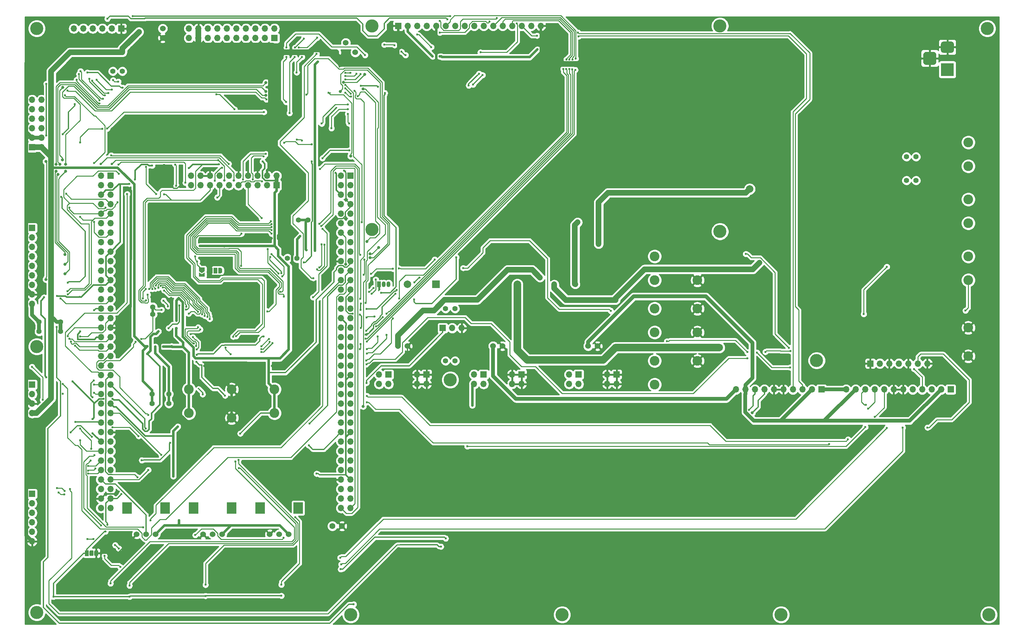
<source format=gbr>
G04 #@! TF.GenerationSoftware,KiCad,Pcbnew,(5.1.2)-1*
G04 #@! TF.CreationDate,2019-06-24T23:23:42+09:00*
G04 #@! TF.ProjectId,STM32F4____,53544d33-3246-4341-9c1c-f4dc2e6b6963,rev?*
G04 #@! TF.SameCoordinates,PXa57dbf49PYb7601c90*
G04 #@! TF.FileFunction,Copper,L2,Bot*
G04 #@! TF.FilePolarity,Positive*
%FSLAX46Y46*%
G04 Gerber Fmt 4.6, Leading zero omitted, Abs format (unit mm)*
G04 Created by KiCad (PCBNEW (5.1.2)-1) date 2019-06-24 23:23:42*
%MOMM*%
%LPD*%
G04 APERTURE LIST*
G04 #@! TA.AperFunction,ComponentPad*
%ADD10O,1.700000X1.700000*%
G04 #@! TD*
G04 #@! TA.AperFunction,ComponentPad*
%ADD11R,1.700000X1.700000*%
G04 #@! TD*
G04 #@! TA.AperFunction,ComponentPad*
%ADD12C,3.500000*%
G04 #@! TD*
G04 #@! TA.AperFunction,ComponentPad*
%ADD13R,2.000000X2.000000*%
G04 #@! TD*
G04 #@! TA.AperFunction,ComponentPad*
%ADD14C,2.000000*%
G04 #@! TD*
G04 #@! TA.AperFunction,ComponentPad*
%ADD15C,1.524000*%
G04 #@! TD*
G04 #@! TA.AperFunction,ComponentPad*
%ADD16R,3.500000X3.500000*%
G04 #@! TD*
G04 #@! TA.AperFunction,Conductor*
%ADD17C,0.100000*%
G04 #@! TD*
G04 #@! TA.AperFunction,ComponentPad*
%ADD18C,3.000000*%
G04 #@! TD*
G04 #@! TA.AperFunction,SMDPad,CuDef*
%ADD19C,0.300000*%
G04 #@! TD*
G04 #@! TA.AperFunction,SMDPad,CuDef*
%ADD20R,1.000000X1.500000*%
G04 #@! TD*
G04 #@! TA.AperFunction,SMDPad,CuDef*
%ADD21C,0.500000*%
G04 #@! TD*
G04 #@! TA.AperFunction,ComponentPad*
%ADD22O,1.050000X1.500000*%
G04 #@! TD*
G04 #@! TA.AperFunction,ComponentPad*
%ADD23R,1.050000X1.500000*%
G04 #@! TD*
G04 #@! TA.AperFunction,ComponentPad*
%ADD24C,1.600000*%
G04 #@! TD*
G04 #@! TA.AperFunction,ComponentPad*
%ADD25C,2.500000*%
G04 #@! TD*
G04 #@! TA.AperFunction,ComponentPad*
%ADD26C,2.600000*%
G04 #@! TD*
G04 #@! TA.AperFunction,ComponentPad*
%ADD27C,1.400000*%
G04 #@! TD*
G04 #@! TA.AperFunction,ComponentPad*
%ADD28C,1.050000*%
G04 #@! TD*
G04 #@! TA.AperFunction,ViaPad*
%ADD29C,0.640000*%
G04 #@! TD*
G04 #@! TA.AperFunction,ViaPad*
%ADD30C,1.500000*%
G04 #@! TD*
G04 #@! TA.AperFunction,ViaPad*
%ADD31C,1.000000*%
G04 #@! TD*
G04 #@! TA.AperFunction,ViaPad*
%ADD32C,0.600000*%
G04 #@! TD*
G04 #@! TA.AperFunction,ViaPad*
%ADD33C,2.000000*%
G04 #@! TD*
G04 #@! TA.AperFunction,ViaPad*
%ADD34C,0.800000*%
G04 #@! TD*
G04 #@! TA.AperFunction,Conductor*
%ADD35C,1.500000*%
G04 #@! TD*
G04 #@! TA.AperFunction,Conductor*
%ADD36C,0.640000*%
G04 #@! TD*
G04 #@! TA.AperFunction,Conductor*
%ADD37C,1.000000*%
G04 #@! TD*
G04 #@! TA.AperFunction,Conductor*
%ADD38C,0.300000*%
G04 #@! TD*
G04 #@! TA.AperFunction,Conductor*
%ADD39C,0.400000*%
G04 #@! TD*
G04 #@! TA.AperFunction,Conductor*
%ADD40C,0.250000*%
G04 #@! TD*
G04 #@! TA.AperFunction,Conductor*
%ADD41C,2.000000*%
G04 #@! TD*
G04 #@! TA.AperFunction,Conductor*
%ADD42C,0.254000*%
G04 #@! TD*
G04 APERTURE END LIST*
D10*
G04 #@! TO.P,J21,6*
G04 #@! TO.N,DTR*
X1551233907Y-1247648000D03*
G04 #@! TO.P,J21,5*
G04 #@! TO.N,UART_RX*
X1553773907Y-1247648000D03*
G04 #@! TO.P,J21,4*
G04 #@! TO.N,UART_TX*
X1556313907Y-1247648000D03*
G04 #@! TO.P,J21,3*
G04 #@! TO.N,VCC*
X1558853907Y-1247648000D03*
G04 #@! TO.P,J21,2*
G04 #@! TO.N,CTS*
X1561393907Y-1247648000D03*
D11*
G04 #@! TO.P,J21,1*
G04 #@! TO.N,GND*
X1563933907Y-1247648000D03*
G04 #@! TD*
D12*
G04 #@! TO.P, ,1*
G04 #@! TO.N,N/C*
X1541345687Y-1332738000D03*
G04 #@! TD*
G04 #@! TO.P, ,1*
G04 #@! TO.N,N/C*
X1651835687Y-1341628000D03*
G04 #@! TD*
G04 #@! TO.P, ,1*
G04 #@! TO.N,N/C*
X1681735687Y-1404438000D03*
G04 #@! TD*
G04 #@! TO.P, ,1*
G04 #@! TO.N,N/C*
X1630905687Y-1301438000D03*
G04 #@! TD*
G04 #@! TO.P, ,1*
G04 #@! TO.N,N/C*
X1723905687Y-1301938000D03*
G04 #@! TD*
G04 #@! TO.P, ,1*
G04 #@! TO.N,N/C*
X1723905687Y-1246938000D03*
G04 #@! TD*
G04 #@! TO.P, ,1*
G04 #@! TO.N,N/C*
X1630905687Y-1246938000D03*
G04 #@! TD*
G04 #@! TO.P, ,1*
G04 #@! TO.N,N/C*
X1625235687Y-1404438000D03*
G04 #@! TD*
G04 #@! TO.P, ,1*
G04 #@! TO.N,N/C*
X1749735687Y-1336438000D03*
G04 #@! TD*
G04 #@! TO.P, ,1*
G04 #@! TO.N,N/C*
X1795345687Y-1247648000D03*
G04 #@! TD*
G04 #@! TO.P, ,1*
G04 #@! TO.N,N/C*
X1740235687Y-1404438000D03*
G04 #@! TD*
G04 #@! TO.P, ,1*
G04 #@! TO.N,N/C*
X1541345687Y-1403858000D03*
G04 #@! TD*
G04 #@! TO.P, ,1*
G04 #@! TO.N,N/C*
X1795735687Y-1404438000D03*
G04 #@! TD*
G04 #@! TO.P, ,1*
G04 #@! TO.N,N/C*
X1541345687Y-1247648000D03*
G04 #@! TD*
D13*
G04 #@! TO.P,BZ1,1*
G04 #@! TO.N,Net-(BZ1-Pad1)*
X1648025687Y-1316058000D03*
D14*
G04 #@! TO.P,BZ1,2*
G04 #@! TO.N,Net-(BZ1-Pad2)*
X1640425687Y-1316058000D03*
G04 #@! TD*
D15*
G04 #@! TO.P,C31,1*
G04 #@! TO.N,GND*
X1691205687Y-1332568000D03*
G04 #@! TO.P,C31,2*
G04 #@! TO.N,3.3VOUT*
X1688665687Y-1332568000D03*
G04 #@! TD*
G04 #@! TO.P,C32,1*
G04 #@! TO.N,5VOUT*
X1663265687Y-1332568000D03*
G04 #@! TO.P,C32,2*
G04 #@! TO.N,GND*
X1665805687Y-1332568000D03*
G04 #@! TD*
G04 #@! TO.P,C33,2*
G04 #@! TO.N,GND*
X1640405687Y-1332568000D03*
G04 #@! TO.P,C33,1*
G04 #@! TO.N,12VOUT*
X1637865687Y-1332568000D03*
G04 #@! TD*
G04 #@! TO.P,C44,2*
G04 #@! TO.N,3.3VOUT*
X1575000687Y-1247648000D03*
G04 #@! TO.P,C44,1*
G04 #@! TO.N,GND*
X1575000687Y-1250188000D03*
G04 #@! TD*
D11*
G04 #@! TO.P,J3,1*
G04 #@! TO.N,5VOUT*
X1751025687Y-1344188000D03*
D10*
G04 #@! TO.P,J3,2*
G04 #@! TO.N,3.3VOUT*
X1748485687Y-1344188000D03*
G04 #@! TO.P,J3,3*
G04 #@! TO.N,PB7*
X1745945687Y-1344188000D03*
G04 #@! TO.P,J3,4*
G04 #@! TO.N,PB6*
X1743405687Y-1344188000D03*
G04 #@! TO.P,J3,5*
G04 #@! TO.N,GND*
X1740865687Y-1344188000D03*
G04 #@! TO.P,J3,6*
X1738325687Y-1344188000D03*
G04 #@! TO.P,J3,7*
G04 #@! TO.N,PF0*
X1735785687Y-1344188000D03*
G04 #@! TO.P,J3,8*
G04 #@! TO.N,PF1*
X1733245687Y-1344188000D03*
G04 #@! TO.P,J3,9*
G04 #@! TO.N,3.3VOUT*
X1730705687Y-1344188000D03*
G04 #@! TO.P,J3,10*
G04 #@! TO.N,5VOUT*
X1728165687Y-1344188000D03*
G04 #@! TD*
D11*
G04 #@! TO.P,J4,1*
G04 #@! TO.N,CTX*
X1540075687Y-1342898000D03*
D10*
G04 #@! TO.P,J4,2*
G04 #@! TO.N,CRX*
X1540075687Y-1345438000D03*
G04 #@! TO.P,J4,3*
G04 #@! TO.N,GND*
X1540075687Y-1347978000D03*
G04 #@! TO.P,J4,4*
G04 #@! TO.N,3.3VOUT*
X1540075687Y-1350518000D03*
G04 #@! TD*
D11*
G04 #@! TO.P,J5,1*
G04 #@! TO.N,5VOUT*
X1785555687Y-1344188000D03*
D10*
G04 #@! TO.P,J5,2*
G04 #@! TO.N,3.3VOUT*
X1783015687Y-1344188000D03*
G04 #@! TO.P,J5,3*
G04 #@! TO.N,MOSI_1*
X1780475687Y-1344188000D03*
G04 #@! TO.P,J5,4*
G04 #@! TO.N,MISO_1*
X1777935687Y-1344188000D03*
G04 #@! TO.P,J5,5*
G04 #@! TO.N,PA5*
X1775395687Y-1344188000D03*
G04 #@! TO.P,J5,6*
G04 #@! TO.N,GND*
X1772855687Y-1344188000D03*
G04 #@! TO.P,J5,7*
X1770315687Y-1344188000D03*
G04 #@! TO.P,J5,8*
G04 #@! TO.N,PB10*
X1767775687Y-1344188000D03*
G04 #@! TO.P,J5,9*
G04 #@! TO.N,MISO_2*
X1765235687Y-1344188000D03*
G04 #@! TO.P,J5,10*
G04 #@! TO.N,MOSI_2*
X1762695687Y-1344188000D03*
G04 #@! TO.P,J5,11*
G04 #@! TO.N,3.3VOUT*
X1760155687Y-1344188000D03*
G04 #@! TO.P,J5,12*
G04 #@! TO.N,5VOUT*
X1757615687Y-1344188000D03*
G04 #@! TD*
D11*
G04 #@! TO.P,J6,1*
G04 #@! TO.N,3.3VOUT*
X1686125687Y-1340188000D03*
D10*
G04 #@! TO.P,J6,2*
X1683585687Y-1340188000D03*
G04 #@! TO.P,J6,3*
X1686125687Y-1342728000D03*
G04 #@! TO.P,J6,4*
X1683585687Y-1342728000D03*
G04 #@! TD*
D11*
G04 #@! TO.P,J7,1*
G04 #@! TO.N,5VOUT*
X1660725687Y-1340188000D03*
D10*
G04 #@! TO.P,J7,2*
X1658185687Y-1340188000D03*
G04 #@! TO.P,J7,3*
X1660725687Y-1342728000D03*
G04 #@! TO.P,J7,4*
X1658185687Y-1342728000D03*
G04 #@! TD*
G04 #@! TO.P,J8,4*
G04 #@! TO.N,12VOUT*
X1632785687Y-1342728000D03*
G04 #@! TO.P,J8,3*
X1635325687Y-1342728000D03*
G04 #@! TO.P,J8,2*
X1632785687Y-1340188000D03*
D11*
G04 #@! TO.P,J8,1*
X1635325687Y-1340188000D03*
G04 #@! TD*
G04 #@! TO.P,J9,1*
G04 #@! TO.N,3.3VDDC*
X1605402687Y-1289564000D03*
D10*
G04 #@! TO.P,J9,2*
X1605402687Y-1287024000D03*
G04 #@! TO.P,J9,3*
G04 #@! TO.N,Net-(J9-Pad3)*
X1602862687Y-1289564000D03*
G04 #@! TO.P,J9,4*
G04 #@! TO.N,GND*
X1602862687Y-1287024000D03*
G04 #@! TO.P,J9,5*
G04 #@! TO.N,Net-(J9-Pad5)*
X1600322687Y-1289564000D03*
G04 #@! TO.P,J9,6*
G04 #@! TO.N,GND*
X1600322687Y-1287024000D03*
G04 #@! TO.P,J9,7*
G04 #@! TO.N,SWDIO*
X1597782687Y-1289564000D03*
G04 #@! TO.P,J9,8*
G04 #@! TO.N,GND*
X1597782687Y-1287024000D03*
G04 #@! TO.P,J9,9*
G04 #@! TO.N,SWCLK*
X1595242687Y-1289564000D03*
G04 #@! TO.P,J9,10*
G04 #@! TO.N,GND*
X1595242687Y-1287024000D03*
G04 #@! TO.P,J9,11*
G04 #@! TO.N,Net-(J9-Pad11)*
X1592702687Y-1289564000D03*
G04 #@! TO.P,J9,12*
G04 #@! TO.N,GND*
X1592702687Y-1287024000D03*
G04 #@! TO.P,J9,13*
G04 #@! TO.N,SWO*
X1590162687Y-1289564000D03*
G04 #@! TO.P,J9,14*
G04 #@! TO.N,GND*
X1590162687Y-1287024000D03*
G04 #@! TO.P,J9,15*
G04 #@! TO.N,Reset*
X1587622687Y-1289564000D03*
G04 #@! TO.P,J9,16*
G04 #@! TO.N,GND*
X1587622687Y-1287024000D03*
G04 #@! TO.P,J9,17*
G04 #@! TO.N,Net-(J9-Pad17)*
X1585082687Y-1289564000D03*
G04 #@! TO.P,J9,18*
G04 #@! TO.N,GND*
X1585082687Y-1287024000D03*
G04 #@! TO.P,J9,19*
G04 #@! TO.N,Net-(J9-Pad19)*
X1582542687Y-1289564000D03*
G04 #@! TO.P,J9,20*
G04 #@! TO.N,GND*
X1582542687Y-1287024000D03*
G04 #@! TD*
D16*
G04 #@! TO.P,J10,1*
G04 #@! TO.N,Net-(D8-Pad2)*
X1784675687Y-1258618000D03*
D17*
G04 #@! TD*
G04 #@! TO.N,GND*
G04 #@! TO.C,J10*
G36*
X1785749200Y-1251121611D02*
G01*
X1785822005Y-1251132411D01*
X1785893401Y-1251150295D01*
X1785962700Y-1251175090D01*
X1786029235Y-1251206559D01*
X1786092365Y-1251244398D01*
X1786151482Y-1251288242D01*
X1786206017Y-1251337670D01*
X1786255445Y-1251392205D01*
X1786299289Y-1251451322D01*
X1786337128Y-1251514452D01*
X1786368597Y-1251580987D01*
X1786393392Y-1251650286D01*
X1786411276Y-1251721682D01*
X1786422076Y-1251794487D01*
X1786425687Y-1251868000D01*
X1786425687Y-1253368000D01*
X1786422076Y-1253441513D01*
X1786411276Y-1253514318D01*
X1786393392Y-1253585714D01*
X1786368597Y-1253655013D01*
X1786337128Y-1253721548D01*
X1786299289Y-1253784678D01*
X1786255445Y-1253843795D01*
X1786206017Y-1253898330D01*
X1786151482Y-1253947758D01*
X1786092365Y-1253991602D01*
X1786029235Y-1254029441D01*
X1785962700Y-1254060910D01*
X1785893401Y-1254085705D01*
X1785822005Y-1254103589D01*
X1785749200Y-1254114389D01*
X1785675687Y-1254118000D01*
X1783675687Y-1254118000D01*
X1783602174Y-1254114389D01*
X1783529369Y-1254103589D01*
X1783457973Y-1254085705D01*
X1783388674Y-1254060910D01*
X1783322139Y-1254029441D01*
X1783259009Y-1253991602D01*
X1783199892Y-1253947758D01*
X1783145357Y-1253898330D01*
X1783095929Y-1253843795D01*
X1783052085Y-1253784678D01*
X1783014246Y-1253721548D01*
X1782982777Y-1253655013D01*
X1782957982Y-1253585714D01*
X1782940098Y-1253514318D01*
X1782929298Y-1253441513D01*
X1782925687Y-1253368000D01*
X1782925687Y-1251868000D01*
X1782929298Y-1251794487D01*
X1782940098Y-1251721682D01*
X1782957982Y-1251650286D01*
X1782982777Y-1251580987D01*
X1783014246Y-1251514452D01*
X1783052085Y-1251451322D01*
X1783095929Y-1251392205D01*
X1783145357Y-1251337670D01*
X1783199892Y-1251288242D01*
X1783259009Y-1251244398D01*
X1783322139Y-1251206559D01*
X1783388674Y-1251175090D01*
X1783457973Y-1251150295D01*
X1783529369Y-1251132411D01*
X1783602174Y-1251121611D01*
X1783675687Y-1251118000D01*
X1785675687Y-1251118000D01*
X1785749200Y-1251121611D01*
X1785749200Y-1251121611D01*
G37*
D18*
G04 #@! TO.P,J10,2*
G04 #@! TO.N,GND*
X1784675687Y-1252618000D03*
D17*
G04 #@! TD*
G04 #@! TO.N,GND*
G04 #@! TO.C,J10*
G36*
X1780936452Y-1253872213D02*
G01*
X1781021391Y-1253884813D01*
X1781104686Y-1253905677D01*
X1781185535Y-1253934605D01*
X1781263159Y-1253971319D01*
X1781336811Y-1254015464D01*
X1781405781Y-1254066616D01*
X1781469405Y-1254124282D01*
X1781527071Y-1254187906D01*
X1781578223Y-1254256876D01*
X1781622368Y-1254330528D01*
X1781659082Y-1254408152D01*
X1781688010Y-1254489001D01*
X1781708874Y-1254572296D01*
X1781721474Y-1254657235D01*
X1781725687Y-1254743000D01*
X1781725687Y-1256493000D01*
X1781721474Y-1256578765D01*
X1781708874Y-1256663704D01*
X1781688010Y-1256746999D01*
X1781659082Y-1256827848D01*
X1781622368Y-1256905472D01*
X1781578223Y-1256979124D01*
X1781527071Y-1257048094D01*
X1781469405Y-1257111718D01*
X1781405781Y-1257169384D01*
X1781336811Y-1257220536D01*
X1781263159Y-1257264681D01*
X1781185535Y-1257301395D01*
X1781104686Y-1257330323D01*
X1781021391Y-1257351187D01*
X1780936452Y-1257363787D01*
X1780850687Y-1257368000D01*
X1779100687Y-1257368000D01*
X1779014922Y-1257363787D01*
X1778929983Y-1257351187D01*
X1778846688Y-1257330323D01*
X1778765839Y-1257301395D01*
X1778688215Y-1257264681D01*
X1778614563Y-1257220536D01*
X1778545593Y-1257169384D01*
X1778481969Y-1257111718D01*
X1778424303Y-1257048094D01*
X1778373151Y-1256979124D01*
X1778329006Y-1256905472D01*
X1778292292Y-1256827848D01*
X1778263364Y-1256746999D01*
X1778242500Y-1256663704D01*
X1778229900Y-1256578765D01*
X1778225687Y-1256493000D01*
X1778225687Y-1254743000D01*
X1778229900Y-1254657235D01*
X1778242500Y-1254572296D01*
X1778263364Y-1254489001D01*
X1778292292Y-1254408152D01*
X1778329006Y-1254330528D01*
X1778373151Y-1254256876D01*
X1778424303Y-1254187906D01*
X1778481969Y-1254124282D01*
X1778545593Y-1254066616D01*
X1778614563Y-1254015464D01*
X1778688215Y-1253971319D01*
X1778765839Y-1253934605D01*
X1778846688Y-1253905677D01*
X1778929983Y-1253884813D01*
X1779014922Y-1253872213D01*
X1779100687Y-1253868000D01*
X1780850687Y-1253868000D01*
X1780936452Y-1253872213D01*
X1780936452Y-1253872213D01*
G37*
D12*
G04 #@! TO.P,J10,3*
G04 #@! TO.N,GND*
X1779975687Y-1255618000D03*
G04 #@! TD*
D10*
G04 #@! TO.P,J11,4*
G04 #@! TO.N,GND*
X1668345687Y-1342728000D03*
G04 #@! TO.P,J11,3*
X1670885687Y-1342728000D03*
G04 #@! TO.P,J11,2*
X1668345687Y-1340188000D03*
D11*
G04 #@! TO.P,J11,1*
X1670885687Y-1340188000D03*
G04 #@! TD*
G04 #@! TO.P,J12,1*
G04 #@! TO.N,GND*
X1696285687Y-1340188000D03*
D10*
G04 #@! TO.P,J12,2*
X1693745687Y-1340188000D03*
G04 #@! TO.P,J12,3*
X1696285687Y-1342728000D03*
G04 #@! TO.P,J12,4*
X1693745687Y-1342728000D03*
G04 #@! TD*
G04 #@! TO.P,J13,4*
G04 #@! TO.N,GND*
X1642945687Y-1342728000D03*
G04 #@! TO.P,J13,3*
X1645485687Y-1342728000D03*
G04 #@! TO.P,J13,2*
X1642945687Y-1340188000D03*
D11*
G04 #@! TO.P,J13,1*
X1645485687Y-1340188000D03*
G04 #@! TD*
G04 #@! TO.P,J15,1*
G04 #@! TO.N,GND*
X1637905687Y-1246938000D03*
D10*
G04 #@! TO.P,J15,2*
G04 #@! TO.N,5VOUT*
X1640445687Y-1246938000D03*
G04 #@! TO.P,J15,3*
G04 #@! TO.N,VO*
X1642985687Y-1246938000D03*
G04 #@! TO.P,J15,4*
G04 #@! TO.N,PG6*
X1645525687Y-1246938000D03*
G04 #@! TO.P,J15,5*
G04 #@! TO.N,GND*
X1648065687Y-1246938000D03*
G04 #@! TO.P,J15,6*
G04 #@! TO.N,PG5*
X1650605687Y-1246938000D03*
G04 #@! TO.P,J15,7*
G04 #@! TO.N,D0*
X1653145687Y-1246938000D03*
G04 #@! TO.P,J15,8*
G04 #@! TO.N,D1*
X1655685687Y-1246938000D03*
G04 #@! TO.P,J15,9*
G04 #@! TO.N,D2*
X1658225687Y-1246938000D03*
G04 #@! TO.P,J15,10*
G04 #@! TO.N,D3*
X1660765687Y-1246938000D03*
G04 #@! TO.P,J15,11*
G04 #@! TO.N,PG4*
X1663305687Y-1246938000D03*
G04 #@! TO.P,J15,12*
G04 #@! TO.N,PG3*
X1665845687Y-1246938000D03*
G04 #@! TO.P,J15,13*
G04 #@! TO.N,PG2*
X1668385687Y-1246938000D03*
G04 #@! TO.P,J15,14*
G04 #@! TO.N,PD15*
X1670925687Y-1246938000D03*
G04 #@! TO.P,J15,15*
G04 #@! TO.N,A*
X1673465687Y-1246938000D03*
G04 #@! TO.P,J15,16*
G04 #@! TO.N,GND*
X1676005687Y-1246938000D03*
G04 #@! TD*
D11*
G04 #@! TO.P,J16,1*
G04 #@! TO.N,CD*
X1540075687Y-1300988000D03*
D10*
G04 #@! TO.P,J16,2*
G04 #@! TO.N,SDIO_D1*
X1540075687Y-1303528000D03*
G04 #@! TO.P,J16,3*
G04 #@! TO.N,SDIO_D2*
X1540075687Y-1306068000D03*
G04 #@! TO.P,J16,4*
G04 #@! TO.N,SDIO_D3*
X1540075687Y-1308608000D03*
G04 #@! TO.P,J16,5*
G04 #@! TO.N,CLK*
X1540075687Y-1311148000D03*
G04 #@! TO.P,J16,6*
G04 #@! TO.N,CMD*
X1540075687Y-1313688000D03*
G04 #@! TO.P,J16,7*
G04 #@! TO.N,SDIO_D0*
X1540075687Y-1316228000D03*
G04 #@! TO.P,J16,8*
G04 #@! TO.N,GND*
X1540075687Y-1318768000D03*
G04 #@! TO.P,J16,9*
G04 #@! TO.N,SD_Card_Power*
X1540075687Y-1321308000D03*
G04 #@! TD*
D11*
G04 #@! TO.P,J17,1*
G04 #@! TO.N,32k*
X1540075687Y-1372108000D03*
D10*
G04 #@! TO.P,J17,2*
G04 #@! TO.N,SQW*
X1540075687Y-1374648000D03*
G04 #@! TO.P,J17,3*
G04 #@! TO.N,SCL_DS*
X1540075687Y-1377188000D03*
G04 #@! TO.P,J17,4*
G04 #@! TO.N,SDA_DS*
X1540075687Y-1379728000D03*
G04 #@! TO.P,J17,5*
G04 #@! TO.N,5VOUT*
X1540075687Y-1382268000D03*
G04 #@! TO.P,J17,6*
G04 #@! TO.N,GND*
X1540075687Y-1384808000D03*
G04 #@! TD*
D19*
G04 #@! TO.P,JP1,1*
G04 #@! TO.N,PDR_ON*
X1585452787Y-1312075100D03*
D17*
G04 #@! TD*
G04 #@! TO.N,PDR_ON*
G04 #@! TO.C,JP1*
G36*
X1585452787Y-1313075100D02*
G01*
X1584702787Y-1312575100D01*
X1584702787Y-1311575100D01*
X1586202787Y-1311575100D01*
X1586202787Y-1312575100D01*
X1585452787Y-1313075100D01*
X1585452787Y-1313075100D01*
G37*
D19*
G04 #@! TO.P,JP1,2*
G04 #@! TO.N,3.3VDDC*
X1585452787Y-1313525100D03*
D17*
G04 #@! TD*
G04 #@! TO.N,3.3VDDC*
G04 #@! TO.C,JP1*
G36*
X1584702787Y-1314025100D02*
G01*
X1584702787Y-1312875100D01*
X1585452787Y-1313375100D01*
X1586202787Y-1312875100D01*
X1586202787Y-1314025100D01*
X1584702787Y-1314025100D01*
X1584702787Y-1314025100D01*
G37*
D20*
G04 #@! TO.P,JP9,2*
G04 #@! TO.N,BOOT0*
X1589089587Y-1312405300D03*
D21*
G04 #@! TO.P,JP9,3*
G04 #@! TO.N,GND*
X1587789587Y-1312405300D03*
D17*
G04 #@! TD*
G04 #@! TO.N,GND*
G04 #@! TO.C,JP9*
G36*
X1587789587Y-1313154698D02*
G01*
X1587765053Y-1313154698D01*
X1587716222Y-1313149888D01*
X1587668097Y-1313140316D01*
X1587621142Y-1313126072D01*
X1587575809Y-1313107295D01*
X1587532536Y-1313084164D01*
X1587491737Y-1313056904D01*
X1587453808Y-1313025776D01*
X1587419111Y-1312991079D01*
X1587387983Y-1312953150D01*
X1587360723Y-1312912351D01*
X1587337592Y-1312869078D01*
X1587318815Y-1312823745D01*
X1587304571Y-1312776790D01*
X1587294999Y-1312728665D01*
X1587290189Y-1312679834D01*
X1587290189Y-1312655300D01*
X1587289587Y-1312655300D01*
X1587289587Y-1312155300D01*
X1587290189Y-1312155300D01*
X1587290189Y-1312130766D01*
X1587294999Y-1312081935D01*
X1587304571Y-1312033810D01*
X1587318815Y-1311986855D01*
X1587337592Y-1311941522D01*
X1587360723Y-1311898249D01*
X1587387983Y-1311857450D01*
X1587419111Y-1311819521D01*
X1587453808Y-1311784824D01*
X1587491737Y-1311753696D01*
X1587532536Y-1311726436D01*
X1587575809Y-1311703305D01*
X1587621142Y-1311684528D01*
X1587668097Y-1311670284D01*
X1587716222Y-1311660712D01*
X1587765053Y-1311655902D01*
X1587789587Y-1311655902D01*
X1587789587Y-1311655300D01*
X1588339587Y-1311655300D01*
X1588339587Y-1313155300D01*
X1587789587Y-1313155300D01*
X1587789587Y-1313154698D01*
X1587789587Y-1313154698D01*
G37*
D21*
G04 #@! TO.P,JP9,1*
G04 #@! TO.N,3.3VDDC*
X1590389587Y-1312405300D03*
D17*
G04 #@! TD*
G04 #@! TO.N,3.3VDDC*
G04 #@! TO.C,JP9*
G36*
X1589839587Y-1311655300D02*
G01*
X1590389587Y-1311655300D01*
X1590389587Y-1311655902D01*
X1590414121Y-1311655902D01*
X1590462952Y-1311660712D01*
X1590511077Y-1311670284D01*
X1590558032Y-1311684528D01*
X1590603365Y-1311703305D01*
X1590646638Y-1311726436D01*
X1590687437Y-1311753696D01*
X1590725366Y-1311784824D01*
X1590760063Y-1311819521D01*
X1590791191Y-1311857450D01*
X1590818451Y-1311898249D01*
X1590841582Y-1311941522D01*
X1590860359Y-1311986855D01*
X1590874603Y-1312033810D01*
X1590884175Y-1312081935D01*
X1590888985Y-1312130766D01*
X1590888985Y-1312155300D01*
X1590889587Y-1312155300D01*
X1590889587Y-1312655300D01*
X1590888985Y-1312655300D01*
X1590888985Y-1312679834D01*
X1590884175Y-1312728665D01*
X1590874603Y-1312776790D01*
X1590860359Y-1312823745D01*
X1590841582Y-1312869078D01*
X1590818451Y-1312912351D01*
X1590791191Y-1312953150D01*
X1590760063Y-1312991079D01*
X1590725366Y-1313025776D01*
X1590687437Y-1313056904D01*
X1590646638Y-1313084164D01*
X1590603365Y-1313107295D01*
X1590558032Y-1313126072D01*
X1590511077Y-1313140316D01*
X1590462952Y-1313149888D01*
X1590414121Y-1313154698D01*
X1590389587Y-1313154698D01*
X1590389587Y-1313155300D01*
X1589839587Y-1313155300D01*
X1589839587Y-1311655300D01*
X1589839587Y-1311655300D01*
G37*
D22*
G04 #@! TO.P,Q1,2*
G04 #@! TO.N,Net-(Q1-Pad2)*
X1634055687Y-1316058000D03*
G04 #@! TO.P,Q1,3*
G04 #@! TO.N,Net-(BZ1-Pad2)*
X1635325687Y-1316058000D03*
D23*
G04 #@! TO.P,Q1,1*
G04 #@! TO.N,GND*
X1632785687Y-1316058000D03*
G04 #@! TD*
D24*
G04 #@! TO.P,R15,1*
G04 #@! TO.N,PF10*
X1620339687Y-1380744000D03*
G04 #@! TO.P,R15,2*
G04 #@! TO.N,GND*
X1622879687Y-1380744000D03*
G04 #@! TD*
D15*
G04 #@! TO.P,RV1,1*
G04 #@! TO.N,GND*
X1568015687Y-1382903000D03*
G04 #@! TO.P,RV1,2*
G04 #@! TO.N,PB1*
X1570555687Y-1382903000D03*
G04 #@! TO.P,RV1,3*
G04 #@! TO.N,3.3VADC*
X1573095687Y-1382903000D03*
D25*
G04 #@! TO.P,RV1,4*
G04 #@! TO.N,N/C*
X1565475687Y-1375918000D03*
D17*
G04 #@! TD*
G04 #@! TO.N,N/C*
G04 #@! TO.C,RV1*
G36*
X1564225687Y-1377418000D02*
G01*
X1564225687Y-1374418000D01*
X1566725687Y-1374418000D01*
X1566725687Y-1377418000D01*
X1564225687Y-1377418000D01*
X1564225687Y-1377418000D01*
G37*
D25*
G04 #@! TO.P,RV1,5*
G04 #@! TO.N,N/C*
X1575635687Y-1375918000D03*
D17*
G04 #@! TD*
G04 #@! TO.N,N/C*
G04 #@! TO.C,RV1*
G36*
X1574385687Y-1377418000D02*
G01*
X1574385687Y-1374418000D01*
X1576885687Y-1374418000D01*
X1576885687Y-1377418000D01*
X1574385687Y-1377418000D01*
X1574385687Y-1377418000D01*
G37*
D25*
G04 #@! TO.P,RV2,5*
G04 #@! TO.N,N/C*
X1593415687Y-1375918000D03*
D17*
G04 #@! TD*
G04 #@! TO.N,N/C*
G04 #@! TO.C,RV2*
G36*
X1592165687Y-1377418000D02*
G01*
X1592165687Y-1374418000D01*
X1594665687Y-1374418000D01*
X1594665687Y-1377418000D01*
X1592165687Y-1377418000D01*
X1592165687Y-1377418000D01*
G37*
D25*
G04 #@! TO.P,RV2,4*
G04 #@! TO.N,N/C*
X1583255687Y-1375918000D03*
D17*
G04 #@! TD*
G04 #@! TO.N,N/C*
G04 #@! TO.C,RV2*
G36*
X1582005687Y-1377418000D02*
G01*
X1582005687Y-1374418000D01*
X1584505687Y-1374418000D01*
X1584505687Y-1377418000D01*
X1582005687Y-1377418000D01*
X1582005687Y-1377418000D01*
G37*
D15*
G04 #@! TO.P,RV2,3*
G04 #@! TO.N,3.3VADC*
X1590875687Y-1382903000D03*
G04 #@! TO.P,RV2,2*
G04 #@! TO.N,PC0*
X1588335687Y-1382903000D03*
G04 #@! TO.P,RV2,1*
G04 #@! TO.N,GND*
X1585795687Y-1382903000D03*
G04 #@! TD*
G04 #@! TO.P,RV3,1*
G04 #@! TO.N,GND*
X1603575687Y-1382903000D03*
G04 #@! TO.P,RV3,2*
G04 #@! TO.N,PC2*
X1606115687Y-1382903000D03*
G04 #@! TO.P,RV3,3*
G04 #@! TO.N,3.3VADC*
X1608655687Y-1382903000D03*
D25*
G04 #@! TO.P,RV3,4*
G04 #@! TO.N,N/C*
X1601035687Y-1375918000D03*
D17*
G04 #@! TD*
G04 #@! TO.N,N/C*
G04 #@! TO.C,RV3*
G36*
X1599785687Y-1377418000D02*
G01*
X1599785687Y-1374418000D01*
X1602285687Y-1374418000D01*
X1602285687Y-1377418000D01*
X1599785687Y-1377418000D01*
X1599785687Y-1377418000D01*
G37*
D25*
G04 #@! TO.P,RV3,5*
G04 #@! TO.N,N/C*
X1611195687Y-1375918000D03*
D17*
G04 #@! TD*
G04 #@! TO.N,N/C*
G04 #@! TO.C,RV3*
G36*
X1609945687Y-1377418000D02*
G01*
X1609945687Y-1374418000D01*
X1612445687Y-1374418000D01*
X1612445687Y-1377418000D01*
X1609945687Y-1377418000D01*
X1609945687Y-1377418000D01*
G37*
D15*
G04 #@! TO.P,RV4,1*
G04 #@! TO.N,GND*
X1621355687Y-1253998000D03*
G04 #@! TO.P,RV4,2*
G04 #@! TO.N,VO*
X1623895687Y-1251458000D03*
G04 #@! TO.P,RV4,3*
G04 #@! TO.N,5VOUT*
X1626435687Y-1253998000D03*
G04 #@! TD*
D26*
G04 #@! TO.P,TP1,1*
G04 #@! TO.N,12VOUT*
X1706445687Y-1342898000D03*
X1706445687Y-1336518000D03*
G04 #@! TD*
G04 #@! TO.P,TP2,1*
G04 #@! TO.N,3.3VDDC*
X1604845687Y-1350518000D03*
X1604845687Y-1344138000D03*
G04 #@! TD*
G04 #@! TO.P,TP3,1*
G04 #@! TO.N,5VOUT*
X1706445687Y-1322548000D03*
X1706445687Y-1328928000D03*
G04 #@! TD*
G04 #@! TO.P,TP4,1*
G04 #@! TO.N,3.3VOUT*
X1706445687Y-1314958000D03*
X1706445687Y-1308578000D03*
G04 #@! TD*
G04 #@! TO.P,TP5,1*
G04 #@! TO.N,3.3VADC*
X1581985687Y-1344138000D03*
X1581985687Y-1350518000D03*
G04 #@! TD*
G04 #@! TO.P,TP6,1*
G04 #@! TO.N,+12V*
X1790265687Y-1278098000D03*
X1790265687Y-1284478000D03*
G04 #@! TD*
G04 #@! TO.P,TP7,1*
G04 #@! TO.N,GND*
X1593415687Y-1351788000D03*
X1593415687Y-1344168000D03*
G04 #@! TD*
G04 #@! TO.P,TP8,1*
G04 #@! TO.N,+5V*
X1790265687Y-1293338000D03*
X1790265687Y-1299718000D03*
G04 #@! TD*
G04 #@! TO.P,TP9,1*
G04 #@! TO.N,GND*
X1717875687Y-1314958000D03*
X1717875687Y-1322578000D03*
G04 #@! TD*
G04 #@! TO.P,TP10,1*
G04 #@! TO.N,+3V3*
X1790265687Y-1314958000D03*
X1790265687Y-1308578000D03*
G04 #@! TD*
G04 #@! TO.P,TP11,1*
G04 #@! TO.N,GND*
X1790265687Y-1327658000D03*
X1790265687Y-1335278000D03*
G04 #@! TD*
G04 #@! TO.P,TP12,1*
G04 #@! TO.N,GND*
X1717875687Y-1336548000D03*
X1717875687Y-1328928000D03*
G04 #@! TD*
D27*
G04 #@! TO.P,TP13,1*
G04 #@! TO.N,RCC_OSC_IN*
X1572333687Y-1324102000D03*
X1572333687Y-1322102000D03*
G04 #@! TD*
D11*
G04 #@! TO.P,J1,1*
G04 #@! TO.N,PG13*
X1561030687Y-1287018000D03*
D10*
G04 #@! TO.P,J1,2*
G04 #@! TO.N,PG12*
X1558490687Y-1287018000D03*
G04 #@! TO.P,J1,3*
G04 #@! TO.N,GND*
X1561030687Y-1289558000D03*
G04 #@! TO.P,J1,4*
G04 #@! TO.N,PG14*
X1558490687Y-1289558000D03*
G04 #@! TO.P,J1,5*
G04 #@! TO.N,PG15*
X1561030687Y-1292098000D03*
G04 #@! TO.P,J1,6*
G04 #@! TO.N,3.3VDDC*
X1558490687Y-1292098000D03*
G04 #@! TO.P,J1,7*
G04 #@! TO.N,MISO_1*
X1561030687Y-1294638000D03*
G04 #@! TO.P,J1,8*
G04 #@! TO.N,SWO*
X1558490687Y-1294638000D03*
G04 #@! TO.P,J1,9*
G04 #@! TO.N,PB6*
X1561030687Y-1297178000D03*
G04 #@! TO.P,J1,10*
G04 #@! TO.N,MOSI_1*
X1558490687Y-1297178000D03*
G04 #@! TO.P,J1,11*
G04 #@! TO.N,BOOT0*
X1561030687Y-1299718000D03*
G04 #@! TO.P,J1,12*
G04 #@! TO.N,PB7*
X1558490687Y-1299718000D03*
G04 #@! TO.P,J1,13*
G04 #@! TO.N,PB9*
X1561030687Y-1302258000D03*
G04 #@! TO.P,J1,14*
G04 #@! TO.N,PB8*
X1558490687Y-1302258000D03*
G04 #@! TO.P,J1,15*
G04 #@! TO.N,PE1*
X1561030687Y-1304798000D03*
G04 #@! TO.P,J1,16*
G04 #@! TO.N,PE0*
X1558490687Y-1304798000D03*
G04 #@! TO.P,J1,17*
G04 #@! TO.N,3.3VDDC*
X1561030687Y-1307338000D03*
G04 #@! TO.P,J1,18*
G04 #@! TO.N,PDR_ON*
X1558490687Y-1307338000D03*
G04 #@! TO.P,J1,19*
G04 #@! TO.N,PE3*
X1561030687Y-1309878000D03*
G04 #@! TO.P,J1,20*
G04 #@! TO.N,PE2*
X1558490687Y-1309878000D03*
G04 #@! TO.P,J1,21*
G04 #@! TO.N,PE5*
X1561030687Y-1312418000D03*
G04 #@! TO.P,J1,22*
G04 #@! TO.N,PE4*
X1558490687Y-1312418000D03*
G04 #@! TO.P,J1,23*
G04 #@! TO.N,3.3VDDC*
X1561030687Y-1314958000D03*
G04 #@! TO.P,J1,24*
G04 #@! TO.N,PE6*
X1558490687Y-1314958000D03*
G04 #@! TO.P,J1,25*
G04 #@! TO.N,PC14*
X1561030687Y-1317498000D03*
G04 #@! TO.P,J1,26*
G04 #@! TO.N,PC13*
X1558490687Y-1317498000D03*
G04 #@! TO.P,J1,27*
G04 #@! TO.N,PF0*
X1561030687Y-1320038000D03*
G04 #@! TO.P,J1,28*
G04 #@! TO.N,PC15*
X1558490687Y-1320038000D03*
G04 #@! TO.P,J1,29*
G04 #@! TO.N,PF2*
X1561030687Y-1322578000D03*
G04 #@! TO.P,J1,30*
G04 #@! TO.N,PF1*
X1558490687Y-1322578000D03*
G04 #@! TO.P,J1,31*
G04 #@! TO.N,PF4*
X1561030687Y-1325118000D03*
G04 #@! TO.P,J1,32*
G04 #@! TO.N,PF3*
X1558490687Y-1325118000D03*
G04 #@! TO.P,J1,33*
G04 #@! TO.N,GND*
X1561030687Y-1327658000D03*
G04 #@! TO.P,J1,34*
G04 #@! TO.N,PF5*
X1558490687Y-1327658000D03*
G04 #@! TO.P,J1,35*
G04 #@! TO.N,PF6*
X1561030687Y-1330198000D03*
G04 #@! TO.P,J1,36*
G04 #@! TO.N,3.3VDDC*
X1558490687Y-1330198000D03*
G04 #@! TO.P,J1,37*
G04 #@! TO.N,PF8*
X1561030687Y-1332738000D03*
G04 #@! TO.P,J1,38*
G04 #@! TO.N,PF7*
X1558490687Y-1332738000D03*
G04 #@! TO.P,J1,39*
G04 #@! TO.N,PF10*
X1561030687Y-1335278000D03*
G04 #@! TO.P,J1,40*
G04 #@! TO.N,PF9*
X1558490687Y-1335278000D03*
G04 #@! TO.P,J1,41*
G04 #@! TO.N,RCC_OSC_OUT*
X1561030687Y-1337818000D03*
G04 #@! TO.P,J1,42*
G04 #@! TO.N,RCC_OSC_IN*
X1558490687Y-1337818000D03*
G04 #@! TO.P,J1,43*
G04 #@! TO.N,PC0*
X1561030687Y-1340358000D03*
G04 #@! TO.P,J1,44*
G04 #@! TO.N,Reset*
X1558490687Y-1340358000D03*
G04 #@! TO.P,J1,45*
G04 #@! TO.N,PC2*
X1561030687Y-1342898000D03*
G04 #@! TO.P,J1,46*
G04 #@! TO.N,PC1*
X1558490687Y-1342898000D03*
G04 #@! TO.P,J1,47*
G04 #@! TO.N,3.3VDDC*
X1561030687Y-1345438000D03*
G04 #@! TO.P,J1,48*
G04 #@! TO.N,MOSI_2*
X1558490687Y-1345438000D03*
G04 #@! TO.P,J1,49*
G04 #@! TO.N,3.3VADC*
X1561030687Y-1347978000D03*
G04 #@! TO.P,J1,50*
G04 #@! TO.N,GNDA*
X1558490687Y-1347978000D03*
G04 #@! TO.P,J1,51*
G04 #@! TO.N,PA0*
X1561030687Y-1350518000D03*
G04 #@! TO.P,J1,52*
G04 #@! TO.N,3.3VADC*
X1558490687Y-1350518000D03*
G04 #@! TO.P,J1,53*
G04 #@! TO.N,PA2*
X1561030687Y-1353058000D03*
G04 #@! TO.P,J1,54*
G04 #@! TO.N,PA1*
X1558490687Y-1353058000D03*
G04 #@! TO.P,J1,55*
G04 #@! TO.N,GND*
X1561030687Y-1355598000D03*
G04 #@! TO.P,J1,56*
G04 #@! TO.N,PA3*
X1558490687Y-1355598000D03*
G04 #@! TO.P,J1,57*
G04 #@! TO.N,PA4*
X1561030687Y-1358138000D03*
G04 #@! TO.P,J1,58*
G04 #@! TO.N,3.3VDDC*
X1558490687Y-1358138000D03*
G04 #@! TO.P,J1,59*
G04 #@! TO.N,PA6*
X1561030687Y-1360678000D03*
G04 #@! TO.P,J1,60*
G04 #@! TO.N,PA5*
X1558490687Y-1360678000D03*
G04 #@! TO.P,J1,61*
G04 #@! TO.N,PC4*
X1561030687Y-1363218000D03*
G04 #@! TO.P,J1,62*
G04 #@! TO.N,PA7*
X1558490687Y-1363218000D03*
G04 #@! TO.P,J1,63*
G04 #@! TO.N,PB0*
X1561030687Y-1365758000D03*
G04 #@! TO.P,J1,64*
G04 #@! TO.N,PC5*
X1558490687Y-1365758000D03*
G04 #@! TO.P,J1,65*
G04 #@! TO.N,PB2*
X1561030687Y-1368298000D03*
G04 #@! TO.P,J1,66*
G04 #@! TO.N,PB1*
X1558490687Y-1368298000D03*
G04 #@! TO.P,J1,67*
G04 #@! TO.N,PF12*
X1561030687Y-1370838000D03*
G04 #@! TO.P,J1,68*
G04 #@! TO.N,PF11*
X1558490687Y-1370838000D03*
G04 #@! TO.P,J1,69*
G04 #@! TO.N,3.3VDDC*
X1561030687Y-1373378000D03*
G04 #@! TO.P,J1,70*
G04 #@! TO.N,GND*
X1558490687Y-1373378000D03*
G04 #@! TO.P,J1,71*
G04 #@! TO.N,PF14*
X1561030687Y-1375918000D03*
G04 #@! TO.P,J1,72*
G04 #@! TO.N,PF13*
X1558490687Y-1375918000D03*
G04 #@! TD*
G04 #@! TO.P,J2,72*
G04 #@! TO.N,PF15*
X1622625687Y-1375918000D03*
G04 #@! TO.P,J2,71*
G04 #@! TO.N,PG0*
X1625165687Y-1375918000D03*
G04 #@! TO.P,J2,70*
G04 #@! TO.N,PG1*
X1622625687Y-1373378000D03*
G04 #@! TO.P,J2,69*
G04 #@! TO.N,PE7*
X1625165687Y-1373378000D03*
G04 #@! TO.P,J2,68*
G04 #@! TO.N,PE8*
X1622625687Y-1370838000D03*
G04 #@! TO.P,J2,67*
G04 #@! TO.N,PE9*
X1625165687Y-1370838000D03*
G04 #@! TO.P,J2,66*
G04 #@! TO.N,GND*
X1622625687Y-1368298000D03*
G04 #@! TO.P,J2,65*
G04 #@! TO.N,3.3VDDC*
X1625165687Y-1368298000D03*
G04 #@! TO.P,J2,64*
G04 #@! TO.N,PE10*
X1622625687Y-1365758000D03*
G04 #@! TO.P,J2,63*
G04 #@! TO.N,PE11*
X1625165687Y-1365758000D03*
G04 #@! TO.P,J2,62*
G04 #@! TO.N,PE12*
X1622625687Y-1363218000D03*
G04 #@! TO.P,J2,61*
G04 #@! TO.N,PE13*
X1625165687Y-1363218000D03*
G04 #@! TO.P,J2,60*
G04 #@! TO.N,PE14*
X1622625687Y-1360678000D03*
G04 #@! TO.P,J2,59*
G04 #@! TO.N,PE15*
X1625165687Y-1360678000D03*
G04 #@! TO.P,J2,58*
G04 #@! TO.N,PB10*
X1622625687Y-1358138000D03*
G04 #@! TO.P,J2,57*
G04 #@! TO.N,PB11*
X1625165687Y-1358138000D03*
G04 #@! TO.P,J2,56*
G04 #@! TO.N,VCAP_1*
X1622625687Y-1355598000D03*
G04 #@! TO.P,J2,55*
G04 #@! TO.N,3.3VDDC*
X1625165687Y-1355598000D03*
G04 #@! TO.P,J2,54*
G04 #@! TO.N,PB12*
X1622625687Y-1353058000D03*
G04 #@! TO.P,J2,53*
G04 #@! TO.N,PB13*
X1625165687Y-1353058000D03*
G04 #@! TO.P,J2,52*
G04 #@! TO.N,MISO_2*
X1622625687Y-1350518000D03*
G04 #@! TO.P,J2,51*
G04 #@! TO.N,PB15*
X1625165687Y-1350518000D03*
G04 #@! TO.P,J2,50*
G04 #@! TO.N,PD8*
X1622625687Y-1347978000D03*
G04 #@! TO.P,J2,49*
G04 #@! TO.N,PD9*
X1625165687Y-1347978000D03*
G04 #@! TO.P,J2,48*
G04 #@! TO.N,PD10*
X1622625687Y-1345438000D03*
G04 #@! TO.P,J2,47*
G04 #@! TO.N,PD11*
X1625165687Y-1345438000D03*
G04 #@! TO.P,J2,46*
G04 #@! TO.N,PD12*
X1622625687Y-1342898000D03*
G04 #@! TO.P,J2,45*
G04 #@! TO.N,PD13*
X1625165687Y-1342898000D03*
G04 #@! TO.P,J2,44*
G04 #@! TO.N,GND*
X1622625687Y-1340358000D03*
G04 #@! TO.P,J2,43*
G04 #@! TO.N,3.3VDDC*
X1625165687Y-1340358000D03*
G04 #@! TO.P,J2,42*
G04 #@! TO.N,PD14*
X1622625687Y-1337818000D03*
G04 #@! TO.P,J2,41*
G04 #@! TO.N,PD15*
X1625165687Y-1337818000D03*
G04 #@! TO.P,J2,40*
G04 #@! TO.N,PG2*
X1622625687Y-1335278000D03*
G04 #@! TO.P,J2,39*
G04 #@! TO.N,PG3*
X1625165687Y-1335278000D03*
G04 #@! TO.P,J2,38*
G04 #@! TO.N,PG4*
X1622625687Y-1332738000D03*
G04 #@! TO.P,J2,37*
G04 #@! TO.N,PG5*
X1625165687Y-1332738000D03*
G04 #@! TO.P,J2,36*
G04 #@! TO.N,PG6*
X1622625687Y-1330198000D03*
G04 #@! TO.P,J2,35*
G04 #@! TO.N,PG7*
X1625165687Y-1330198000D03*
G04 #@! TO.P,J2,34*
G04 #@! TO.N,PG8*
X1622625687Y-1327658000D03*
G04 #@! TO.P,J2,33*
G04 #@! TO.N,GND*
X1625165687Y-1327658000D03*
G04 #@! TO.P,J2,32*
G04 #@! TO.N,3.3VDDC*
X1622625687Y-1325118000D03*
G04 #@! TO.P,J2,31*
G04 #@! TO.N,PC6*
X1625165687Y-1325118000D03*
G04 #@! TO.P,J2,30*
G04 #@! TO.N,PC7*
X1622625687Y-1322578000D03*
G04 #@! TO.P,J2,29*
G04 #@! TO.N,PC8*
X1625165687Y-1322578000D03*
G04 #@! TO.P,J2,28*
G04 #@! TO.N,PC9*
X1622625687Y-1320038000D03*
G04 #@! TO.P,J2,27*
G04 #@! TO.N,PA8*
X1625165687Y-1320038000D03*
G04 #@! TO.P,J2,26*
G04 #@! TO.N,PA9*
X1622625687Y-1317498000D03*
G04 #@! TO.P,J2,25*
G04 #@! TO.N,PA10*
X1625165687Y-1317498000D03*
G04 #@! TO.P,J2,24*
G04 #@! TO.N,PA11*
X1622625687Y-1314958000D03*
G04 #@! TO.P,J2,23*
G04 #@! TO.N,PA12*
X1625165687Y-1314958000D03*
G04 #@! TO.P,J2,22*
G04 #@! TO.N,SWDIO*
X1622625687Y-1312418000D03*
G04 #@! TO.P,J2,21*
G04 #@! TO.N,VCAP2*
X1625165687Y-1312418000D03*
G04 #@! TO.P,J2,20*
G04 #@! TO.N,GND*
X1622625687Y-1309878000D03*
G04 #@! TO.P,J2,19*
G04 #@! TO.N,3.3VDDC*
X1625165687Y-1309878000D03*
G04 #@! TO.P,J2,18*
G04 #@! TO.N,SWCLK*
X1622625687Y-1307338000D03*
G04 #@! TO.P,J2,17*
G04 #@! TO.N,PA15*
X1625165687Y-1307338000D03*
G04 #@! TO.P,J2,16*
G04 #@! TO.N,PC10*
X1622625687Y-1304798000D03*
G04 #@! TO.P,J2,15*
G04 #@! TO.N,PC11*
X1625165687Y-1304798000D03*
G04 #@! TO.P,J2,14*
G04 #@! TO.N,PC12*
X1622625687Y-1302258000D03*
G04 #@! TO.P,J2,13*
G04 #@! TO.N,PD0*
X1625165687Y-1302258000D03*
G04 #@! TO.P,J2,12*
G04 #@! TO.N,PD1*
X1622625687Y-1299718000D03*
G04 #@! TO.P,J2,11*
G04 #@! TO.N,PD2*
X1625165687Y-1299718000D03*
G04 #@! TO.P,J2,10*
G04 #@! TO.N,PD3*
X1622625687Y-1297178000D03*
G04 #@! TO.P,J2,9*
G04 #@! TO.N,PD4*
X1625165687Y-1297178000D03*
G04 #@! TO.P,J2,8*
G04 #@! TO.N,PD5*
X1622625687Y-1294638000D03*
G04 #@! TO.P,J2,7*
G04 #@! TO.N,GND*
X1625165687Y-1294638000D03*
G04 #@! TO.P,J2,6*
G04 #@! TO.N,3.3VDDC*
X1622625687Y-1292098000D03*
G04 #@! TO.P,J2,5*
G04 #@! TO.N,PD6*
X1625165687Y-1292098000D03*
G04 #@! TO.P,J2,4*
G04 #@! TO.N,PD7*
X1622625687Y-1289558000D03*
G04 #@! TO.P,J2,3*
G04 #@! TO.N,PG9*
X1625165687Y-1289558000D03*
G04 #@! TO.P,J2,2*
G04 #@! TO.N,PG10*
X1622625687Y-1287018000D03*
D11*
G04 #@! TO.P,J2,1*
G04 #@! TO.N,PG11*
X1625165687Y-1287018000D03*
G04 #@! TD*
G04 #@! TO.P,J14,1*
G04 #@! TO.N,Net-(J14-Pad1)*
X1604845687Y-1250188000D03*
D10*
G04 #@! TO.P,J14,2*
G04 #@! TO.N,Net-(J14-Pad2)*
X1604845687Y-1247648000D03*
G04 #@! TO.P,J14,3*
G04 #@! TO.N,Net-(J14-Pad3)*
X1602305687Y-1250188000D03*
G04 #@! TO.P,J14,4*
G04 #@! TO.N,Net-(J14-Pad4)*
X1602305687Y-1247648000D03*
G04 #@! TO.P,J14,5*
G04 #@! TO.N,Net-(J14-Pad5)*
X1599765687Y-1250188000D03*
G04 #@! TO.P,J14,6*
G04 #@! TO.N,Net-(J14-Pad6)*
X1599765687Y-1247648000D03*
G04 #@! TO.P,J14,7*
G04 #@! TO.N,TX1*
X1597225687Y-1250188000D03*
G04 #@! TO.P,J14,8*
G04 #@! TO.N,Net-(J14-Pad8)*
X1597225687Y-1247648000D03*
G04 #@! TO.P,J14,9*
G04 #@! TO.N,TX_EN*
X1594685687Y-1250188000D03*
G04 #@! TO.P,J14,10*
G04 #@! TO.N,TX0*
X1594685687Y-1247648000D03*
G04 #@! TO.P,J14,11*
G04 #@! TO.N,RX0*
X1592145687Y-1250188000D03*
G04 #@! TO.P,J14,12*
G04 #@! TO.N,RX1*
X1592145687Y-1247648000D03*
G04 #@! TO.P,J14,13*
G04 #@! TO.N,OSCIN*
X1589605687Y-1250188000D03*
G04 #@! TO.P,J14,14*
G04 #@! TO.N,CRS*
X1589605687Y-1247648000D03*
G04 #@! TO.P,J14,15*
G04 #@! TO.N,MDIO*
X1587065687Y-1250188000D03*
G04 #@! TO.P,J14,16*
G04 #@! TO.N,MDC*
X1587065687Y-1247648000D03*
G04 #@! TO.P,J14,17*
G04 #@! TO.N,GND*
X1584525687Y-1250188000D03*
G04 #@! TO.P,J14,18*
X1584525687Y-1247648000D03*
G04 #@! TO.P,J14,19*
G04 #@! TO.N,DP83848_Power*
X1581985687Y-1250188000D03*
G04 #@! TO.P,J14,20*
X1581985687Y-1247648000D03*
G04 #@! TD*
D11*
G04 #@! TO.P,J18,1*
G04 #@! TO.N,3.3VOUT*
X1540075687Y-1279398000D03*
D10*
G04 #@! TO.P,J18,2*
X1542615687Y-1279398000D03*
G04 #@! TO.P,J18,3*
G04 #@! TO.N,GND*
X1540075687Y-1276858000D03*
G04 #@! TO.P,J18,4*
X1542615687Y-1276858000D03*
G04 #@! TO.P,J18,5*
G04 #@! TO.N,Net-(J18-Pad5)*
X1540075687Y-1274318000D03*
G04 #@! TO.P,J18,6*
G04 #@! TO.N,Net-(J18-Pad6)*
X1542615687Y-1274318000D03*
G04 #@! TO.P,J18,7*
G04 #@! TO.N,DREQ*
X1540075687Y-1271778000D03*
G04 #@! TO.P,J18,8*
G04 #@! TO.N,Net-(J18-Pad8)*
X1542615687Y-1271778000D03*
G04 #@! TO.P,J18,9*
G04 #@! TO.N,xRESET*
X1540075687Y-1269238000D03*
G04 #@! TO.P,J18,10*
G04 #@! TO.N,Net-(J18-Pad10)*
X1542615687Y-1269238000D03*
G04 #@! TO.P,J18,11*
G04 #@! TO.N,xDCS*
X1540075687Y-1266698000D03*
G04 #@! TO.P,J18,12*
G04 #@! TO.N,Net-(J18-Pad12)*
X1542615687Y-1266698000D03*
G04 #@! TD*
D17*
G04 #@! TO.N,PA6*
G04 #@! TO.C,U5*
G36*
X1556238916Y-1387234264D02*
G01*
X1556264398Y-1387238044D01*
X1556289387Y-1387244303D01*
X1556313641Y-1387252982D01*
X1556336929Y-1387263996D01*
X1556359024Y-1387277239D01*
X1556379715Y-1387292585D01*
X1556398803Y-1387309884D01*
X1556416102Y-1387328972D01*
X1556431448Y-1387349663D01*
X1556444691Y-1387371758D01*
X1556455705Y-1387395046D01*
X1556464384Y-1387419300D01*
X1556470643Y-1387444289D01*
X1556474423Y-1387469771D01*
X1556475687Y-1387495500D01*
X1556475687Y-1388470500D01*
X1556474423Y-1388496229D01*
X1556470643Y-1388521711D01*
X1556464384Y-1388546700D01*
X1556455705Y-1388570954D01*
X1556444691Y-1388594242D01*
X1556431448Y-1388616337D01*
X1556416102Y-1388637028D01*
X1556398803Y-1388656116D01*
X1556379715Y-1388673415D01*
X1556359024Y-1388688761D01*
X1556336929Y-1388702004D01*
X1556313641Y-1388713018D01*
X1556289387Y-1388721697D01*
X1556264398Y-1388727956D01*
X1556238916Y-1388731736D01*
X1556213187Y-1388733000D01*
X1555688187Y-1388733000D01*
X1555662458Y-1388731736D01*
X1555636976Y-1388727956D01*
X1555611987Y-1388721697D01*
X1555587733Y-1388713018D01*
X1555564445Y-1388702004D01*
X1555542350Y-1388688761D01*
X1555521659Y-1388673415D01*
X1555502571Y-1388656116D01*
X1555485272Y-1388637028D01*
X1555469926Y-1388616337D01*
X1555456683Y-1388594242D01*
X1555445669Y-1388570954D01*
X1555436990Y-1388546700D01*
X1555430731Y-1388521711D01*
X1555426951Y-1388496229D01*
X1555425687Y-1388470500D01*
X1555425687Y-1387495500D01*
X1555426951Y-1387469771D01*
X1555430731Y-1387444289D01*
X1555436990Y-1387419300D01*
X1555445669Y-1387395046D01*
X1555456683Y-1387371758D01*
X1555469926Y-1387349663D01*
X1555485272Y-1387328972D01*
X1555502571Y-1387309884D01*
X1555521659Y-1387292585D01*
X1555542350Y-1387277239D01*
X1555564445Y-1387263996D01*
X1555587733Y-1387252982D01*
X1555611987Y-1387244303D01*
X1555636976Y-1387238044D01*
X1555662458Y-1387234264D01*
X1555688187Y-1387233000D01*
X1556213187Y-1387233000D01*
X1556238916Y-1387234264D01*
X1556238916Y-1387234264D01*
G37*
D28*
G04 #@! TD*
G04 #@! TO.P,U5,2*
G04 #@! TO.N,PA6*
X1555950687Y-1387983000D03*
D17*
G04 #@! TO.N,GND*
G04 #@! TO.C,U5*
G36*
X1557508916Y-1387234264D02*
G01*
X1557534398Y-1387238044D01*
X1557559387Y-1387244303D01*
X1557583641Y-1387252982D01*
X1557606929Y-1387263996D01*
X1557629024Y-1387277239D01*
X1557649715Y-1387292585D01*
X1557668803Y-1387309884D01*
X1557686102Y-1387328972D01*
X1557701448Y-1387349663D01*
X1557714691Y-1387371758D01*
X1557725705Y-1387395046D01*
X1557734384Y-1387419300D01*
X1557740643Y-1387444289D01*
X1557744423Y-1387469771D01*
X1557745687Y-1387495500D01*
X1557745687Y-1388470500D01*
X1557744423Y-1388496229D01*
X1557740643Y-1388521711D01*
X1557734384Y-1388546700D01*
X1557725705Y-1388570954D01*
X1557714691Y-1388594242D01*
X1557701448Y-1388616337D01*
X1557686102Y-1388637028D01*
X1557668803Y-1388656116D01*
X1557649715Y-1388673415D01*
X1557629024Y-1388688761D01*
X1557606929Y-1388702004D01*
X1557583641Y-1388713018D01*
X1557559387Y-1388721697D01*
X1557534398Y-1388727956D01*
X1557508916Y-1388731736D01*
X1557483187Y-1388733000D01*
X1556958187Y-1388733000D01*
X1556932458Y-1388731736D01*
X1556906976Y-1388727956D01*
X1556881987Y-1388721697D01*
X1556857733Y-1388713018D01*
X1556834445Y-1388702004D01*
X1556812350Y-1388688761D01*
X1556791659Y-1388673415D01*
X1556772571Y-1388656116D01*
X1556755272Y-1388637028D01*
X1556739926Y-1388616337D01*
X1556726683Y-1388594242D01*
X1556715669Y-1388570954D01*
X1556706990Y-1388546700D01*
X1556700731Y-1388521711D01*
X1556696951Y-1388496229D01*
X1556695687Y-1388470500D01*
X1556695687Y-1387495500D01*
X1556696951Y-1387469771D01*
X1556700731Y-1387444289D01*
X1556706990Y-1387419300D01*
X1556715669Y-1387395046D01*
X1556726683Y-1387371758D01*
X1556739926Y-1387349663D01*
X1556755272Y-1387328972D01*
X1556772571Y-1387309884D01*
X1556791659Y-1387292585D01*
X1556812350Y-1387277239D01*
X1556834445Y-1387263996D01*
X1556857733Y-1387252982D01*
X1556881987Y-1387244303D01*
X1556906976Y-1387238044D01*
X1556932458Y-1387234264D01*
X1556958187Y-1387233000D01*
X1557483187Y-1387233000D01*
X1557508916Y-1387234264D01*
X1557508916Y-1387234264D01*
G37*
D28*
G04 #@! TD*
G04 #@! TO.P,U5,3*
G04 #@! TO.N,GND*
X1557220687Y-1387983000D03*
D23*
G04 #@! TO.P,U5,1*
G04 #@! TO.N,3.3VDDC*
X1554680687Y-1387983000D03*
G04 #@! TD*
D27*
G04 #@! TO.P,TP14,1*
G04 #@! TO.N,3.3VOUT*
X1608335647Y-1309118540D03*
X1610875647Y-1309118540D03*
G04 #@! TD*
G04 #@! TO.P,TP15,1*
G04 #@! TO.N,Net-(FB3-Pad2)*
X1611246487Y-1298854400D03*
X1613786487Y-1298854400D03*
G04 #@! TD*
G04 #@! TO.P,TP16,1*
G04 #@! TO.N,Net-(FB2-Pad2)*
X1576636447Y-1345404980D03*
X1576636447Y-1347944980D03*
G04 #@! TD*
G04 #@! TO.P,TP18,1*
G04 #@! TO.N,12V*
X1776295687Y-1281938000D03*
X1773755687Y-1281938000D03*
G04 #@! TD*
G04 #@! TO.P,TP19,1*
G04 #@! TO.N,+12V*
X1776295687Y-1288288000D03*
X1773755687Y-1288288000D03*
G04 #@! TD*
G04 #@! TO.P,TP20,1*
G04 #@! TO.N,3.3VOUT*
X1547695687Y-1328633360D03*
X1547695687Y-1326093360D03*
G04 #@! TD*
G04 #@! TO.P,TP21,1*
G04 #@! TO.N,SD_Card_Power*
X1541960367Y-1328691780D03*
X1541960367Y-1326151780D03*
G04 #@! TD*
G04 #@! TO.P,TP22,1*
G04 #@! TO.N,DP83848_Power*
X1564205687Y-1259078000D03*
X1561665687Y-1259078000D03*
G04 #@! TD*
G04 #@! TO.P,TP23,1*
G04 #@! TO.N,3.3VOUT*
X1561665687Y-1253998000D03*
X1564205687Y-1253998000D03*
G04 #@! TD*
G04 #@! TO.P,TP17,1*
G04 #@! TO.N,3.3VOUT*
X1572143187Y-1347960220D03*
X1572143187Y-1345420220D03*
G04 #@! TD*
D11*
G04 #@! TO.P,J19,1*
G04 #@! TO.N,PD13*
X1649801147Y-1327772300D03*
D10*
G04 #@! TO.P,J19,2*
G04 #@! TO.N,Net-(J19-Pad2)*
X1652341147Y-1327772300D03*
G04 #@! TO.P,J19,3*
G04 #@! TO.N,GND*
X1654881147Y-1327772300D03*
G04 #@! TD*
D11*
G04 #@! TO.P,J20,1*
G04 #@! TO.N,GND*
X1764088447Y-1337256660D03*
D10*
G04 #@! TO.P,J20,2*
G04 #@! TO.N,PA15*
X1766628447Y-1337256660D03*
G04 #@! TO.P,J20,3*
G04 #@! TO.N,GND*
X1769168447Y-1337256660D03*
G04 #@! TO.P,J20,4*
G04 #@! TO.N,PD14*
X1771708447Y-1337256660D03*
G04 #@! TO.P,J20,5*
G04 #@! TO.N,GND*
X1774248447Y-1337256660D03*
G04 #@! TO.P,J20,6*
G04 #@! TO.N,PD12*
X1776788447Y-1337256660D03*
G04 #@! TO.P,J20,7*
G04 #@! TO.N,GND*
X1779328447Y-1337256660D03*
G04 #@! TD*
D27*
G04 #@! TO.P,TP24,1*
G04 #@! TO.N,5VOUT*
X1650565687Y-1336548000D03*
X1653105687Y-1336548000D03*
G04 #@! TD*
G04 #@! TO.P,TP25,1*
G04 #@! TO.N,Net-(J19-Pad2)*
X1653105687Y-1322578000D03*
X1650565687Y-1322578000D03*
G04 #@! TD*
D29*
G04 #@! TO.N,GND*
X1610730687Y-1324108000D03*
X1601289687Y-1337937600D03*
X1597528687Y-1337937000D03*
X1592575687Y-1337919000D03*
X1586098687Y-1337919000D03*
X1577214687Y-1319790000D03*
X1576588687Y-1325759000D03*
X1584955687Y-1303786000D03*
X1591432687Y-1303804000D03*
X1596512687Y-1303786000D03*
X1604064187Y-1303769300D03*
X1604223387Y-1337894200D03*
X1610721687Y-1311281000D03*
X1610696687Y-1313434000D03*
X1605861687Y-1303818500D03*
D30*
X1741575687Y-1256318000D03*
D29*
X1610722087Y-1318620680D03*
D31*
X1538525686Y-1256904361D03*
D32*
X1622305647Y-1257788000D03*
D29*
X1636257867Y-1313233340D03*
D32*
X1629552267Y-1338658740D03*
X1629252547Y-1329517280D03*
X1633795215Y-1324872768D03*
X1623448647Y-1285692120D03*
X1617439007Y-1279098280D03*
X1618193387Y-1276070600D03*
X1565109927Y-1290101400D03*
X1593733187Y-1312735500D03*
X1563280698Y-1371493320D03*
X1564652727Y-1369895660D03*
D30*
X1741619607Y-1313980100D03*
X1738216007Y-1300495240D03*
X1751517987Y-1295110440D03*
X1761815687Y-1278938000D03*
D32*
X1575381687Y-1284097000D03*
X1580213687Y-1287024000D03*
X1587510187Y-1314132500D03*
X1587002187Y-1317180500D03*
X1591256687Y-1295527000D03*
X1663760987Y-1303439100D03*
X1664446787Y-1298143200D03*
X1654286787Y-1293317200D03*
X1649625887Y-1294625300D03*
X1646171487Y-1298486100D03*
X1669107687Y-1275613400D03*
X1675145687Y-1266634500D03*
G04 #@! TO.N,VCAP_1*
X1583992287Y-1336829940D03*
X1584053631Y-1334934090D03*
X1601961657Y-1329992048D03*
X1614043027Y-1359184480D03*
X1591659548Y-1345818001D03*
G04 #@! TO.N,VCAP2*
X1614203047Y-1353289140D03*
X1585663607Y-1345476100D03*
X1612668887Y-1310185340D03*
X1614858787Y-1283167360D03*
X1617671645Y-1282332742D03*
X1624858347Y-1280248900D03*
X1627969847Y-1262938800D03*
X1632506127Y-1263225820D03*
X1634340167Y-1264902220D03*
X1633341947Y-1318323500D03*
D29*
G04 #@! TO.N,GNDA*
X1573857687Y-1328683000D03*
X1570882687Y-1334667000D03*
D32*
X1579458687Y-1321695000D03*
X1576579187Y-1327785000D03*
X1561580688Y-1346670883D03*
D29*
G04 #@! TO.N,3.3VADC*
X1578629187Y-1327785000D03*
X1578620187Y-1329817000D03*
X1577359687Y-1332617000D03*
X1580461687Y-1332774500D03*
X1575073687Y-1332744000D03*
X1579021507Y-1354107020D03*
X1577830247Y-1367409000D03*
X1579366947Y-1379184440D03*
G04 #@! TO.N,3.3VDDC*
X1579264687Y-1319790000D03*
X1591432687Y-1305854000D03*
X1596512687Y-1305836000D03*
X1584955687Y-1305836000D03*
X1605861687Y-1306793500D03*
X1608671687Y-1311281000D03*
X1608680687Y-1324108000D03*
X1603294487Y-1335878000D03*
X1597528687Y-1335887000D03*
X1586098687Y-1335869000D03*
X1592575687Y-1335869000D03*
X1578638687Y-1325759000D03*
D32*
X1545790687Y-1399630500D03*
X1566110687Y-1399630500D03*
X1586430687Y-1399413000D03*
X1606687187Y-1399378100D03*
X1570971587Y-1318856900D03*
X1589999387Y-1283970000D03*
X1601670687Y-1283220558D03*
D29*
X1608672087Y-1318620680D03*
D32*
X1585740476Y-1313484234D03*
X1590389587Y-1312405300D03*
X1559684487Y-1382191800D03*
X1560215347Y-1380357920D03*
X1616115667Y-1366718120D03*
X1559180686Y-1346672440D03*
X1552930467Y-1328701940D03*
X1546755887Y-1319176940D03*
X1543273547Y-1319560480D03*
X1543852667Y-1340904100D03*
X1550870687Y-1342003920D03*
X1581975527Y-1284940280D03*
X1572158427Y-1284330680D03*
X1567581347Y-1288064480D03*
X1566031947Y-1289169380D03*
X1552838947Y-1319468001D03*
X1621213447Y-1286217900D03*
X1563966927Y-1372214680D03*
X1569397447Y-1363126560D03*
X1577010247Y-1358470740D03*
X1595714387Y-1355973920D03*
X1556230087Y-1352097880D03*
X1556242787Y-1355890100D03*
G04 #@! TO.N,12VOUT*
X1762325687Y-1324036900D03*
X1768486687Y-1311352000D03*
D30*
X1675810747Y-1314246800D03*
X1679615667Y-1316080680D03*
X1734465687Y-1310260000D03*
D32*
G04 #@! TO.N,PA0*
X1584436787Y-1327569100D03*
X1583319187Y-1331899800D03*
X1561030687Y-1396093000D03*
X1594403747Y-1363431360D03*
X1574647627Y-1361721940D03*
G04 #@! TO.N,PB2*
X1566110687Y-1396655500D03*
X1595366407Y-1365211900D03*
X1571126947Y-1365732600D03*
G04 #@! TO.N,PA3*
X1586430687Y-1396438000D03*
X1595234327Y-1363009720D03*
X1568533847Y-1356649560D03*
X1561580688Y-1354290883D03*
G04 #@! TO.N,Reset*
X1581943980Y-1323907893D03*
X1573811294Y-1317018397D03*
X1570542987Y-1320380900D03*
X1575404547Y-1292039580D03*
X1570535687Y-1284638000D03*
X1573285687Y-1291938000D03*
X1565485687Y-1291938000D03*
D33*
G04 #@! TO.N,+3V3*
X1731845687Y-1290574000D03*
D30*
X1691459687Y-1305306000D03*
D32*
X1789503687Y-1323086000D03*
D33*
G04 #@! TO.N,+5V*
X1723717687Y-1332992000D03*
X1669739687Y-1316058000D03*
D30*
G04 #@! TO.N,3.3VOUT*
X1685871687Y-1299464000D03*
D29*
X1615665687Y-1307108000D03*
X1616399689Y-1256538000D03*
X1570882687Y-1332617000D03*
D30*
X1568650687Y-1248528000D03*
D29*
X1611713967Y-1303204226D03*
D30*
X1685239687Y-1316058000D03*
D29*
G04 #@! TO.N,5VOUT*
X1647111287Y-1255115600D03*
X1649003587Y-1255128300D03*
X1675089387Y-1253236000D03*
X1657718327Y-1348470760D03*
G04 #@! TO.N,PG13*
X1591472587Y-1288237200D03*
X1561373587Y-1283906500D03*
D32*
X1589821587Y-1282852400D03*
G04 #@! TO.N,PG15*
X1581071287Y-1288897600D03*
X1563138887Y-1284033500D03*
G04 #@! TO.N,PB6*
X1548704067Y-1372298500D03*
X1547160687Y-1371721920D03*
X1549614477Y-1318768000D03*
X1552930467Y-1298039060D03*
X1552902687Y-1278107680D03*
X1558884387Y-1274462780D03*
X1560164707Y-1274429760D03*
X1602049147Y-1269974600D03*
X1686079967Y-1249773980D03*
X1648998507Y-1245600760D03*
X1612719687Y-1250355640D03*
X1610354947Y-1252748000D03*
X1610220327Y-1255248000D03*
X1608869716Y-1270273482D03*
X1664261367Y-1244871780D03*
G04 #@! TO.N,BOOT0*
X1589089587Y-1312405300D03*
G04 #@! TO.N,PB9*
X1548838687Y-1265501660D03*
X1556641567Y-1283660120D03*
X1556690686Y-1299380180D03*
D34*
G04 #@! TO.N,PF0*
X1732526407Y-1350436720D03*
D32*
X1649341407Y-1386217700D03*
X1547695687Y-1319876940D03*
X1540045085Y-1338120138D03*
X1542902707Y-1346972160D03*
X1550197587Y-1370840540D03*
G04 #@! TO.N,PF4*
X1606687187Y-1396403100D03*
X1552930467Y-1330037980D03*
X1552920467Y-1354693760D03*
X1555925287Y-1360053000D03*
X1555747487Y-1363182440D03*
X1569791147Y-1381038640D03*
X1583690027Y-1383131600D03*
X1607301867Y-1383903760D03*
X1610403894Y-1378378573D03*
G04 #@! TO.N,PF6*
X1550064487Y-1330620610D03*
G04 #@! TO.N,PF8*
X1576394687Y-1321938899D03*
X1575239667Y-1320453841D03*
X1551538947Y-1332450980D03*
G04 #@! TO.N,PF10*
X1581185587Y-1322857400D03*
X1575059244Y-1316925374D03*
X1571160207Y-1350975200D03*
G04 #@! TO.N,RCC_OSC_OUT*
X1584437241Y-1323383484D03*
X1574398214Y-1316474772D03*
G04 #@! TO.N,PC0*
X1585511997Y-1324117473D03*
X1573148213Y-1316382436D03*
X1568244287Y-1367673000D03*
G04 #@! TO.N,PC2*
X1586964984Y-1324780411D03*
X1572238403Y-1317304290D03*
X1570476947Y-1354625180D03*
G04 #@! TO.N,PA2*
X1583039787Y-1330210700D03*
X1584050287Y-1333517204D03*
G04 #@! TO.N,PC4*
X1560476967Y-1264866660D03*
X1556158967Y-1261592600D03*
X1556997167Y-1365308420D03*
X1555084787Y-1365880283D03*
G04 #@! TO.N,PF12*
X1591816686Y-1333005451D03*
X1593118697Y-1334757300D03*
G04 #@! TO.N,PC5*
X1559506687Y-1265491660D03*
X1555389537Y-1261071556D03*
X1555064227Y-1366680020D03*
G04 #@! TO.N,PA7*
X1561393907Y-1263959880D03*
X1557307047Y-1261379240D03*
X1555084787Y-1364632780D03*
G04 #@! TO.N,PA5*
X1552930467Y-1357828120D03*
X1554914367Y-1384206020D03*
X1556518007Y-1384176440D03*
X1559417687Y-1388698286D03*
X1563682447Y-1391673620D03*
X1622661247Y-1390985280D03*
X1772726987Y-1354378800D03*
G04 #@! TO.N,PA1*
X1585000527Y-1328155757D03*
X1583930024Y-1332573086D03*
X1564279347Y-1263431560D03*
X1554845787Y-1259428520D03*
X1551673327Y-1352859880D03*
G04 #@! TO.N,PC1*
X1586218421Y-1324492930D03*
X1573030705Y-1317193566D03*
X1563123298Y-1261831171D03*
X1561734034Y-1261452667D03*
X1556672047Y-1342895460D03*
G04 #@! TO.N,RCC_OSC_IN*
X1574670487Y-1322870100D03*
X1569285687Y-1330655200D03*
X1567767859Y-1331461828D03*
G04 #@! TO.N,PF9*
X1581333497Y-1322054000D03*
X1575384245Y-1317703758D03*
G04 #@! TO.N,PF7*
X1550489150Y-1331356812D03*
G04 #@! TO.N,PF5*
X1549608307Y-1329916060D03*
G04 #@! TO.N,PF1*
X1731654427Y-1349677260D03*
X1650608867Y-1384033300D03*
X1622562187Y-1392275600D03*
X1556055561Y-1356834246D03*
X1550365227Y-1355664040D03*
X1556191987Y-1346258420D03*
X1556608547Y-1341790560D03*
X1556690686Y-1323012340D03*
G04 #@! TO.N,PDR_ON*
X1584172787Y-1309966900D03*
X1583681187Y-1308619416D03*
G04 #@! TO.N,PB7*
X1548777727Y-1371368860D03*
X1546710677Y-1370599240D03*
X1549561296Y-1317937297D03*
X1559738523Y-1295530089D03*
X1563301447Y-1286464280D03*
X1685981067Y-1248724960D03*
X1662348627Y-1245811700D03*
X1649018827Y-1248757980D03*
X1639882447Y-1254742220D03*
X1638805487Y-1253848140D03*
X1629062047Y-1254749840D03*
X1608086727Y-1252748000D03*
X1608051167Y-1255278000D03*
X1607947027Y-1267294900D03*
G04 #@! TO.N,SWO*
X1589552187Y-1292838392D03*
G04 #@! TO.N,PG14*
X1590824887Y-1284884400D03*
X1588919887Y-1288326100D03*
X1592600329Y-1283845558D03*
X1561208487Y-1281579700D03*
D29*
G04 #@! TO.N,PG12*
X1594025287Y-1288249900D03*
X1558452587Y-1283893800D03*
D32*
G04 #@! TO.N,PG10*
X1601994000Y-1281801000D03*
X1607489845Y-1278232158D03*
X1614858787Y-1278636000D03*
X1599054487Y-1288024000D03*
G04 #@! TO.N,PD1*
X1553006827Y-1259029740D03*
X1559039327Y-1266461780D03*
X1623815687Y-1262745760D03*
X1628171097Y-1299476700D03*
D34*
G04 #@! TO.N,PC12*
X1548836147Y-1310713660D03*
X1547015783Y-1286639120D03*
X1547505690Y-1283939000D03*
X1602579487Y-1264504540D03*
X1622409584Y-1264504540D03*
X1630415824Y-1308936328D03*
X1623898227Y-1310688260D03*
D32*
G04 #@! TO.N,PC10*
X1551964228Y-1261390840D03*
X1558126771Y-1267677658D03*
X1623815687Y-1264787920D03*
X1625325547Y-1265835707D03*
D34*
X1629555686Y-1304650680D03*
D32*
X1627085927Y-1265770632D03*
G04 #@! TO.N,SWCLK*
X1601566547Y-1288524220D03*
X1627774267Y-1308199220D03*
X1617019907Y-1285214600D03*
G04 #@! TO.N,SWDIO*
X1605929446Y-1313138539D03*
X1603093687Y-1306656000D03*
X1601443817Y-1298312092D03*
G04 #@! TO.N,PA11*
X1606908672Y-1313968200D03*
X1604043688Y-1307990780D03*
X1548290047Y-1345333860D03*
X1571764727Y-1379192060D03*
G04 #@! TO.N,PA9*
X1560187407Y-1245016560D03*
X1651035587Y-1245186740D03*
X1659539507Y-1259713000D03*
X1656760747Y-1262872760D03*
X1627916507Y-1321249580D03*
X1627850467Y-1322925980D03*
X1629491307Y-1322616100D03*
X1637537040Y-1317571660D03*
X1642247607Y-1315516238D03*
X1643588307Y-1314277280D03*
G04 #@! TO.N,PC9*
X1552620747Y-1259814600D03*
X1558075146Y-1266879323D03*
X1623791522Y-1263637239D03*
X1625199915Y-1265045632D03*
X1627756487Y-1319946560D03*
X1626254059Y-1264332008D03*
G04 #@! TO.N,PC6*
X1604084187Y-1302506920D03*
X1617431387Y-1305410140D03*
X1616854905Y-1311584942D03*
X1606364607Y-1318059580D03*
X1631609667Y-1324701440D03*
X1629478607Y-1324932580D03*
G04 #@! TO.N,PG5*
X1685356067Y-1255661700D03*
X1685239227Y-1258709700D03*
X1629529407Y-1331396880D03*
G04 #@! TO.N,PG3*
X1683682447Y-1255895242D03*
X1683645499Y-1258501662D03*
X1629560187Y-1333444120D03*
X1632397067Y-1330032900D03*
X1631997600Y-1327306793D03*
G04 #@! TO.N,PD15*
X1674997947Y-1249555540D03*
X1682046599Y-1258445441D03*
X1629420187Y-1336433700D03*
X1636492799Y-1325215772D03*
X1638162040Y-1319869533D03*
G04 #@! TO.N,PD13*
X1629448127Y-1342423020D03*
G04 #@! TO.N,PB13*
X1623815687Y-1259509800D03*
X1625183467Y-1259492020D03*
D34*
X1628555696Y-1263823999D03*
X1628551507Y-1348691740D03*
D32*
G04 #@! TO.N,PB11*
X1623796627Y-1261282720D03*
X1627896187Y-1259842540D03*
X1631922247Y-1314787820D03*
X1630829887Y-1318557180D03*
G04 #@! TO.N,PE15*
X1601318677Y-1333400843D03*
X1603574482Y-1331496772D03*
G04 #@! TO.N,PG0*
X1594591176Y-1329929074D03*
X1604084187Y-1299936754D03*
X1617350933Y-1300504530D03*
G04 #@! TO.N,PF15*
X1593804735Y-1330075747D03*
X1603884644Y-1299162038D03*
X1616823745Y-1299902802D03*
G04 #@! TO.N,PE14*
X1601318677Y-1334200846D03*
X1604333568Y-1331799730D03*
G04 #@! TO.N,PB10*
X1601318677Y-1332600840D03*
X1603364867Y-1330724720D03*
X1762727007Y-1354269580D03*
X1656400067Y-1359425780D03*
X1765294947Y-1351508600D03*
G04 #@! TO.N,PB12*
X1623815687Y-1260340380D03*
X1626743051Y-1259743456D03*
X1631297247Y-1317045880D03*
X1630185187Y-1318081740D03*
G04 #@! TO.N,PD12*
X1629542107Y-1345928220D03*
X1758111827Y-1357553800D03*
X1779361467Y-1354368640D03*
G04 #@! TO.N,PD14*
X1602947281Y-1323287280D03*
X1604081788Y-1300736752D03*
X1617675620Y-1301235681D03*
X1615145387Y-1319525510D03*
X1629511627Y-1337467480D03*
X1731279267Y-1335867280D03*
X1736036687Y-1334132460D03*
X1742790387Y-1333896240D03*
G04 #@! TO.N,PG2*
X1682882588Y-1255910300D03*
X1682846387Y-1258463934D03*
X1634777207Y-1323886100D03*
X1629560187Y-1334604900D03*
X1634774507Y-1329613800D03*
G04 #@! TO.N,PG4*
X1684482307Y-1255910300D03*
X1684444207Y-1258547140D03*
X1629257627Y-1330604400D03*
X1627837767Y-1332080140D03*
X1627721087Y-1333388240D03*
G04 #@! TO.N,PG6*
X1616097887Y-1254445040D03*
X1615254607Y-1314401740D03*
G04 #@! TO.N,PG8*
X1607380119Y-1319359580D03*
X1618231487Y-1305437920D03*
X1616229905Y-1312096703D03*
X1604064869Y-1301603718D03*
D34*
G04 #@! TO.N,PC8*
X1543805687Y-1314747180D03*
X1543805687Y-1283206720D03*
X1548163047Y-1282811760D03*
X1548246867Y-1263355360D03*
D32*
X1602679487Y-1266616720D03*
X1613402947Y-1265316240D03*
X1549520659Y-1264207512D03*
X1629219687Y-1321061620D03*
G04 #@! TO.N,PA10*
X1566999687Y-1244363000D03*
X1651835687Y-1244363000D03*
X1660471687Y-1260094000D03*
X1657931687Y-1262634000D03*
X1625715688Y-1323885116D03*
X1629366847Y-1328486040D03*
X1637200207Y-1318564800D03*
X1642135427Y-1320076100D03*
X1653448587Y-1308854380D03*
X1627721087Y-1324185820D03*
X1627929207Y-1327706260D03*
G04 #@! TO.N,PA12*
X1606729137Y-1313116260D03*
X1603718687Y-1308775640D03*
X1548290047Y-1342704960D03*
G04 #@! TO.N,PA15*
X1628869007Y-1309428420D03*
X1628694017Y-1313535600D03*
X1630672247Y-1313279060D03*
X1636524567Y-1311897300D03*
X1638142547Y-1311841420D03*
X1647665007Y-1309441120D03*
X1655290087Y-1311696640D03*
X1694721047Y-1323164740D03*
X1709712127Y-1331307980D03*
X1731197987Y-1334203580D03*
X1733791327Y-1334297560D03*
X1742658467Y-1338295520D03*
D34*
G04 #@! TO.N,PC11*
X1548869167Y-1308074600D03*
X1546505687Y-1285779000D03*
X1546505687Y-1283939000D03*
X1602579487Y-1262112200D03*
X1623281998Y-1262021068D03*
X1628952400Y-1259873447D03*
X1632669947Y-1306216163D03*
X1630394107Y-1307936562D03*
G04 #@! TO.N,PD2*
X1548836147Y-1313268900D03*
X1549055687Y-1285779000D03*
X1549055687Y-1283939000D03*
X1602579487Y-1265504543D03*
D32*
X1619351627Y-1264854550D03*
D34*
X1625225547Y-1281744266D03*
D32*
G04 #@! TO.N,PD6*
X1595955687Y-1311148000D03*
X1596043697Y-1302512000D03*
G04 #@! TO.N,PG11*
X1602559687Y-1281176000D03*
X1610850487Y-1277366000D03*
X1612211687Y-1277620000D03*
X1596473847Y-1288024000D03*
G04 #@! TO.N,MOSI_1*
X1550064487Y-1295580340D03*
X1562928067Y-1294130000D03*
X1626029287Y-1401658360D03*
X1546695687Y-1327467500D03*
X1549614477Y-1315636180D03*
X1547853167Y-1292646640D03*
X1543905687Y-1276245860D03*
X1543885687Y-1262413020D03*
X1551510767Y-1267871480D03*
X1548305181Y-1275878342D03*
G04 #@! TO.N,MISO_2*
X1629544647Y-1347594460D03*
X1753092357Y-1358800780D03*
X1763471227Y-1349344520D03*
G04 #@! TO.N,MOSI_2*
X1587551833Y-1325324112D03*
X1571387651Y-1317299752D03*
X1570480843Y-1317282100D03*
X1569726209Y-1319868922D03*
X1556690686Y-1345069700D03*
X1556740627Y-1361739720D03*
X1558556727Y-1380594140D03*
X1562283630Y-1385832343D03*
X1563264737Y-1386734710D03*
X1622425027Y-1389166640D03*
X1768523287Y-1354470240D03*
X1762892107Y-1348300580D03*
G04 #@! TO.N,A1*
X1620085687Y-1274318000D03*
X1624465687Y-1269238000D03*
G04 #@! TO.N,A0*
X1624815167Y-1273075700D03*
X1624465687Y-1270508000D03*
G04 #@! TO.N,A2*
X1617487267Y-1273075700D03*
X1624465687Y-1267968000D03*
G04 #@! TO.N,MISO_1*
X1549164467Y-1291838938D03*
X1578610027Y-1289690080D03*
X1578340787Y-1284023340D03*
X1594164987Y-1269250700D03*
X1589369467Y-1265242740D03*
X1610799447Y-1259367560D03*
X1612196447Y-1255250220D03*
X1611383647Y-1252748000D03*
X1616242667Y-1250091480D03*
X1634192847Y-1251978700D03*
X1636948747Y-1252095540D03*
X1642986327Y-1249273600D03*
X1646750607Y-1252598460D03*
X1659910347Y-1254020860D03*
X1669633467Y-1246319580D03*
X1730814447Y-1307942520D03*
X1742343507Y-1333052960D03*
X1775772447Y-1338717160D03*
D29*
G04 #@! TO.N,Net-(FB3-Pad2)*
X1613184507Y-1303520380D03*
X1613376387Y-1306911280D03*
G04 #@! TO.N,Net-(FB2-Pad2)*
X1573023687Y-1332744000D03*
G04 #@! TD*
D35*
G04 #@! TO.N,GND*
X1584525687Y-1247648000D02*
X1584525687Y-1250188000D01*
X1576078317Y-1250188000D02*
X1578110317Y-1252220000D01*
X1575000687Y-1250188000D02*
X1576078317Y-1250188000D01*
X1584525687Y-1251390081D02*
X1584525687Y-1250188000D01*
X1583695768Y-1252220000D02*
X1584525687Y-1251390081D01*
X1578110317Y-1252220000D02*
X1583695768Y-1252220000D01*
D36*
X1593415687Y-1344168000D02*
X1593415687Y-1351788000D01*
X1596529387Y-1303769300D02*
X1596512687Y-1303786000D01*
X1604064187Y-1303769300D02*
X1596529387Y-1303769300D01*
X1591450687Y-1303786000D02*
X1591432687Y-1303804000D01*
X1596512687Y-1303786000D02*
X1591450687Y-1303786000D01*
X1584973687Y-1303804000D02*
X1584955687Y-1303786000D01*
X1591432687Y-1303804000D02*
X1584973687Y-1303804000D01*
X1577214687Y-1325133000D02*
X1576588687Y-1325759000D01*
X1577214687Y-1319790000D02*
X1577214687Y-1325133000D01*
X1586898687Y-1337919000D02*
X1592575687Y-1337919000D01*
X1586098687Y-1337919000D02*
X1586898687Y-1337919000D01*
X1592575687Y-1337919000D02*
X1597872787Y-1337919000D01*
X1601289087Y-1337937000D02*
X1601289687Y-1337937600D01*
X1597528687Y-1337937000D02*
X1601289087Y-1337937000D01*
X1604223387Y-1337894200D02*
X1606864987Y-1337894200D01*
X1610730687Y-1334028500D02*
X1610730687Y-1324108000D01*
X1606864987Y-1337894200D02*
X1610730687Y-1334028500D01*
X1610730687Y-1324108000D02*
X1610730687Y-1318393000D01*
X1610730687Y-1313468000D02*
X1610696687Y-1313434000D01*
X1610730687Y-1318393000D02*
X1610730687Y-1313468000D01*
X1610730687Y-1313468000D02*
X1610730687Y-1311290000D01*
X1610730687Y-1311290000D02*
X1610721687Y-1311281000D01*
D37*
X1538525686Y-1317217999D02*
X1540075687Y-1318768000D01*
X1538525686Y-1346427999D02*
X1540075687Y-1347978000D01*
X1538525686Y-1317217999D02*
X1538525686Y-1346427999D01*
X1538525686Y-1383257999D02*
X1540075687Y-1384808000D01*
X1538525686Y-1346427999D02*
X1538525686Y-1383257999D01*
D35*
X1740733387Y-1257160300D02*
X1741575687Y-1256318000D01*
X1621355687Y-1253998000D02*
X1621355687Y-1255075630D01*
D36*
X1637905687Y-1256675800D02*
X1637905687Y-1246938000D01*
X1637421187Y-1257160300D02*
X1637905687Y-1256675800D01*
D35*
X1623440357Y-1257160300D02*
X1637421187Y-1257160300D01*
D36*
X1648065687Y-1256641500D02*
X1648065687Y-1246938000D01*
X1648584487Y-1257160300D02*
X1648065687Y-1256641500D01*
D35*
X1637421187Y-1257160300D02*
X1648584487Y-1257160300D01*
D36*
X1676005687Y-1257086000D02*
X1676005687Y-1246938000D01*
X1676079987Y-1257160300D02*
X1676005687Y-1257086000D01*
D35*
X1676079987Y-1257160300D02*
X1740733387Y-1257160300D01*
X1648584487Y-1257160300D02*
X1676079987Y-1257160300D01*
D36*
X1605861687Y-1303006000D02*
X1608325487Y-1300542200D01*
X1605861687Y-1303818500D02*
X1605861687Y-1303006000D01*
X1608325487Y-1300542200D02*
X1608325487Y-1285532100D01*
X1608325487Y-1285532100D02*
X1607753987Y-1284960600D01*
X1607753987Y-1284960600D02*
X1603499487Y-1284960600D01*
X1602862687Y-1285597400D02*
X1602862687Y-1287024000D01*
X1603499487Y-1284960600D02*
X1602862687Y-1285597400D01*
X1603499487Y-1260602000D02*
X1603499487Y-1284960600D01*
X1595117487Y-1252220000D02*
X1603499487Y-1260602000D01*
X1592575687Y-1343328000D02*
X1593415687Y-1344168000D01*
X1592575687Y-1337919000D02*
X1592575687Y-1343328000D01*
X1576588687Y-1325759000D02*
X1575470587Y-1326877100D01*
X1575470587Y-1326877100D02*
X1575470587Y-1330236100D01*
X1574233686Y-1331473001D02*
X1574233686Y-1333911401D01*
X1575470587Y-1330236100D02*
X1574233686Y-1331473001D01*
X1574233686Y-1333911401D02*
X1579369487Y-1339047202D01*
X1592115688Y-1353087999D02*
X1593415687Y-1351788000D01*
X1581862084Y-1353087999D02*
X1592115688Y-1353087999D01*
X1579369487Y-1350595402D02*
X1581862084Y-1353087999D01*
X1579369487Y-1339047202D02*
X1579369487Y-1350595402D01*
D38*
X1562935687Y-1387983000D02*
X1568015687Y-1382903000D01*
X1557220687Y-1387983000D02*
X1562935687Y-1387983000D01*
D37*
X1542615687Y-1276858000D02*
X1540075687Y-1276858000D01*
X1538525686Y-1275307999D02*
X1538525686Y-1256904361D01*
X1540075687Y-1276858000D02*
X1538525686Y-1275307999D01*
X1538525686Y-1307126579D02*
X1538525686Y-1275307999D01*
X1538525686Y-1317217999D02*
X1538525686Y-1307126579D01*
D38*
X1622005648Y-1256317299D02*
X1622301502Y-1256021445D01*
X1622005648Y-1257488001D02*
X1622005648Y-1256317299D01*
X1622305647Y-1257788000D02*
X1622005648Y-1257488001D01*
D35*
X1621355687Y-1255075630D02*
X1622301502Y-1256021445D01*
X1622301502Y-1256021445D02*
X1623440357Y-1257160300D01*
X1584017687Y-1252220000D02*
X1595117487Y-1252220000D01*
D36*
X1583695768Y-1252220000D02*
X1584017687Y-1252220000D01*
D35*
X1595117487Y-1252220000D02*
X1604337687Y-1252220000D01*
X1604337687Y-1252220000D02*
X1606115687Y-1253998000D01*
X1606115687Y-1253998000D02*
X1614243687Y-1253998000D01*
X1615046648Y-1253195039D02*
X1618012726Y-1253195039D01*
X1614243687Y-1253998000D02*
X1615046648Y-1253195039D01*
X1618815687Y-1253998000D02*
X1621355687Y-1253998000D01*
X1618012726Y-1253195039D02*
X1618815687Y-1253998000D01*
D38*
X1629552267Y-1338658740D02*
X1631195647Y-1337015360D01*
X1631195647Y-1337015360D02*
X1637733607Y-1337015360D01*
X1640405687Y-1334343280D02*
X1640405687Y-1332568000D01*
X1637733607Y-1337015360D02*
X1640405687Y-1334343280D01*
X1630002126Y-1329217281D02*
X1631335347Y-1327884060D01*
X1629252547Y-1329517280D02*
X1629552546Y-1329217281D01*
X1629552546Y-1329217281D02*
X1630002126Y-1329217281D01*
X1631335347Y-1327007044D02*
X1631685599Y-1326656792D01*
X1631335347Y-1327884060D02*
X1631335347Y-1327007044D01*
X1631685599Y-1326656792D02*
X1632011191Y-1326656792D01*
X1632011191Y-1326656792D02*
X1633795215Y-1324872768D01*
X1623965686Y-1286209159D02*
X1623448647Y-1285692120D01*
X1625165687Y-1294638000D02*
X1623965686Y-1293437999D01*
X1623965686Y-1293437999D02*
X1623965686Y-1286209159D01*
X1617439007Y-1279098280D02*
X1617439007Y-1276824980D01*
X1617439007Y-1276824980D02*
X1618193387Y-1276070600D01*
X1623033208Y-1298517999D02*
X1621925768Y-1298517999D01*
X1623825688Y-1297725519D02*
X1623033208Y-1298517999D01*
X1623825688Y-1296741997D02*
X1623825688Y-1297725519D01*
X1625165687Y-1294638000D02*
X1625165687Y-1295401998D01*
X1625165687Y-1295401998D02*
X1623825688Y-1296741997D01*
X1621925768Y-1298517999D02*
X1620603847Y-1299839920D01*
X1620603847Y-1299839920D02*
X1620603847Y-1309395400D01*
X1621086447Y-1309878000D02*
X1622625687Y-1309878000D01*
X1620603847Y-1309395400D02*
X1621086447Y-1309878000D01*
X1561030687Y-1327658000D02*
X1564380947Y-1324307740D01*
X1564380947Y-1324307740D02*
X1566557727Y-1322130960D01*
X1566557727Y-1309484300D02*
X1566616147Y-1309425880D01*
X1566557727Y-1322130960D02*
X1566557727Y-1309484300D01*
X1566616147Y-1309425880D02*
X1566616147Y-1290947380D01*
X1566616147Y-1290947380D02*
X1566141167Y-1290472400D01*
X1566141167Y-1290472400D02*
X1565480927Y-1290472400D01*
X1565480927Y-1290472400D02*
X1565109927Y-1290101400D01*
X1587789587Y-1313252892D02*
X1588237395Y-1313700700D01*
X1587789587Y-1312405300D02*
X1587789587Y-1313252892D01*
X1588237395Y-1313700700D02*
X1591147467Y-1313700700D01*
X1591147467Y-1313700700D02*
X1592112667Y-1312735500D01*
X1592112667Y-1312735500D02*
X1593733187Y-1312735500D01*
D39*
X1562646019Y-1372127999D02*
X1563280698Y-1371493320D01*
X1558490687Y-1373378000D02*
X1559740688Y-1372127999D01*
X1559740688Y-1372127999D02*
X1562646019Y-1372127999D01*
X1565076991Y-1369895660D02*
X1565315751Y-1370134420D01*
X1564652727Y-1369895660D02*
X1565076991Y-1369895660D01*
X1565315751Y-1370134420D02*
X1571073847Y-1370134420D01*
X1571073847Y-1370134420D02*
X1572803587Y-1368404680D01*
X1572803587Y-1368404680D02*
X1572803587Y-1365404940D01*
X1572803587Y-1365404940D02*
X1571873947Y-1364475300D01*
X1571873947Y-1364475300D02*
X1567657547Y-1364475300D01*
D36*
X1609608187Y-1310167500D02*
X1610721687Y-1311281000D01*
X1605861687Y-1303818500D02*
X1609608187Y-1307565000D01*
X1609608187Y-1307565000D02*
X1609608187Y-1310167500D01*
D35*
X1741619607Y-1312919440D02*
X1740921107Y-1312220940D01*
X1741619607Y-1313980100D02*
X1741619607Y-1312919440D01*
X1740921107Y-1312220940D02*
X1740921107Y-1303200340D01*
X1740921107Y-1303200340D02*
X1738216007Y-1300495240D01*
X1761815687Y-1284812740D02*
X1761815687Y-1278938000D01*
X1751517987Y-1295110440D02*
X1761815687Y-1284812740D01*
D38*
X1575381687Y-1284521264D02*
X1577032687Y-1286172264D01*
X1575381687Y-1284097000D02*
X1575381687Y-1284521264D01*
X1577032687Y-1289494500D02*
X1577948176Y-1290409989D01*
X1577032687Y-1286172264D02*
X1577032687Y-1289494500D01*
X1578852120Y-1290409989D02*
X1579767609Y-1289494500D01*
X1577948176Y-1290409989D02*
X1578852120Y-1290409989D01*
X1579767609Y-1287470078D02*
X1580213687Y-1287024000D01*
X1579767609Y-1289494500D02*
X1579767609Y-1287470078D01*
X1587789587Y-1312405300D02*
X1587789587Y-1313853100D01*
X1587789587Y-1313853100D02*
X1587510187Y-1314132500D01*
X1587002187Y-1317180500D02*
X1584208187Y-1317180500D01*
X1584208187Y-1317180500D02*
X1579191687Y-1312164000D01*
X1579191687Y-1312164000D02*
X1579191687Y-1301115000D01*
X1579191687Y-1301115000D02*
X1584779687Y-1295527000D01*
X1584779687Y-1295527000D02*
X1591256687Y-1295527000D01*
D40*
X1663760987Y-1303439100D02*
X1664446787Y-1302753300D01*
X1664446787Y-1302753300D02*
X1664446787Y-1298143200D01*
X1654286787Y-1293317200D02*
X1650933987Y-1293317200D01*
X1650933987Y-1293317200D02*
X1649625887Y-1294625300D01*
X1646171487Y-1298486100D02*
X1642424987Y-1298486100D01*
X1642424987Y-1298486100D02*
X1641281987Y-1297343100D01*
X1669107687Y-1275613400D02*
X1676816587Y-1267904500D01*
X1676816587Y-1267904500D02*
X1676816587Y-1266444000D01*
X1669107687Y-1275613400D02*
X1669107687Y-1272672500D01*
X1669107687Y-1272672500D02*
X1675145687Y-1266634500D01*
D38*
G04 #@! TO.N,VCAP_1*
X1589783208Y-1343941661D02*
X1588421768Y-1343941661D01*
X1590083207Y-1344241660D02*
X1589783208Y-1343941661D01*
X1588421768Y-1343941661D02*
X1585428686Y-1340948579D01*
X1585428686Y-1340948579D02*
X1585428686Y-1337597399D01*
X1585428686Y-1337597399D02*
X1584759746Y-1337597399D01*
X1584759746Y-1337597399D02*
X1583992287Y-1336829940D01*
X1584353630Y-1334634091D02*
X1588560496Y-1334634091D01*
X1584053631Y-1334934090D02*
X1584353630Y-1334634091D01*
X1591432015Y-1332428120D02*
X1591559015Y-1332301120D01*
X1588560496Y-1334634091D02*
X1590766467Y-1332428120D01*
X1590766467Y-1332428120D02*
X1591432015Y-1332428120D01*
X1591559015Y-1332301120D02*
X1599852047Y-1332301120D01*
X1599852047Y-1332301120D02*
X1600956947Y-1331196220D01*
X1600956947Y-1330572494D02*
X1600956947Y-1331196220D01*
X1601537393Y-1329992048D02*
X1600956947Y-1330572494D01*
X1601961657Y-1329992048D02*
X1601537393Y-1329992048D01*
X1621775688Y-1356447999D02*
X1621775688Y-1356534359D01*
X1622625687Y-1355598000D02*
X1621775688Y-1356447999D01*
X1621775688Y-1356534359D02*
X1618081627Y-1360228420D01*
X1618081627Y-1360228420D02*
X1615086967Y-1360228420D01*
X1615086967Y-1360228420D02*
X1614043027Y-1359184480D01*
X1590083207Y-1344241660D02*
X1591659548Y-1345818001D01*
G04 #@! TO.N,VCAP2*
X1622049686Y-1316297999D02*
X1619013807Y-1319333878D01*
X1623061690Y-1316297999D02*
X1622049686Y-1316297999D01*
X1623825688Y-1315534001D02*
X1623061690Y-1316297999D01*
X1625165687Y-1312418000D02*
X1623825688Y-1313757999D01*
X1623825688Y-1313757999D02*
X1623825688Y-1315534001D01*
X1619013807Y-1319333878D02*
X1619013807Y-1348478380D01*
X1619013807Y-1348478380D02*
X1614203047Y-1353289140D01*
X1585663607Y-1345051836D02*
X1584540927Y-1343929156D01*
X1585663607Y-1345476100D02*
X1585663607Y-1345051836D01*
X1613093151Y-1310185340D02*
X1614733907Y-1308544584D01*
X1612668887Y-1310185340D02*
X1613093151Y-1310185340D01*
X1614733907Y-1299456380D02*
X1614987907Y-1299202380D01*
X1614733907Y-1308544584D02*
X1614733907Y-1299456380D01*
X1614987907Y-1299202380D02*
X1614987907Y-1283908620D01*
X1614987907Y-1283908620D02*
X1614858787Y-1283779500D01*
X1614858787Y-1283779500D02*
X1614858787Y-1283167360D01*
X1617671645Y-1282332742D02*
X1619755487Y-1280248900D01*
X1619755487Y-1280248900D02*
X1624858347Y-1280248900D01*
X1627969847Y-1262938800D02*
X1632219107Y-1262938800D01*
X1632219107Y-1262938800D02*
X1632506127Y-1263225820D01*
X1633766211Y-1318323500D02*
X1633341947Y-1318323500D01*
X1634340167Y-1264902220D02*
X1634340167Y-1265326484D01*
X1634164907Y-1265501744D02*
X1634164907Y-1297716406D01*
X1635795587Y-1318298100D02*
X1633791611Y-1318298100D01*
X1634164907Y-1297716406D02*
X1637370387Y-1300921886D01*
X1633791611Y-1318298100D02*
X1633766211Y-1318323500D01*
X1634340167Y-1265326484D02*
X1634164907Y-1265501744D01*
X1637370387Y-1300921886D02*
X1637370387Y-1316723300D01*
X1637370387Y-1316723300D02*
X1635795587Y-1318298100D01*
G04 #@! TO.N,GNDA*
X1579458687Y-1321695000D02*
X1579458687Y-1326159100D01*
X1579458687Y-1326159100D02*
X1578899587Y-1326718200D01*
X1578899587Y-1326718200D02*
X1577645987Y-1326718200D01*
X1577645987Y-1326718200D02*
X1576579187Y-1327785000D01*
D36*
X1573234315Y-1329306372D02*
X1573060215Y-1329306372D01*
X1573857687Y-1328683000D02*
X1573234315Y-1329306372D01*
X1571722688Y-1333826999D02*
X1570882687Y-1334667000D01*
X1571722688Y-1330085099D02*
X1571722688Y-1333826999D01*
X1573234315Y-1329306372D02*
X1572501415Y-1329306372D01*
X1572501415Y-1329306372D02*
X1571722688Y-1330085099D01*
D39*
X1574192967Y-1348254860D02*
X1574192967Y-1337977280D01*
X1571957767Y-1350490060D02*
X1574192967Y-1348254860D01*
X1571957767Y-1352034380D02*
X1571957767Y-1350490060D01*
X1571343087Y-1354795042D02*
X1571343087Y-1352649060D01*
X1570766189Y-1355371940D02*
X1571343087Y-1354795042D01*
X1561580688Y-1346670883D02*
X1561880687Y-1346970882D01*
X1571343087Y-1352649060D02*
X1571957767Y-1352034380D01*
X1563229049Y-1346970882D02*
X1569585407Y-1353327240D01*
X1574192967Y-1337977280D02*
X1570882687Y-1334667000D01*
X1569585407Y-1353327240D02*
X1569585407Y-1354769642D01*
X1569585407Y-1354769642D02*
X1570187705Y-1355371940D01*
X1561880687Y-1346970882D02*
X1563229049Y-1346970882D01*
X1570187705Y-1355371940D02*
X1570766189Y-1355371940D01*
D36*
G04 #@! TO.N,3.3VADC*
X1577517187Y-1332774500D02*
X1577359687Y-1332617000D01*
X1580461687Y-1332774500D02*
X1577517187Y-1332774500D01*
X1577232687Y-1332744000D02*
X1577359687Y-1332617000D01*
X1575073687Y-1332744000D02*
X1577232687Y-1332744000D01*
X1580461687Y-1331658500D02*
X1578620187Y-1329817000D01*
X1580461687Y-1332774500D02*
X1580461687Y-1331658500D01*
X1578620187Y-1327794000D02*
X1578629187Y-1327785000D01*
X1578620187Y-1329817000D02*
X1578620187Y-1327794000D01*
X1581985687Y-1334298500D02*
X1581985687Y-1344138000D01*
X1580461687Y-1332774500D02*
X1581985687Y-1334298500D01*
X1581985687Y-1344138000D02*
X1581985687Y-1350518000D01*
X1608655687Y-1382903000D02*
X1606293487Y-1380540800D01*
X1593237887Y-1380540800D02*
X1590875687Y-1382903000D01*
X1606293487Y-1380540800D02*
X1593237887Y-1380540800D01*
X1575457887Y-1380540800D02*
X1573095687Y-1382903000D01*
X1579021507Y-1354107020D02*
X1577830247Y-1355298280D01*
X1579366947Y-1380228380D02*
X1579054527Y-1380540800D01*
X1579366947Y-1379184440D02*
X1579366947Y-1380228380D01*
X1593237887Y-1380540800D02*
X1579054527Y-1380540800D01*
X1579054527Y-1380540800D02*
X1575457887Y-1380540800D01*
X1577830247Y-1355298280D02*
X1577830247Y-1356608920D01*
X1577830247Y-1356608920D02*
X1577830247Y-1367409000D01*
D39*
X1561880686Y-1348827999D02*
X1561030687Y-1347978000D01*
X1562496162Y-1348827999D02*
X1561880686Y-1348827999D01*
X1570277083Y-1356608920D02*
X1562496162Y-1348827999D01*
X1577830247Y-1356608920D02*
X1570277083Y-1356608920D01*
D36*
G04 #@! TO.N,3.3VDDC*
X1605861687Y-1306793500D02*
X1605861687Y-1308471000D01*
X1608680687Y-1311290000D02*
X1608671687Y-1311281000D01*
X1608680687Y-1318393000D02*
X1608680687Y-1311290000D01*
X1586898687Y-1335869000D02*
X1592575687Y-1335869000D01*
X1586098687Y-1335869000D02*
X1586898687Y-1335869000D01*
X1597510687Y-1335869000D02*
X1597528687Y-1335887000D01*
X1592575687Y-1335869000D02*
X1597510687Y-1335869000D01*
X1603285487Y-1335887000D02*
X1603294487Y-1335878000D01*
X1597528687Y-1335887000D02*
X1603285487Y-1335887000D01*
X1603294487Y-1335878000D02*
X1606328487Y-1335878000D01*
X1608680687Y-1333525800D02*
X1608680687Y-1324108000D01*
X1606328487Y-1335878000D02*
X1608680687Y-1333525800D01*
X1608680687Y-1324108000D02*
X1608680687Y-1318393000D01*
X1604904187Y-1305836000D02*
X1605861687Y-1306793500D01*
X1596512687Y-1305836000D02*
X1604904187Y-1305836000D01*
X1591450687Y-1305836000D02*
X1591432687Y-1305854000D01*
X1596512687Y-1305836000D02*
X1591450687Y-1305836000D01*
X1591414687Y-1305836000D02*
X1591432687Y-1305854000D01*
X1584955687Y-1305836000D02*
X1591414687Y-1305836000D01*
X1578638687Y-1320416000D02*
X1579264687Y-1319790000D01*
X1578638687Y-1325759000D02*
X1578638687Y-1320416000D01*
X1604845687Y-1344138000D02*
X1604845687Y-1350518000D01*
X1603294487Y-1342586800D02*
X1604845687Y-1344138000D01*
X1604904187Y-1291552500D02*
X1604904187Y-1305836000D01*
X1605402687Y-1291054000D02*
X1604904187Y-1291552500D01*
X1605402687Y-1289564000D02*
X1605402687Y-1291054000D01*
D38*
X1586465587Y-1399378100D02*
X1586430687Y-1399413000D01*
X1606687187Y-1399378100D02*
X1586465587Y-1399378100D01*
X1566328187Y-1399413000D02*
X1566110687Y-1399630500D01*
X1586430687Y-1399413000D02*
X1566328187Y-1399413000D01*
X1565135687Y-1399630500D02*
X1545790687Y-1399630500D01*
X1566110687Y-1399630500D02*
X1565135687Y-1399630500D01*
D40*
X1571167988Y-1320028301D02*
X1571167988Y-1320680901D01*
X1570971587Y-1318856900D02*
X1570971587Y-1319831900D01*
X1570971587Y-1319831900D02*
X1571167988Y-1320028301D01*
X1570278988Y-1321005901D02*
X1570217020Y-1320943933D01*
X1571167988Y-1320680901D02*
X1570842988Y-1321005901D01*
X1570842988Y-1321005901D02*
X1570278988Y-1321005901D01*
X1569239807Y-1320943932D02*
X1568568977Y-1320273102D01*
X1570217020Y-1320943933D02*
X1569239807Y-1320943932D01*
X1568568977Y-1320273102D02*
X1568568978Y-1317632553D01*
X1569804331Y-1316397200D02*
X1569804332Y-1294016345D01*
X1568568978Y-1317632553D02*
X1569804331Y-1316397200D01*
X1569804332Y-1294016345D02*
X1570782877Y-1293037800D01*
X1570782877Y-1293037800D02*
X1573921187Y-1293037800D01*
X1573921187Y-1293037800D02*
X1574391087Y-1292567900D01*
X1574391087Y-1291327598D02*
X1574833686Y-1290884999D01*
X1574391087Y-1292567900D02*
X1574391087Y-1291327598D01*
X1574833686Y-1290884999D02*
X1583198688Y-1290884999D01*
X1583717688Y-1290365999D02*
X1583717688Y-1285841701D01*
X1583198688Y-1290884999D02*
X1583717688Y-1290365999D01*
X1583717688Y-1285841701D02*
X1585589389Y-1283970000D01*
X1605402687Y-1288464000D02*
X1605402687Y-1289564000D01*
X1605252087Y-1288313400D02*
X1605402687Y-1288464000D01*
D37*
X1605402687Y-1289564000D02*
X1605402687Y-1287024000D01*
D38*
X1553855687Y-1387983000D02*
X1554680687Y-1387983000D01*
X1545790687Y-1396048000D02*
X1553855687Y-1387983000D01*
X1545790687Y-1399630500D02*
X1545790687Y-1396048000D01*
D36*
X1606318887Y-1308912800D02*
X1606311187Y-1308920500D01*
X1605861687Y-1308471000D02*
X1606311187Y-1308920500D01*
X1606311187Y-1308920500D02*
X1608671687Y-1311281000D01*
D38*
X1559421887Y-1382191800D02*
X1559684487Y-1382191800D01*
X1554680687Y-1387983000D02*
X1554680687Y-1386933000D01*
X1554680687Y-1386933000D02*
X1559421887Y-1382191800D01*
X1560180688Y-1374227999D02*
X1561030687Y-1373378000D01*
X1559830686Y-1374578001D02*
X1560180688Y-1374227999D01*
X1559830686Y-1379548995D02*
X1559830686Y-1374578001D01*
X1560215347Y-1379933656D02*
X1559830686Y-1379548995D01*
X1560215347Y-1380357920D02*
X1560215347Y-1379933656D01*
X1623965686Y-1367097999D02*
X1624315688Y-1367448001D01*
X1625165687Y-1355598000D02*
X1623965686Y-1356798001D01*
X1623965686Y-1356798001D02*
X1623965686Y-1358215321D01*
X1623965686Y-1358215321D02*
X1623965686Y-1367097999D01*
X1623965686Y-1326457999D02*
X1623965686Y-1353648699D01*
X1623965686Y-1341558001D02*
X1623965686Y-1353648699D01*
X1623965686Y-1353648699D02*
X1623965686Y-1358215321D01*
D39*
X1622625687Y-1325118000D02*
X1623965686Y-1326457999D01*
X1624315688Y-1367448001D02*
X1625165687Y-1368298000D01*
X1623915686Y-1367047999D02*
X1624315688Y-1367448001D01*
X1623965686Y-1327007999D02*
X1623915686Y-1327057999D01*
X1623965686Y-1326457999D02*
X1623965686Y-1327007999D01*
X1624012848Y-1356750839D02*
X1625165687Y-1355598000D01*
X1623915686Y-1356750839D02*
X1624012848Y-1356750839D01*
X1623915686Y-1356750839D02*
X1623915686Y-1367047999D01*
X1623915686Y-1327057999D02*
X1623915686Y-1356750839D01*
X1623965686Y-1341558001D02*
X1625165687Y-1340358000D01*
D38*
X1625165687Y-1310530802D02*
X1624258228Y-1311438261D01*
X1625165687Y-1309878000D02*
X1625165687Y-1310530802D01*
X1624258228Y-1311438261D02*
X1623538226Y-1311438261D01*
X1623538226Y-1311438261D02*
X1623177966Y-1311078001D01*
X1623177966Y-1311078001D02*
X1622049686Y-1311078001D01*
X1603294487Y-1339703420D02*
X1607831987Y-1339703420D01*
D36*
X1603294487Y-1339703420D02*
X1603294487Y-1342586800D01*
X1603294487Y-1335878000D02*
X1603294487Y-1339703420D01*
D38*
X1607831987Y-1339703420D02*
X1616024227Y-1331511180D01*
X1616024227Y-1331511180D02*
X1616024227Y-1320203100D01*
X1616024227Y-1320203100D02*
X1620761056Y-1315466271D01*
X1621425686Y-1311702001D02*
X1622049686Y-1311078001D01*
X1621425686Y-1312190521D02*
X1621425686Y-1311702001D01*
X1620761056Y-1312855151D02*
X1621425686Y-1312190521D01*
X1620761056Y-1315466271D02*
X1620761056Y-1312855151D01*
X1616869810Y-1367047999D02*
X1623915686Y-1367047999D01*
X1616539931Y-1366718120D02*
X1616869810Y-1367047999D01*
X1616115667Y-1366718120D02*
X1616539931Y-1366718120D01*
D39*
X1557890686Y-1346727999D02*
X1556613627Y-1348005058D01*
X1558700863Y-1346727999D02*
X1557890686Y-1346727999D01*
X1559180686Y-1346672440D02*
X1558756422Y-1346672440D01*
X1558756422Y-1346672440D02*
X1558700863Y-1346727999D01*
X1556613627Y-1348005058D02*
X1556613627Y-1351714340D01*
X1556613627Y-1351714340D02*
X1556230087Y-1352097880D01*
X1556242787Y-1355890100D02*
X1558490687Y-1358138000D01*
X1542402327Y-1324173120D02*
X1543495688Y-1325266481D01*
X1542402327Y-1320431700D02*
X1542402327Y-1324173120D01*
X1557288606Y-1330198000D02*
X1556748625Y-1330737981D01*
X1556748625Y-1330737981D02*
X1552294588Y-1330737981D01*
X1552230466Y-1329401941D02*
X1552930467Y-1328701940D01*
X1543273547Y-1319560480D02*
X1542402327Y-1320431700D01*
X1552230466Y-1330673859D02*
X1552230466Y-1329401941D01*
X1558490687Y-1330198000D02*
X1557288606Y-1330198000D01*
X1552294588Y-1330737981D02*
X1552230466Y-1330673859D01*
X1543495688Y-1325266481D02*
X1543495688Y-1340547121D01*
X1543495688Y-1340547121D02*
X1543852667Y-1340904100D01*
X1556613627Y-1347746860D02*
X1556613627Y-1348005058D01*
X1550870687Y-1342003920D02*
X1556613627Y-1347746860D01*
X1560180688Y-1314108001D02*
X1561030687Y-1314958000D01*
X1559780686Y-1313707999D02*
X1560180688Y-1314108001D01*
X1559780686Y-1308588001D02*
X1559780686Y-1313707999D01*
X1561030687Y-1307338000D02*
X1559780686Y-1308588001D01*
X1605251488Y-1288313999D02*
X1605252087Y-1288313400D01*
X1602375804Y-1288313999D02*
X1605251488Y-1288313999D01*
X1601612686Y-1287550881D02*
X1602375804Y-1288313999D01*
X1601612686Y-1285640901D02*
X1601612686Y-1287550881D01*
X1602229487Y-1285024100D02*
X1601612686Y-1285640901D01*
X1602229487Y-1283779358D02*
X1601670687Y-1283220558D01*
X1602229487Y-1285024100D02*
X1602229487Y-1283779358D01*
X1589575123Y-1283970000D02*
X1585589389Y-1283970000D01*
X1589999387Y-1283970000D02*
X1589575123Y-1283970000D01*
X1585589389Y-1283970000D02*
X1582945807Y-1283970000D01*
X1582945807Y-1283970000D02*
X1581975527Y-1284940280D01*
X1570871688Y-1283937999D02*
X1569241488Y-1283937999D01*
X1572158427Y-1284330680D02*
X1571264369Y-1284330680D01*
X1571264369Y-1284330680D02*
X1570871688Y-1283937999D01*
X1569241488Y-1283937999D02*
X1567581347Y-1285598140D01*
X1567581347Y-1285598140D02*
X1567581347Y-1288064480D01*
X1559340686Y-1291248001D02*
X1558490687Y-1292098000D01*
X1559740688Y-1290847999D02*
X1559340686Y-1291248001D01*
X1561590690Y-1290847999D02*
X1559740688Y-1290847999D01*
X1563269309Y-1289169380D02*
X1561590690Y-1290847999D01*
X1566031947Y-1289169380D02*
X1563269309Y-1289169380D01*
X1563628068Y-1289528139D02*
X1563269309Y-1289169380D01*
X1563628068Y-1304740619D02*
X1563628068Y-1289528139D01*
X1561030687Y-1307338000D02*
X1563628068Y-1304740619D01*
X1585493653Y-1313484234D02*
X1585452787Y-1313525100D01*
X1585740476Y-1313484234D02*
X1585493653Y-1313484234D01*
D36*
X1580334687Y-1320860000D02*
X1579264687Y-1319790000D01*
X1580334687Y-1330105000D02*
X1580334687Y-1320860000D01*
X1583230287Y-1333000600D02*
X1580334687Y-1330105000D01*
X1583230287Y-1335308480D02*
X1583230287Y-1333000600D01*
X1586098687Y-1335869000D02*
X1583790807Y-1335869000D01*
X1583790807Y-1335869000D02*
X1583230287Y-1335308480D01*
D39*
X1559740688Y-1316247999D02*
X1561030687Y-1314958000D01*
X1556387888Y-1316247999D02*
X1559740688Y-1316247999D01*
X1553167886Y-1319468001D02*
X1556387888Y-1316247999D01*
X1549278476Y-1319468001D02*
X1553167886Y-1319468001D01*
X1546755887Y-1319176940D02*
X1548987415Y-1319176940D01*
X1548987415Y-1319176940D02*
X1549278476Y-1319468001D01*
X1621375686Y-1286380139D02*
X1621213447Y-1286217900D01*
X1622625687Y-1292098000D02*
X1621375686Y-1290847999D01*
X1621375686Y-1290847999D02*
X1621375686Y-1286380139D01*
D38*
X1561030687Y-1373378000D02*
X1562803607Y-1373378000D01*
X1562803607Y-1373378000D02*
X1563966927Y-1372214680D01*
X1569821711Y-1363126560D02*
X1569920771Y-1363027500D01*
X1569397447Y-1363126560D02*
X1569821711Y-1363126560D01*
X1574304069Y-1363027500D02*
X1576809167Y-1360522402D01*
X1569920771Y-1363027500D02*
X1574304069Y-1363027500D01*
X1576809167Y-1360522402D02*
X1576809167Y-1358671820D01*
X1576809167Y-1358671820D02*
X1577010247Y-1358470740D01*
X1601170307Y-1350518000D02*
X1604845687Y-1350518000D01*
X1595714387Y-1355973920D02*
X1601170307Y-1350518000D01*
D40*
G04 #@! TO.N,12VOUT*
X1762325687Y-1324036900D02*
X1762325687Y-1317513000D01*
X1762325687Y-1317513000D02*
X1768486687Y-1311352000D01*
D35*
X1637865687Y-1332568000D02*
X1637865687Y-1329725560D01*
X1637865687Y-1329725560D02*
X1644538267Y-1323052980D01*
X1644538267Y-1323052980D02*
X1647489747Y-1323052980D01*
X1647489747Y-1323052980D02*
X1650321847Y-1320220880D01*
X1650321847Y-1320220880D02*
X1659089927Y-1320220880D01*
X1659089927Y-1320220880D02*
X1667139187Y-1312171620D01*
X1667139187Y-1312171620D02*
X1673735567Y-1312171620D01*
X1673735567Y-1312171620D02*
X1675810747Y-1314246800D01*
X1679615667Y-1317141340D02*
X1682733307Y-1320258980D01*
X1679615667Y-1316080680D02*
X1679615667Y-1317141340D01*
X1682733307Y-1320258980D02*
X1696016447Y-1320258980D01*
X1696016447Y-1320258980D02*
X1696016447Y-1319781460D01*
X1696016447Y-1319781460D02*
X1703743127Y-1312054780D01*
X1703743127Y-1312054780D02*
X1732670907Y-1312054780D01*
X1732670907Y-1312054780D02*
X1734465687Y-1310260000D01*
D40*
G04 #@! TO.N,PA0*
X1581164988Y-1327869099D02*
X1580979697Y-1328054390D01*
X1584436787Y-1327569100D02*
X1584136788Y-1327869099D01*
X1584136788Y-1327869099D02*
X1581164988Y-1327869099D01*
X1580979697Y-1328054390D02*
X1580979697Y-1329837830D01*
X1580979697Y-1329837830D02*
X1583041667Y-1331899800D01*
X1583041667Y-1331899800D02*
X1583319187Y-1331899800D01*
X1561030687Y-1395418000D02*
X1571536547Y-1384912140D01*
X1561030687Y-1396093000D02*
X1561030687Y-1395418000D01*
X1571536547Y-1384912140D02*
X1609468487Y-1384912140D01*
X1609468487Y-1384912140D02*
X1610179687Y-1384200940D01*
X1610179687Y-1384200940D02*
X1610179687Y-1381086900D01*
X1610179687Y-1381086900D02*
X1594403747Y-1365310960D01*
X1594403747Y-1365310960D02*
X1594403747Y-1363431360D01*
X1563443687Y-1350518000D02*
X1574647627Y-1361721940D01*
X1561030687Y-1350518000D02*
X1563443687Y-1350518000D01*
G04 #@! TO.N,PB2*
X1566110687Y-1395843000D02*
X1576591537Y-1385362150D01*
X1566110687Y-1396655500D02*
X1566110687Y-1395843000D01*
X1609654888Y-1385362149D02*
X1610629697Y-1384387340D01*
X1576591537Y-1385362150D02*
X1609654888Y-1385362149D01*
X1610629697Y-1384387340D02*
X1610629696Y-1380900499D01*
X1610629696Y-1380900499D02*
X1610629696Y-1380124669D01*
X1610629696Y-1380124669D02*
X1595716927Y-1365211900D01*
X1595716927Y-1365211900D02*
X1595366407Y-1365211900D01*
X1568561547Y-1368298000D02*
X1571126947Y-1365732600D01*
X1561030687Y-1368298000D02*
X1568561547Y-1368298000D01*
G04 #@! TO.N,PA3*
X1586430687Y-1396438000D02*
X1586430687Y-1390728740D01*
X1586430687Y-1390728740D02*
X1591347269Y-1385812158D01*
X1609841289Y-1385812158D02*
X1611091547Y-1384561900D01*
X1591347269Y-1385812158D02*
X1609841289Y-1385812158D01*
X1611079705Y-1381842138D02*
X1611079705Y-1379938268D01*
X1611091547Y-1384561900D02*
X1611091547Y-1381853980D01*
X1611091547Y-1381853980D02*
X1611079705Y-1381842138D01*
X1611079705Y-1379938268D02*
X1595234327Y-1364092890D01*
X1595234327Y-1364092890D02*
X1595234327Y-1363009720D01*
X1568533847Y-1356649560D02*
X1566175170Y-1354290883D01*
X1566175170Y-1354290883D02*
X1561580688Y-1354290883D01*
G04 #@! TO.N,Reset*
X1581943980Y-1323907893D02*
X1582537273Y-1323314600D01*
X1583443355Y-1323314600D02*
X1584137240Y-1324008485D01*
X1582537273Y-1323314600D02*
X1583443355Y-1323314600D01*
X1584737242Y-1324008485D02*
X1585062242Y-1323683485D01*
X1584137240Y-1324008485D02*
X1584737242Y-1324008485D01*
X1585062242Y-1323083483D02*
X1584737242Y-1322758483D01*
X1585062242Y-1323683485D02*
X1585062242Y-1323083483D01*
X1584448650Y-1322758483D02*
X1583087067Y-1321396900D01*
X1584737242Y-1322758483D02*
X1584448650Y-1322758483D01*
X1581608990Y-1319149000D02*
X1581608917Y-1319149000D01*
X1583087067Y-1321396900D02*
X1583087067Y-1320627077D01*
X1583087067Y-1320627077D02*
X1581608990Y-1319149000D01*
X1581608917Y-1319149000D02*
X1580135717Y-1317675800D01*
X1580135717Y-1317675800D02*
X1577616887Y-1317675800D01*
X1575791450Y-1315850363D02*
X1574695887Y-1315850363D01*
X1577616887Y-1317675800D02*
X1575791450Y-1315850363D01*
X1574695887Y-1315850363D02*
X1574483350Y-1315850363D01*
X1574483350Y-1315850363D02*
X1574416487Y-1315783500D01*
X1574164484Y-1315783500D02*
X1574098213Y-1315849771D01*
X1574416487Y-1315783500D02*
X1574164484Y-1315783500D01*
X1574098213Y-1315849771D02*
X1573773213Y-1316174771D01*
X1573773213Y-1316174771D02*
X1573773213Y-1316980316D01*
X1573773213Y-1316980316D02*
X1573811294Y-1317018397D01*
X1577856687Y-1293495000D02*
X1585020987Y-1293495000D01*
X1587622687Y-1290893300D02*
X1587622687Y-1289564000D01*
X1585020987Y-1293495000D02*
X1587622687Y-1290893300D01*
X1569426208Y-1320493923D02*
X1569018987Y-1320086702D01*
X1570542987Y-1320380900D02*
X1570429964Y-1320493923D01*
X1570429964Y-1320493923D02*
X1569426208Y-1320493923D01*
X1569018987Y-1317818954D02*
X1570254341Y-1316583600D01*
X1569018987Y-1320086702D02*
X1569018987Y-1317818954D01*
X1570254341Y-1316583600D02*
X1570254341Y-1294202746D01*
X1570254341Y-1294202746D02*
X1570965884Y-1293491203D01*
X1577852890Y-1293491203D02*
X1577856687Y-1293495000D01*
X1577280350Y-1293491203D02*
X1575851587Y-1292062440D01*
X1577280350Y-1293491203D02*
X1577852890Y-1293491203D01*
X1570965884Y-1293491203D02*
X1577280350Y-1293491203D01*
X1575851587Y-1292062440D02*
X1575828727Y-1292039580D01*
X1575828727Y-1292039580D02*
X1575404547Y-1292039580D01*
X1570535687Y-1284638000D02*
X1570535687Y-1289188000D01*
X1570535687Y-1289188000D02*
X1573285687Y-1291938000D01*
X1557640688Y-1339508001D02*
X1555971908Y-1339508001D01*
X1558490687Y-1340358000D02*
X1557640688Y-1339508001D01*
X1548983306Y-1332519399D02*
X1548983306Y-1328895141D01*
X1555971908Y-1339508001D02*
X1548983306Y-1332519399D01*
X1554125446Y-1323753001D02*
X1562725886Y-1323753001D01*
X1548983306Y-1328895141D02*
X1554125446Y-1323753001D01*
X1562725886Y-1323753001D02*
X1565485687Y-1320993200D01*
X1565485687Y-1320993200D02*
X1565485687Y-1291938000D01*
D35*
G04 #@! TO.N,+3V3*
X1730845688Y-1291573999D02*
X1703159688Y-1291573999D01*
X1731845687Y-1290574000D02*
X1730845688Y-1291573999D01*
X1703159688Y-1291573999D02*
X1698333688Y-1291573999D01*
X1698333688Y-1291573999D02*
X1695539688Y-1291573999D01*
X1695539688Y-1291573999D02*
X1694015688Y-1291573999D01*
X1694015688Y-1291573999D02*
X1691459687Y-1294130000D01*
X1691459687Y-1294130000D02*
X1691459687Y-1305306000D01*
D40*
X1790265687Y-1322324000D02*
X1790265687Y-1314958000D01*
X1789503687Y-1323086000D02*
X1790265687Y-1322324000D01*
D41*
G04 #@! TO.N,+5V*
X1669739687Y-1333624000D02*
X1669739687Y-1316058000D01*
X1672409687Y-1336294000D02*
X1669739687Y-1333624000D01*
X1692729687Y-1336294000D02*
X1672409687Y-1336294000D01*
X1696031687Y-1332992000D02*
X1692729687Y-1336294000D01*
X1723717687Y-1332992000D02*
X1696031687Y-1332992000D01*
D37*
G04 #@! TO.N,3.3VOUT*
X1730705687Y-1342985919D02*
X1732571606Y-1341120000D01*
X1730705687Y-1344188000D02*
X1730705687Y-1342985919D01*
X1732571606Y-1341120000D02*
X1732571606Y-1331685919D01*
X1732571606Y-1331685919D02*
X1720161687Y-1319276000D01*
D35*
X1541277768Y-1350518000D02*
X1540075687Y-1350518000D01*
X1545155687Y-1346640081D02*
X1541277768Y-1350518000D01*
D36*
X1615665687Y-1306433000D02*
X1615678787Y-1306419900D01*
X1615665687Y-1307108000D02*
X1615665687Y-1306433000D01*
X1615678787Y-1306419900D02*
X1615678787Y-1257258902D01*
X1615678787Y-1257258902D02*
X1616399689Y-1256538000D01*
X1570082687Y-1332617000D02*
X1567418787Y-1329953100D01*
X1570882687Y-1332617000D02*
X1570082687Y-1332617000D01*
X1567418787Y-1329953100D02*
X1567418787Y-1289316700D01*
X1567418787Y-1289316700D02*
X1562961087Y-1284859000D01*
X1545231887Y-1284859000D02*
X1545155687Y-1284782800D01*
X1562961087Y-1284859000D02*
X1545231887Y-1284859000D01*
D35*
X1545155687Y-1284782800D02*
X1545155687Y-1319022000D01*
D37*
X1700880057Y-1319276000D02*
X1720161687Y-1319276000D01*
X1688665687Y-1331490370D02*
X1700880057Y-1319276000D01*
X1688665687Y-1332568000D02*
X1688665687Y-1331490370D01*
D35*
X1545155687Y-1281938000D02*
X1542615687Y-1279398000D01*
X1545155687Y-1284782800D02*
X1545155687Y-1281938000D01*
X1542615687Y-1279398000D02*
X1540075687Y-1279398000D01*
D36*
X1572143187Y-1345420220D02*
X1572143187Y-1347960220D01*
X1569707327Y-1333792360D02*
X1570882687Y-1332617000D01*
X1569707327Y-1341994411D02*
X1569707327Y-1333792360D01*
X1572143187Y-1345420220D02*
X1572143187Y-1344430271D01*
X1572143187Y-1344430271D02*
X1569707327Y-1341994411D01*
X1610890887Y-1308912800D02*
X1610890887Y-1304027306D01*
X1610890887Y-1304027306D02*
X1611713967Y-1303204226D01*
D37*
X1547695687Y-1326093360D02*
X1547695687Y-1328633360D01*
X1545730378Y-1325118000D02*
X1545155687Y-1325118000D01*
X1546705738Y-1326093360D02*
X1545730378Y-1325118000D01*
X1547695687Y-1326093360D02*
X1546705738Y-1326093360D01*
D35*
X1545155687Y-1319022000D02*
X1545155687Y-1325118000D01*
X1545155687Y-1325118000D02*
X1545155687Y-1346640081D01*
X1564205687Y-1252973000D02*
X1568650687Y-1248528000D01*
X1564205687Y-1253998000D02*
X1564205687Y-1252973000D01*
X1550235687Y-1253998000D02*
X1545155687Y-1259078000D01*
X1561665687Y-1253998000D02*
X1550235687Y-1253998000D01*
X1545155687Y-1281938000D02*
X1545155687Y-1259078000D01*
X1561665687Y-1253998000D02*
X1564205687Y-1253998000D01*
D37*
X1730705687Y-1345390081D02*
X1730654427Y-1345441341D01*
X1730705687Y-1344188000D02*
X1730705687Y-1345390081D01*
X1730654427Y-1345441341D02*
X1730654427Y-1350269080D01*
X1730654427Y-1350269080D02*
X1732960747Y-1352575400D01*
X1751768287Y-1352575400D02*
X1760155687Y-1344188000D01*
X1740098287Y-1352575400D02*
X1748485687Y-1344188000D01*
X1739811127Y-1352575400D02*
X1740098287Y-1352575400D01*
X1739811127Y-1352575400D02*
X1751768287Y-1352575400D01*
X1732960747Y-1352575400D02*
X1739811127Y-1352575400D01*
X1774628287Y-1352575400D02*
X1783015687Y-1344188000D01*
X1751768287Y-1352575400D02*
X1774628287Y-1352575400D01*
D35*
X1685121688Y-1300213999D02*
X1685121688Y-1315940001D01*
X1685871687Y-1299464000D02*
X1685121688Y-1300213999D01*
X1685121688Y-1315940001D02*
X1685239687Y-1316058000D01*
D37*
G04 #@! TO.N,5VOUT*
X1751025687Y-1344188000D02*
X1757615687Y-1344188000D01*
D36*
X1640445687Y-1246938000D02*
X1640445687Y-1248450000D01*
X1640445687Y-1248450000D02*
X1647111287Y-1255115600D01*
X1649456135Y-1255128300D02*
X1649621235Y-1255293400D01*
X1649003587Y-1255128300D02*
X1649456135Y-1255128300D01*
X1649621235Y-1255293400D02*
X1673031987Y-1255293400D01*
X1673031987Y-1255293400D02*
X1675089387Y-1253236000D01*
D37*
X1663265687Y-1332568000D02*
X1663265687Y-1340612000D01*
X1663265687Y-1340612000D02*
X1669361687Y-1346708000D01*
X1725645687Y-1346708000D02*
X1728165687Y-1344188000D01*
X1669361687Y-1346708000D02*
X1725645687Y-1346708000D01*
D36*
X1657718327Y-1343195360D02*
X1658185687Y-1342728000D01*
X1657718327Y-1348470760D02*
X1657718327Y-1343195360D01*
D40*
G04 #@! TO.N,PG13*
X1591472587Y-1288237200D02*
X1591472587Y-1284503400D01*
X1591472587Y-1284503400D02*
X1589821587Y-1282852400D01*
X1589821587Y-1282852400D02*
X1562427687Y-1282852400D01*
X1562427687Y-1282852400D02*
X1561373587Y-1283906500D01*
G04 #@! TO.N,PG15*
X1581071287Y-1288473336D02*
X1581058587Y-1288460636D01*
X1581071287Y-1288897600D02*
X1581071287Y-1288473336D01*
X1581058587Y-1288460636D02*
X1581058587Y-1283779500D01*
X1581058587Y-1283779500D02*
X1580626787Y-1283347700D01*
X1580626787Y-1283347700D02*
X1563824687Y-1283347700D01*
X1563824687Y-1283347700D02*
X1563138887Y-1284033500D01*
G04 #@! TO.N,PB6*
X1548704067Y-1372298500D02*
X1547737267Y-1372298500D01*
X1547737267Y-1372298500D02*
X1547160687Y-1371721920D01*
X1549614477Y-1318768000D02*
X1550780337Y-1317602140D01*
X1550780337Y-1317602140D02*
X1554208247Y-1317602140D01*
X1554208247Y-1317602140D02*
X1555877027Y-1315933360D01*
X1560180688Y-1298027999D02*
X1561030687Y-1297178000D01*
X1559855686Y-1298353001D02*
X1560180688Y-1298027999D01*
X1556792863Y-1298353001D02*
X1559855686Y-1298353001D01*
X1555877027Y-1315933360D02*
X1555877027Y-1299268837D01*
X1553711726Y-1298820319D02*
X1552930467Y-1298039060D01*
X1556325546Y-1298820319D02*
X1553711726Y-1298820319D01*
X1556325546Y-1298820319D02*
X1556792863Y-1298353001D01*
X1555877027Y-1299268837D02*
X1556325546Y-1298820319D01*
X1552902687Y-1278107680D02*
X1552902687Y-1276685280D01*
X1552902687Y-1276685280D02*
X1555125187Y-1274462780D01*
X1555125187Y-1274462780D02*
X1558884387Y-1274462780D01*
X1564619867Y-1269974600D02*
X1602049147Y-1269974600D01*
X1560164707Y-1274429760D02*
X1564619867Y-1269974600D01*
X1743405687Y-1342985919D02*
X1743415387Y-1342976219D01*
X1743405687Y-1344188000D02*
X1743405687Y-1342985919D01*
X1743415387Y-1342976219D02*
X1743415387Y-1269923800D01*
X1743415387Y-1269923800D02*
X1747027267Y-1266311920D01*
X1747027267Y-1266311920D02*
X1747027267Y-1254450120D01*
X1747027267Y-1254450120D02*
X1742193647Y-1249616500D01*
X1742193647Y-1249616500D02*
X1686237447Y-1249616500D01*
X1686237447Y-1249616500D02*
X1686079967Y-1249773980D01*
X1662074427Y-1245062280D02*
X1655246907Y-1245062280D01*
X1654510686Y-1245798501D02*
X1654510686Y-1247670481D01*
X1655246907Y-1245062280D02*
X1654510686Y-1245798501D01*
X1649240688Y-1247312003D02*
X1649240688Y-1245860721D01*
X1650041686Y-1248113001D02*
X1649240688Y-1247312003D01*
X1654510686Y-1247670481D02*
X1654068166Y-1248113001D01*
X1654068166Y-1248113001D02*
X1650041686Y-1248113001D01*
X1649240688Y-1245860721D02*
X1648998507Y-1245618540D01*
X1648998507Y-1245618540D02*
X1648998507Y-1245600760D01*
X1612719687Y-1250355640D02*
X1610354947Y-1252720380D01*
X1610354947Y-1252720380D02*
X1610354947Y-1252748000D01*
X1610220327Y-1255248000D02*
X1608869716Y-1256598611D01*
X1608869716Y-1256598611D02*
X1608869716Y-1270273482D01*
X1662074427Y-1245062280D02*
X1664070867Y-1245062280D01*
X1664070867Y-1245062280D02*
X1664261367Y-1244871780D01*
G04 #@! TO.N,PB9*
X1549138686Y-1265801659D02*
X1551406906Y-1265801659D01*
X1548838687Y-1265501660D02*
X1549138686Y-1265801659D01*
X1551406906Y-1265801659D02*
X1556641567Y-1271036320D01*
X1559855686Y-1303433001D02*
X1557926686Y-1303433001D01*
X1561030687Y-1302258000D02*
X1559855686Y-1303433001D01*
X1557926686Y-1303433001D02*
X1556690686Y-1302197001D01*
X1556690686Y-1299380180D02*
X1556690686Y-1299804444D01*
X1556690686Y-1302197001D02*
X1556690686Y-1299804444D01*
X1556641567Y-1271036320D02*
X1556981927Y-1271036320D01*
X1556981927Y-1271036320D02*
X1559539707Y-1273594100D01*
X1559539707Y-1280761980D02*
X1556641567Y-1283660120D01*
X1559539707Y-1273594100D02*
X1559539707Y-1280761980D01*
D38*
G04 #@! TO.N,PF0*
X1735785687Y-1345390081D02*
X1734075807Y-1347099961D01*
X1735785687Y-1344188000D02*
X1735785687Y-1345390081D01*
X1734075807Y-1347099961D02*
X1734075807Y-1348887320D01*
X1734075807Y-1348887320D02*
X1732526407Y-1350436720D01*
X1648775722Y-1386217700D02*
X1648326142Y-1385768120D01*
X1649341407Y-1386217700D02*
X1648775722Y-1386217700D01*
D40*
X1559855686Y-1321213001D02*
X1549094208Y-1321213001D01*
X1561030687Y-1320038000D02*
X1559855686Y-1321213001D01*
X1549094208Y-1321213001D02*
X1547758147Y-1319876940D01*
X1547758147Y-1319876940D02*
X1547695687Y-1319876940D01*
X1540045085Y-1338120138D02*
X1542902707Y-1340977760D01*
X1542902707Y-1340977760D02*
X1542902707Y-1346972160D01*
X1550197587Y-1371264804D02*
X1550611607Y-1371678824D01*
X1550197587Y-1370840540D02*
X1550197587Y-1371264804D01*
X1550611607Y-1371678824D02*
X1550611607Y-1389270780D01*
X1550611607Y-1389270780D02*
X1544586727Y-1395295660D01*
X1544586727Y-1395295660D02*
X1544586727Y-1401505960D01*
X1544586727Y-1401505960D02*
X1547268967Y-1404188200D01*
X1547268967Y-1404188200D02*
X1619143347Y-1404188200D01*
X1637563427Y-1385768120D02*
X1638424487Y-1385768120D01*
X1619143347Y-1404188200D02*
X1637563427Y-1385768120D01*
D38*
X1648326142Y-1385768120D02*
X1638424487Y-1385768120D01*
D40*
G04 #@! TO.N,PF4*
X1558864690Y-1329022999D02*
X1555947128Y-1329022999D01*
X1559665688Y-1328222001D02*
X1558864690Y-1329022999D01*
X1561030687Y-1325118000D02*
X1559665688Y-1326482999D01*
X1559665688Y-1326482999D02*
X1559665688Y-1328222001D01*
X1555947128Y-1329022999D02*
X1554932147Y-1330037980D01*
X1554932147Y-1330037980D02*
X1552930467Y-1330037980D01*
X1553220466Y-1354993759D02*
X1553220466Y-1355151239D01*
X1552920467Y-1354693760D02*
X1553220466Y-1354993759D01*
X1553220466Y-1355151239D02*
X1555925287Y-1357856060D01*
X1555925287Y-1357856060D02*
X1555925287Y-1360053000D01*
X1569755157Y-1381002650D02*
X1569791147Y-1381038640D01*
X1559887257Y-1381002650D02*
X1569755157Y-1381002650D01*
X1583690027Y-1383131600D02*
X1585368967Y-1381452660D01*
X1588494109Y-1381452660D02*
X1589707287Y-1382665838D01*
X1585368967Y-1381452660D02*
X1588494109Y-1381452660D01*
X1589707287Y-1383343362D02*
X1590643605Y-1384279680D01*
X1589707287Y-1382665838D02*
X1589707287Y-1383343362D01*
X1590643605Y-1384279680D02*
X1606925947Y-1384279680D01*
X1606925947Y-1384279680D02*
X1607301867Y-1383903760D01*
X1611529714Y-1379504393D02*
X1610403894Y-1378378573D01*
X1611529715Y-1381474268D02*
X1611529714Y-1379504393D01*
X1611541557Y-1381486110D02*
X1611529715Y-1381474268D01*
X1611541557Y-1390736230D02*
X1611541557Y-1381486110D01*
X1606687187Y-1396403100D02*
X1606687187Y-1395590600D01*
X1606687187Y-1395590600D02*
X1611541557Y-1390736230D01*
X1554764226Y-1367305021D02*
X1554764226Y-1375879619D01*
X1554439226Y-1366980021D02*
X1554764226Y-1367305021D01*
X1554784786Y-1364007779D02*
X1554439226Y-1364353339D01*
X1555131537Y-1376246930D02*
X1559887257Y-1381002650D01*
X1554764226Y-1375879619D02*
X1555131537Y-1376246930D01*
X1555747487Y-1363182440D02*
X1555447488Y-1363482439D01*
X1555447488Y-1363482439D02*
X1555310126Y-1363482439D01*
X1554439226Y-1364353339D02*
X1554439226Y-1366980021D01*
X1555000888Y-1364007779D02*
X1554784786Y-1364007779D01*
X1555310126Y-1363482439D02*
X1555310126Y-1363698541D01*
X1555310126Y-1363698541D02*
X1555000888Y-1364007779D01*
G04 #@! TO.N,PF6*
X1560180688Y-1331047999D02*
X1561030687Y-1330198000D01*
X1550064487Y-1330620610D02*
X1550182418Y-1330738542D01*
X1550182418Y-1330738542D02*
X1550189149Y-1330731811D01*
X1550189149Y-1330731811D02*
X1550789151Y-1330731811D01*
X1550789151Y-1330731811D02*
X1551430341Y-1331373001D01*
X1551430341Y-1331373001D02*
X1559855686Y-1331373001D01*
X1559855686Y-1331373001D02*
X1560180688Y-1331047999D01*
G04 #@! TO.N,PF8*
X1576394687Y-1321938899D02*
X1576394687Y-1321608861D01*
X1576394687Y-1321608861D02*
X1575239667Y-1320453841D01*
X1551538947Y-1332450980D02*
X1552768307Y-1333680340D01*
X1560180688Y-1333587999D02*
X1561030687Y-1332738000D01*
X1559855686Y-1333913001D02*
X1560180688Y-1333587999D01*
X1557926686Y-1333913001D02*
X1559855686Y-1333913001D01*
X1557694025Y-1333680340D02*
X1557926686Y-1333913001D01*
X1552768307Y-1333680340D02*
X1557694025Y-1333680340D01*
G04 #@! TO.N,PF10*
X1581455099Y-1322857400D02*
X1581972987Y-1322339512D01*
X1581185587Y-1322857400D02*
X1581455099Y-1322857400D01*
X1581972987Y-1321632816D02*
X1581591987Y-1321251816D01*
X1581972987Y-1322339512D02*
X1581972987Y-1321632816D01*
X1581429707Y-1320510720D02*
X1581429706Y-1320242609D01*
X1581591987Y-1321251816D02*
X1581591987Y-1320673000D01*
X1581591987Y-1320673000D02*
X1581429707Y-1320510720D01*
X1581429706Y-1320242609D02*
X1579771787Y-1318584690D01*
X1579771787Y-1318584690D02*
X1576901587Y-1318584690D01*
X1576009246Y-1317692349D02*
X1576009246Y-1317414359D01*
X1576901587Y-1318584690D02*
X1576009246Y-1317692349D01*
X1576009246Y-1317414359D02*
X1575520261Y-1316925374D01*
X1575520261Y-1316925374D02*
X1575059244Y-1316925374D01*
X1570860208Y-1350675201D02*
X1571160207Y-1350975200D01*
X1570484288Y-1350675201D02*
X1570860208Y-1350675201D01*
X1563474167Y-1343665080D02*
X1570484288Y-1350675201D01*
X1563474167Y-1340805040D02*
X1563474167Y-1343665080D01*
X1561662128Y-1338993001D02*
X1563474167Y-1340805040D01*
X1557926686Y-1338993001D02*
X1561662128Y-1338993001D01*
X1560394277Y-1335278000D02*
X1559219276Y-1336453001D01*
X1561030687Y-1335278000D02*
X1560394277Y-1335278000D01*
X1559219276Y-1336453001D02*
X1557859246Y-1336453001D01*
X1557859246Y-1336453001D02*
X1557315686Y-1336996561D01*
X1557315686Y-1336996561D02*
X1557315686Y-1338382001D01*
X1557315686Y-1338382001D02*
X1557926686Y-1338993001D01*
G04 #@! TO.N,RCC_OSC_OUT*
X1584137242Y-1323083485D02*
X1584060066Y-1323083485D01*
X1584437241Y-1323383484D02*
X1584137242Y-1323083485D01*
X1582041997Y-1321065416D02*
X1582041994Y-1320218414D01*
X1584060066Y-1323083485D02*
X1582041997Y-1321065416D01*
X1581442407Y-1319618900D02*
X1579958187Y-1318134680D01*
X1582041994Y-1320218414D02*
X1581442480Y-1319618900D01*
X1581442480Y-1319618900D02*
X1581442407Y-1319618900D01*
X1577365977Y-1318134680D02*
X1576459255Y-1317227958D01*
X1579958187Y-1318134680D02*
X1577365977Y-1318134680D01*
X1575531670Y-1316300373D02*
X1575359245Y-1316300373D01*
X1576459255Y-1317227958D02*
X1575531670Y-1316300373D01*
X1575359245Y-1316300373D02*
X1574572613Y-1316300373D01*
X1574572613Y-1316300373D02*
X1574398214Y-1316474772D01*
G04 #@! TO.N,PC0*
X1585414687Y-1323967450D02*
X1585512252Y-1323869885D01*
X1585511997Y-1324117473D02*
X1585414687Y-1324020163D01*
X1585414687Y-1324020163D02*
X1585414687Y-1323967450D01*
X1585512251Y-1322897082D02*
X1584923643Y-1322308474D01*
X1585512252Y-1323869885D02*
X1585512251Y-1322897082D01*
X1584923643Y-1322308474D02*
X1584700661Y-1322308474D01*
X1583537077Y-1321144890D02*
X1583537077Y-1320420990D01*
X1584700661Y-1322308474D02*
X1583537077Y-1321144890D01*
X1580341877Y-1317225790D02*
X1580322117Y-1317225790D01*
X1583537077Y-1320420990D02*
X1580341877Y-1317225790D01*
X1580322117Y-1317225790D02*
X1577803287Y-1317225790D01*
X1577803287Y-1317225790D02*
X1575977850Y-1315400353D01*
X1575977850Y-1315400353D02*
X1574769940Y-1315400353D01*
X1574602887Y-1315333490D02*
X1573978084Y-1315333490D01*
X1574769940Y-1315400353D02*
X1574669750Y-1315400353D01*
X1574669750Y-1315400353D02*
X1574602887Y-1315333490D01*
X1573978084Y-1315333490D02*
X1573911812Y-1315399762D01*
X1573911812Y-1315399762D02*
X1573148213Y-1316163361D01*
X1573148213Y-1316163361D02*
X1573148213Y-1316382436D01*
D38*
X1559690688Y-1361254001D02*
X1559760687Y-1361184002D01*
X1559690688Y-1366194003D02*
X1559690688Y-1361254001D01*
X1560454686Y-1366958001D02*
X1559690688Y-1366194003D01*
X1561466690Y-1366958001D02*
X1560454686Y-1366958001D01*
X1559830686Y-1341558001D02*
X1561030687Y-1340358000D01*
X1559830686Y-1347401999D02*
X1559830686Y-1341558001D01*
X1559760687Y-1361184002D02*
X1559760687Y-1347471998D01*
X1559760687Y-1347471998D02*
X1559830686Y-1347401999D01*
D40*
X1561466690Y-1366958001D02*
X1567529288Y-1366958001D01*
X1567529288Y-1366958001D02*
X1568244287Y-1367673000D01*
G04 #@! TO.N,PC2*
X1586964984Y-1324037987D02*
X1586417987Y-1323490990D01*
X1586964984Y-1324780411D02*
X1586964984Y-1324037987D01*
X1584437095Y-1320549106D02*
X1584437095Y-1320048188D01*
X1586417987Y-1323490990D02*
X1586417987Y-1322529998D01*
X1586417987Y-1322529998D02*
X1584437095Y-1320549106D01*
X1578176087Y-1316325770D02*
X1576283787Y-1314433470D01*
X1584437095Y-1320048188D02*
X1580714677Y-1316325770D01*
X1580714677Y-1316325770D02*
X1578176087Y-1316325770D01*
X1572073202Y-1317139089D02*
X1572238403Y-1317304290D01*
X1572073202Y-1315896035D02*
X1572073202Y-1317139089D01*
X1576283787Y-1314433470D02*
X1573535767Y-1314433470D01*
X1573535767Y-1314433470D02*
X1572073202Y-1315896035D01*
D38*
X1564283308Y-1346150621D02*
X1561030687Y-1342898000D01*
X1570176948Y-1352044261D02*
X1564283308Y-1346150621D01*
X1570176948Y-1354325181D02*
X1570176948Y-1352044261D01*
X1570476947Y-1354625180D02*
X1570176948Y-1354325181D01*
D40*
G04 #@! TO.N,PA2*
X1584555025Y-1332873087D02*
X1584230025Y-1333198087D01*
X1584555025Y-1331574226D02*
X1584555025Y-1332873087D01*
X1583805588Y-1330824789D02*
X1584555025Y-1331574226D01*
X1583039787Y-1330210700D02*
X1583653876Y-1330824789D01*
X1583653876Y-1330824789D02*
X1583805588Y-1330824789D01*
X1584230025Y-1333198087D02*
X1584230025Y-1333337466D01*
X1584230025Y-1333337466D02*
X1584050287Y-1333517204D01*
G04 #@! TO.N,PC4*
X1556158967Y-1261750080D02*
X1556158967Y-1261592600D01*
X1560476967Y-1264866660D02*
X1559275547Y-1264866660D01*
X1559275547Y-1264866660D02*
X1556158967Y-1261750080D01*
X1556552667Y-1365752920D02*
X1556997167Y-1365308420D01*
X1556552667Y-1365752920D02*
X1555212150Y-1365752920D01*
X1555212150Y-1365752920D02*
X1555084787Y-1365880283D01*
G04 #@! TO.N,PF12*
X1591816686Y-1333005451D02*
X1591816686Y-1333455289D01*
X1591816686Y-1333455289D02*
X1593118697Y-1334757300D01*
D38*
G04 #@! TO.N,PB1*
X1559340686Y-1369147999D02*
X1558490687Y-1368298000D01*
X1559690688Y-1369498001D02*
X1559340686Y-1369147999D01*
X1562300680Y-1369498001D02*
X1559690688Y-1369498001D01*
X1570555687Y-1377753008D02*
X1562300680Y-1369498001D01*
X1570555687Y-1382903000D02*
X1570555687Y-1377753008D01*
D40*
G04 #@! TO.N,PC5*
X1555389537Y-1261798774D02*
X1555389537Y-1261071556D01*
X1559506687Y-1265491660D02*
X1559082423Y-1265491660D01*
X1559082423Y-1265491660D02*
X1555389537Y-1261798774D01*
X1557568667Y-1366680020D02*
X1558490687Y-1365758000D01*
X1555064227Y-1366680020D02*
X1557568667Y-1366680020D01*
G04 #@! TO.N,PA7*
X1557307047Y-1261402100D02*
X1557307047Y-1261379240D01*
X1561393907Y-1263959880D02*
X1559864827Y-1263959880D01*
X1559864827Y-1263959880D02*
X1557307047Y-1261402100D01*
X1557075907Y-1364632780D02*
X1558490687Y-1363218000D01*
X1555084787Y-1364632780D02*
X1557075907Y-1364632780D01*
G04 #@! TO.N,PA5*
X1554604487Y-1360678000D02*
X1558490687Y-1360678000D01*
X1552930467Y-1357828120D02*
X1552930467Y-1359003980D01*
X1552930467Y-1359003980D02*
X1554604487Y-1360678000D01*
X1554914367Y-1384206020D02*
X1556488427Y-1384206020D01*
X1556488427Y-1384206020D02*
X1556518007Y-1384176440D01*
X1559417687Y-1388698286D02*
X1559417687Y-1389438320D01*
X1559417687Y-1389438320D02*
X1561188167Y-1391208800D01*
X1561188167Y-1391208800D02*
X1563217627Y-1391208800D01*
X1563217627Y-1391208800D02*
X1563682447Y-1391673620D01*
X1622961246Y-1390685281D02*
X1623758806Y-1390685281D01*
X1622661247Y-1390985280D02*
X1622961246Y-1390685281D01*
X1623758806Y-1390685281D02*
X1632935547Y-1381508540D01*
X1632935547Y-1381508540D02*
X1751886287Y-1381508540D01*
X1751886287Y-1381508540D02*
X1772726987Y-1360667840D01*
X1772726987Y-1360667840D02*
X1772726987Y-1354378800D01*
G04 #@! TO.N,PA1*
X1584700528Y-1328455756D02*
X1581899131Y-1328455756D01*
X1585000527Y-1328155757D02*
X1584700528Y-1328455756D01*
X1581503087Y-1328851800D02*
X1581503087Y-1329651900D01*
X1581899131Y-1328455756D02*
X1581503087Y-1328851800D01*
X1583944188Y-1331599799D02*
X1583944188Y-1332239999D01*
X1583619188Y-1331274799D02*
X1583944188Y-1331599799D01*
X1581503087Y-1329651900D02*
X1583125986Y-1331274799D01*
X1583125986Y-1331274799D02*
X1583619188Y-1331274799D01*
X1583944188Y-1332239999D02*
X1583930024Y-1332254163D01*
X1583930024Y-1332254163D02*
X1583930024Y-1332573086D01*
D38*
X1563855083Y-1263431560D02*
X1563435983Y-1263012460D01*
X1564279347Y-1263431560D02*
X1563855083Y-1263431560D01*
X1563435983Y-1263012460D02*
X1561218647Y-1263012460D01*
X1561218647Y-1263012460D02*
X1557634707Y-1259428520D01*
X1557634707Y-1259428520D02*
X1554845787Y-1259428520D01*
X1558292567Y-1352859880D02*
X1558490687Y-1353058000D01*
X1551673327Y-1352859880D02*
X1558292567Y-1352859880D01*
D40*
G04 #@! TO.N,PC1*
X1585110044Y-1321858465D02*
X1584887062Y-1321858465D01*
X1585962260Y-1322710681D02*
X1585110044Y-1321858465D01*
X1585962260Y-1323671673D02*
X1585962260Y-1322710681D01*
X1586218421Y-1324492930D02*
X1586218421Y-1323927834D01*
X1586218421Y-1323927834D02*
X1585962260Y-1323671673D01*
X1583987087Y-1320958490D02*
X1583987086Y-1320234589D01*
X1584887062Y-1321858465D02*
X1583987087Y-1320958490D01*
X1580528277Y-1316775780D02*
X1577989687Y-1316775780D01*
X1583987086Y-1320234589D02*
X1580528277Y-1316775780D01*
X1576097387Y-1314883480D02*
X1573791684Y-1314883480D01*
X1577989687Y-1316775780D02*
X1576097387Y-1314883480D01*
X1572523212Y-1316082435D02*
X1572523212Y-1316682437D01*
X1572848212Y-1315757435D02*
X1572523212Y-1316082435D01*
X1573791684Y-1314883480D02*
X1572917729Y-1315757435D01*
X1572917729Y-1315757435D02*
X1572848212Y-1315757435D01*
X1572523212Y-1316682437D02*
X1573030705Y-1317189930D01*
X1573030705Y-1317189930D02*
X1573030705Y-1317193566D01*
X1563123298Y-1261831171D02*
X1562112538Y-1261831171D01*
X1562112538Y-1261831171D02*
X1561734034Y-1261452667D01*
X1558488147Y-1342895460D02*
X1558490687Y-1342898000D01*
X1556672047Y-1342895460D02*
X1558488147Y-1342895460D01*
G04 #@! TO.N,RCC_OSC_IN*
X1573101787Y-1322870100D02*
X1572333687Y-1322102000D01*
X1574670487Y-1322870100D02*
X1573101787Y-1322870100D01*
X1572333687Y-1328561919D02*
X1570265806Y-1330629800D01*
X1572333687Y-1324102000D02*
X1572333687Y-1328561919D01*
X1570265806Y-1330629800D02*
X1569311087Y-1330629800D01*
X1569311087Y-1330629800D02*
X1569285687Y-1330655200D01*
X1559855686Y-1336453001D02*
X1558490687Y-1337818000D01*
X1567767859Y-1331461828D02*
X1567467860Y-1331761827D01*
X1567467860Y-1331761827D02*
X1567465160Y-1331761827D01*
X1567465160Y-1331761827D02*
X1567156888Y-1332070099D01*
X1567156888Y-1332070099D02*
X1567156888Y-1332771299D01*
X1567156888Y-1332771299D02*
X1563475186Y-1336453001D01*
X1563475186Y-1336453001D02*
X1559855686Y-1336453001D01*
D36*
X1572333687Y-1322102000D02*
X1572333687Y-1324102000D01*
D40*
G04 #@! TO.N,PF9*
X1580979697Y-1321275936D02*
X1580979697Y-1320429010D01*
X1581333497Y-1322054000D02*
X1581333497Y-1321629736D01*
X1581333497Y-1321629736D02*
X1580979697Y-1321275936D01*
X1580979697Y-1320429010D02*
X1579585387Y-1319034700D01*
X1579585387Y-1319034700D02*
X1576715187Y-1319034700D01*
X1576715187Y-1319034700D02*
X1575384245Y-1317703758D01*
G04 #@! TO.N,PF7*
X1550489150Y-1331781076D02*
X1550727254Y-1332019180D01*
X1550489150Y-1331356812D02*
X1550489150Y-1331781076D01*
X1551238946Y-1331825979D02*
X1551866206Y-1331825979D01*
X1550727254Y-1332019180D02*
X1551045745Y-1332019180D01*
X1551045745Y-1332019180D02*
X1551238946Y-1331825979D01*
X1552778227Y-1332738000D02*
X1558490687Y-1332738000D01*
X1551866206Y-1331825979D02*
X1552778227Y-1332738000D01*
G04 #@! TO.N,PF5*
X1551442103Y-1327658000D02*
X1558490687Y-1327658000D01*
X1549608307Y-1329916060D02*
X1549608307Y-1329491796D01*
X1549608307Y-1329491796D02*
X1551442103Y-1327658000D01*
D38*
G04 #@! TO.N,PF1*
X1733245687Y-1345390081D02*
X1732755007Y-1345880761D01*
X1733245687Y-1344188000D02*
X1733245687Y-1345390081D01*
X1732755007Y-1345880761D02*
X1732755007Y-1348576680D01*
X1732755007Y-1348576680D02*
X1731654427Y-1349677260D01*
X1650608867Y-1384033300D02*
X1650308868Y-1383733301D01*
X1558490687Y-1322578000D02*
X1557125026Y-1322578000D01*
X1557125026Y-1322578000D02*
X1556690686Y-1323012340D01*
X1556608547Y-1341790560D02*
X1555846547Y-1342552560D01*
X1555846547Y-1342552560D02*
X1555846547Y-1345912980D01*
X1555846547Y-1345912980D02*
X1556191987Y-1346258420D01*
X1556055561Y-1356834246D02*
X1553969487Y-1354748172D01*
X1553969487Y-1354748172D02*
X1553092115Y-1353870800D01*
X1553092115Y-1353870800D02*
X1552158467Y-1353870800D01*
X1552158467Y-1353870800D02*
X1550365227Y-1355664040D01*
X1631670171Y-1383733301D02*
X1632950508Y-1383733301D01*
X1623127872Y-1392275600D02*
X1631670171Y-1383733301D01*
X1622562187Y-1392275600D02*
X1623127872Y-1392275600D01*
X1650308868Y-1383733301D02*
X1632950508Y-1383733301D01*
D40*
G04 #@! TO.N,PDR_ON*
X1584172787Y-1310795100D02*
X1585452787Y-1312075100D01*
X1584172787Y-1309966900D02*
X1584172787Y-1310795100D01*
X1583872788Y-1309666901D02*
X1583872788Y-1309466401D01*
X1584172787Y-1309966900D02*
X1583872788Y-1309666901D01*
X1583872788Y-1309466401D02*
X1583681187Y-1309274800D01*
X1583681187Y-1309274800D02*
X1583681187Y-1308619416D01*
G04 #@! TO.N,PB7*
X1548777727Y-1371368860D02*
X1548008107Y-1370599240D01*
X1548008107Y-1370599240D02*
X1546710677Y-1370599240D01*
X1550346462Y-1317152131D02*
X1551948076Y-1317152131D01*
X1549561296Y-1317937297D02*
X1550346462Y-1317152131D01*
X1551948076Y-1317152131D02*
X1554021846Y-1317152131D01*
X1554021846Y-1317152131D02*
X1555300447Y-1315873530D01*
X1555300447Y-1315873530D02*
X1555300447Y-1299837380D01*
X1549439486Y-1296082079D02*
X1549439486Y-1294956681D01*
X1555300447Y-1299837380D02*
X1553194787Y-1299837380D01*
X1553194787Y-1299837380D02*
X1549439486Y-1296082079D01*
X1549439486Y-1294956681D02*
X1550065507Y-1294330660D01*
X1550065507Y-1294330660D02*
X1556324067Y-1294330660D01*
X1556324067Y-1294330660D02*
X1557806408Y-1295813001D01*
X1557806408Y-1295813001D02*
X1559455611Y-1295813001D01*
X1559455611Y-1295813001D02*
X1559738523Y-1295530089D01*
X1548539466Y-1292804619D02*
X1548539466Y-1290703041D01*
X1550065507Y-1294330660D02*
X1548539466Y-1292804619D01*
X1548539466Y-1290703041D02*
X1552112747Y-1287129760D01*
X1552112747Y-1287129760D02*
X1556341847Y-1287129760D01*
X1556341847Y-1287129760D02*
X1557771867Y-1285699740D01*
X1557771867Y-1285699740D02*
X1562536907Y-1285699740D01*
X1562536907Y-1285699740D02*
X1563301447Y-1286464280D01*
X1745945687Y-1342985919D02*
X1744952087Y-1341992319D01*
X1745945687Y-1344188000D02*
X1745945687Y-1342985919D01*
X1744952087Y-1322946300D02*
X1744019907Y-1322014120D01*
X1744952087Y-1341992319D02*
X1744952087Y-1322946300D01*
X1744019907Y-1322014120D02*
X1744019907Y-1270467360D01*
X1744019907Y-1270467360D02*
X1747880707Y-1266606560D01*
X1747880707Y-1266606560D02*
X1747880707Y-1254196120D01*
X1747880707Y-1254196120D02*
X1742610207Y-1248925620D01*
X1686269108Y-1249013001D02*
X1685981067Y-1248724960D01*
X1742610207Y-1248925620D02*
X1742522826Y-1249013001D01*
X1742522826Y-1249013001D02*
X1686269108Y-1249013001D01*
X1661678388Y-1246111699D02*
X1661276669Y-1245709980D01*
X1662348627Y-1245811700D02*
X1662048628Y-1246111699D01*
X1662048628Y-1246111699D02*
X1661678388Y-1246111699D01*
X1656860688Y-1247502001D02*
X1655688529Y-1248674160D01*
X1656860688Y-1246626039D02*
X1656860688Y-1247502001D01*
X1661276669Y-1245709980D02*
X1657776747Y-1245709980D01*
X1657776747Y-1245709980D02*
X1656860688Y-1246626039D01*
X1655688529Y-1248674160D02*
X1649102647Y-1248674160D01*
X1649102647Y-1248674160D02*
X1649018827Y-1248757980D01*
X1639882447Y-1254742220D02*
X1639699567Y-1254742220D01*
X1639699567Y-1254742220D02*
X1638805487Y-1253848140D01*
X1626857208Y-1252545001D02*
X1620164308Y-1252545001D01*
X1629062047Y-1254749840D02*
X1626857208Y-1252545001D01*
X1620164308Y-1252545001D02*
X1616720187Y-1249100880D01*
X1616720187Y-1249100880D02*
X1611233787Y-1249100880D01*
X1611233787Y-1249100880D02*
X1610504807Y-1249100880D01*
X1610504807Y-1249100880D02*
X1608086727Y-1251518960D01*
X1608086727Y-1251518960D02*
X1608086727Y-1252748000D01*
X1608051167Y-1255702264D02*
X1607202807Y-1256550624D01*
X1608051167Y-1255278000D02*
X1608051167Y-1255702264D01*
X1607202807Y-1256550624D02*
X1607202807Y-1266550680D01*
X1607202807Y-1266550680D02*
X1607947027Y-1267294900D01*
G04 #@! TO.N,SWO*
X1590162687Y-1292227892D02*
X1590162687Y-1289564000D01*
X1589552187Y-1292838392D02*
X1590162687Y-1292227892D01*
G04 #@! TO.N,PG14*
X1590563285Y-1284884400D02*
X1590824887Y-1284884400D01*
X1588919887Y-1286527798D02*
X1590563285Y-1284884400D01*
X1588919887Y-1288326100D02*
X1588919887Y-1286527798D01*
X1592300330Y-1283545559D02*
X1592280046Y-1283545559D01*
X1592600329Y-1283845558D02*
X1592300330Y-1283545559D01*
X1592280046Y-1283545559D02*
X1590380387Y-1281645900D01*
X1590380387Y-1281645900D02*
X1561274687Y-1281645900D01*
X1561274687Y-1281645900D02*
X1561208487Y-1281579700D01*
G04 #@! TO.N,PG12*
X1594025287Y-1287797352D02*
X1593999887Y-1287771952D01*
X1594025287Y-1288249900D02*
X1594025287Y-1287797352D01*
X1593999887Y-1287771952D02*
X1593999887Y-1286129000D01*
X1593999887Y-1286129000D02*
X1590075587Y-1282204700D01*
X1590075587Y-1282204700D02*
X1560141687Y-1282204700D01*
X1560141687Y-1282204700D02*
X1558452587Y-1283893800D01*
G04 #@! TO.N,PG10*
X1607489845Y-1278232158D02*
X1607848003Y-1277874000D01*
X1607848003Y-1277874000D02*
X1609163687Y-1277874000D01*
X1609163687Y-1277874000D02*
X1610433687Y-1277874000D01*
X1610433687Y-1277874000D02*
X1610941687Y-1278382000D01*
X1610941687Y-1278382000D02*
X1611195687Y-1278636000D01*
X1611195687Y-1278636000D02*
X1614858787Y-1278636000D01*
X1601877000Y-1281684000D02*
X1601994000Y-1281801000D01*
X1599257687Y-1281684000D02*
X1601877000Y-1281684000D01*
X1598663327Y-1282278360D02*
X1599257687Y-1281684000D01*
X1598663327Y-1286165638D02*
X1598663327Y-1282278360D01*
X1599054487Y-1288024000D02*
X1599054487Y-1286556798D01*
X1599054487Y-1286556798D02*
X1598663327Y-1286165638D01*
G04 #@! TO.N,PD1*
X1553306826Y-1259329739D02*
X1553306826Y-1261227119D01*
X1553006827Y-1259029740D02*
X1553306826Y-1259329739D01*
X1553306826Y-1261227119D02*
X1558541487Y-1266461780D01*
X1558541487Y-1266461780D02*
X1559039327Y-1266461780D01*
X1624115686Y-1263045759D02*
X1624115686Y-1263077519D01*
X1623815687Y-1262745760D02*
X1624115686Y-1263045759D01*
X1624115686Y-1263077519D02*
X1625950547Y-1264912380D01*
X1625950547Y-1264912380D02*
X1625950547Y-1281864340D01*
X1625950547Y-1281864340D02*
X1628171097Y-1284084890D01*
X1628171097Y-1284084890D02*
X1628171097Y-1299476700D01*
G04 #@! TO.N,PC12*
X1549594168Y-1307597506D02*
X1549319176Y-1307322514D01*
X1548836147Y-1310713660D02*
X1549594168Y-1309955639D01*
X1549594168Y-1309955639D02*
X1549594168Y-1307597506D01*
X1549319176Y-1307322514D02*
X1546695357Y-1304698695D01*
X1546695357Y-1304698695D02*
X1546695357Y-1286959546D01*
X1546695357Y-1286959546D02*
X1547015783Y-1286639120D01*
X1547230688Y-1283634541D02*
X1546955697Y-1283359550D01*
X1547230688Y-1283878381D02*
X1547230688Y-1283634541D01*
X1547505690Y-1283939000D02*
X1547291307Y-1283939000D01*
X1547291307Y-1283939000D02*
X1547230688Y-1283878381D01*
X1546955697Y-1283359550D02*
X1546955697Y-1265283220D01*
X1546955697Y-1263346050D02*
X1547715577Y-1262586170D01*
X1546955697Y-1265283220D02*
X1546955697Y-1263346050D01*
X1557628973Y-1268752669D02*
X1560519651Y-1268752668D01*
X1547715577Y-1262586170D02*
X1551462474Y-1262586170D01*
X1551462474Y-1262586170D02*
X1557628973Y-1268752669D01*
X1560519651Y-1268752668D02*
X1565883067Y-1263389252D01*
X1565883067Y-1263389252D02*
X1601464199Y-1263389252D01*
X1601464199Y-1263389252D02*
X1602579487Y-1264504540D01*
X1622809583Y-1264104541D02*
X1622809583Y-1263969024D01*
X1622409584Y-1264504540D02*
X1622809583Y-1264104541D01*
X1622809583Y-1263969024D02*
X1623062567Y-1263716040D01*
X1623062567Y-1262874639D02*
X1622628227Y-1262440299D01*
X1623062567Y-1263716040D02*
X1623062567Y-1262874639D01*
X1622556997Y-1262369069D02*
X1622556997Y-1260408850D01*
X1622628227Y-1262440299D02*
X1622556997Y-1262369069D01*
X1622556997Y-1259840110D02*
X1623702647Y-1258694460D01*
X1622556997Y-1260408850D02*
X1622556997Y-1259840110D01*
X1623702647Y-1258694460D02*
X1629618307Y-1258694460D01*
X1629618307Y-1258694460D02*
X1633131127Y-1262207280D01*
X1633131127Y-1262207280D02*
X1633131127Y-1297990800D01*
X1633131127Y-1297990800D02*
X1635119947Y-1299979620D01*
X1635119947Y-1299979620D02*
X1635119947Y-1305136920D01*
X1635119947Y-1305136920D02*
X1632669947Y-1307586920D01*
X1632669947Y-1307586920D02*
X1631320539Y-1308936328D01*
X1631320539Y-1308936328D02*
X1630415824Y-1308936328D01*
X1623898227Y-1303530540D02*
X1622625687Y-1302258000D01*
X1623898227Y-1310688260D02*
X1623898227Y-1303530540D01*
G04 #@! TO.N,PC10*
X1557826782Y-1267677658D02*
X1558126771Y-1267677658D01*
X1551964228Y-1261390840D02*
X1551964228Y-1261815104D01*
X1551964228Y-1261815104D02*
X1557826782Y-1267677658D01*
X1623815687Y-1264787920D02*
X1624863474Y-1265835707D01*
X1624863474Y-1265835707D02*
X1625325547Y-1265835707D01*
X1627905685Y-1264548999D02*
X1628965366Y-1264548999D01*
X1627580685Y-1264873999D02*
X1627905685Y-1264548999D01*
X1627085927Y-1265770632D02*
X1627580685Y-1265275874D01*
X1627580685Y-1265275874D02*
X1627580685Y-1264873999D01*
X1628965366Y-1264548999D02*
X1631881447Y-1267465080D01*
X1632980688Y-1302434001D02*
X1631777469Y-1303637220D01*
X1631881447Y-1299108400D02*
X1632980688Y-1300207641D01*
X1632980688Y-1300207641D02*
X1632980688Y-1302434001D01*
X1631777469Y-1303637220D02*
X1630405707Y-1303637220D01*
X1630405707Y-1303637220D02*
X1629717367Y-1304325560D01*
X1629717367Y-1304325560D02*
X1629717367Y-1304488999D01*
X1629717367Y-1304488999D02*
X1629555686Y-1304650680D01*
X1631881447Y-1267465080D02*
X1631881447Y-1299108400D01*
G04 #@! TO.N,SWCLK*
X1626362307Y-1283914120D02*
X1627546097Y-1285097910D01*
X1621121727Y-1283914120D02*
X1626362307Y-1283914120D01*
X1627546097Y-1285097910D02*
X1627546097Y-1305776170D01*
X1598606690Y-1288649001D02*
X1599354488Y-1288649001D01*
X1596958684Y-1288649001D02*
X1597218686Y-1288388999D01*
X1597218686Y-1288388999D02*
X1598346688Y-1288388999D01*
X1598346688Y-1288388999D02*
X1598606690Y-1288649001D01*
X1599354488Y-1288649001D02*
X1599614490Y-1288388999D01*
X1596157686Y-1288649001D02*
X1596958684Y-1288649001D01*
X1595242687Y-1289564000D02*
X1596157686Y-1288649001D01*
X1599614490Y-1288388999D02*
X1601431326Y-1288388999D01*
X1601431326Y-1288388999D02*
X1601566547Y-1288524220D01*
X1627546097Y-1305776170D02*
X1627546097Y-1307971050D01*
X1627546097Y-1307971050D02*
X1627774267Y-1308199220D01*
X1621121727Y-1283914120D02*
X1618320387Y-1283914120D01*
X1618320387Y-1283914120D02*
X1617019907Y-1285214600D01*
G04 #@! TO.N,SWDIO*
X1605929446Y-1313138539D02*
X1603093687Y-1310302780D01*
X1603093687Y-1310302780D02*
X1603093687Y-1306656000D01*
X1597782687Y-1294650962D02*
X1597782687Y-1289564000D01*
X1601443817Y-1298312092D02*
X1597782687Y-1294650962D01*
G04 #@! TO.N,PA11*
X1607354138Y-1313416261D02*
X1607354138Y-1312680587D01*
X1606908672Y-1313968200D02*
X1606908672Y-1313861727D01*
X1606908672Y-1313861727D02*
X1607354138Y-1313416261D01*
X1607354138Y-1312680587D02*
X1607354138Y-1311301230D01*
X1607354138Y-1311301230D02*
X1604043688Y-1307990780D01*
X1571764727Y-1378767796D02*
X1573171887Y-1377360636D01*
X1571764727Y-1379192060D02*
X1571764727Y-1378767796D01*
X1573171887Y-1375172164D02*
X1588643951Y-1359700100D01*
X1573171887Y-1377360636D02*
X1573171887Y-1375172164D01*
X1588643951Y-1359700100D02*
X1606605907Y-1359700100D01*
X1606605907Y-1359700100D02*
X1617741267Y-1348564740D01*
X1617741267Y-1319842420D02*
X1622625687Y-1314958000D01*
X1617741267Y-1348564740D02*
X1617741267Y-1319842420D01*
D38*
G04 #@! TO.N,PA9*
X1560187407Y-1245016560D02*
X1560860507Y-1244343460D01*
X1560860507Y-1244343460D02*
X1565803347Y-1244343460D01*
X1566472888Y-1245013001D02*
X1570175706Y-1245013001D01*
X1565803347Y-1244343460D02*
X1566472888Y-1245013001D01*
X1570175706Y-1245013001D02*
X1570325697Y-1244863010D01*
X1570325697Y-1244863010D02*
X1626879037Y-1244863010D01*
X1626879037Y-1244863010D02*
X1628454987Y-1246438960D01*
X1628454987Y-1246438960D02*
X1628454987Y-1248209340D01*
X1628454987Y-1248209340D02*
X1629912947Y-1249667300D01*
X1629912947Y-1249667300D02*
X1632249747Y-1249667300D01*
X1632249747Y-1249667300D02*
X1634208087Y-1247708960D01*
X1634208087Y-1246248460D02*
X1635593537Y-1244863010D01*
X1634208087Y-1247708960D02*
X1634208087Y-1246248460D01*
X1635593537Y-1244863010D02*
X1650711857Y-1244863010D01*
X1650711857Y-1244863010D02*
X1651035587Y-1245186740D01*
X1659539507Y-1259713000D02*
X1656760747Y-1262491760D01*
X1656760747Y-1262491760D02*
X1656760747Y-1262872760D01*
X1643486565Y-1314277280D02*
X1642247607Y-1315516238D01*
X1643588307Y-1314277280D02*
X1643486565Y-1314277280D01*
X1629915571Y-1322616100D02*
X1629491307Y-1322616100D01*
X1632184707Y-1322616100D02*
X1629915571Y-1322616100D01*
X1636929148Y-1317871659D02*
X1632184707Y-1322616100D01*
X1637237041Y-1317871659D02*
X1636929148Y-1317871659D01*
X1637537040Y-1317571660D02*
X1637237041Y-1317871659D01*
X1627850467Y-1321315620D02*
X1627916507Y-1321249580D01*
X1627850467Y-1322925980D02*
X1627850467Y-1321315620D01*
D40*
G04 #@! TO.N,PC9*
X1552620747Y-1259814600D02*
X1552620747Y-1261209060D01*
X1552620747Y-1261209060D02*
X1558075146Y-1266663459D01*
X1558075146Y-1266663459D02*
X1558075146Y-1266879323D01*
X1623791522Y-1263637239D02*
X1625199915Y-1265045632D01*
X1627827607Y-1309575740D02*
X1628830686Y-1308572661D01*
X1627756487Y-1319946560D02*
X1627827607Y-1319875440D01*
X1627827607Y-1319875440D02*
X1627827607Y-1309575740D01*
X1626460926Y-1265470631D02*
X1626460926Y-1266070633D01*
X1626554058Y-1265377499D02*
X1626460926Y-1265470631D01*
X1626554058Y-1264632007D02*
X1626554058Y-1265377499D01*
X1626254059Y-1264332008D02*
X1626554058Y-1264632007D01*
X1628830686Y-1308572661D02*
X1628830686Y-1268176501D01*
X1626785926Y-1266395633D02*
X1627824960Y-1266395633D01*
X1626460926Y-1266070633D02*
X1626785926Y-1266395633D01*
X1627824960Y-1266395633D02*
X1628820747Y-1267391420D01*
X1628820747Y-1268166562D02*
X1628830686Y-1268176501D01*
X1628820747Y-1267391420D02*
X1628820747Y-1268166562D01*
G04 #@! TO.N,PC6*
X1617431387Y-1311008460D02*
X1616854905Y-1311584942D01*
X1617431387Y-1305410140D02*
X1617431387Y-1311008460D01*
X1631609667Y-1324701440D02*
X1629709747Y-1324701440D01*
X1629709747Y-1324701440D02*
X1629478607Y-1324932580D01*
X1603327267Y-1301750000D02*
X1604084187Y-1302506920D01*
X1594685687Y-1301750000D02*
X1603327267Y-1301750000D01*
X1592684167Y-1299748480D02*
X1594685687Y-1301750000D01*
X1587160797Y-1299748480D02*
X1592684167Y-1299748480D01*
X1583313678Y-1303595599D02*
X1587160797Y-1299748480D01*
X1583313677Y-1306000400D02*
X1583313678Y-1303595599D01*
X1584384577Y-1307071300D02*
X1583313677Y-1306000400D01*
X1594680607Y-1307071300D02*
X1584384577Y-1307071300D01*
X1595264807Y-1307655500D02*
X1594680607Y-1307071300D01*
X1595264807Y-1311382122D02*
X1595264807Y-1307655500D01*
X1607126607Y-1317721844D02*
X1607126607Y-1315321220D01*
X1607126607Y-1315321220D02*
X1603639187Y-1311833800D01*
X1606788871Y-1318059580D02*
X1607126607Y-1317721844D01*
X1603639187Y-1311833800D02*
X1595716485Y-1311833800D01*
X1606364607Y-1318059580D02*
X1606788871Y-1318059580D01*
X1595716485Y-1311833800D02*
X1595264807Y-1311382122D01*
G04 #@! TO.N,PG5*
X1651780688Y-1245361119D02*
X1652953797Y-1244188010D01*
X1650605687Y-1246938000D02*
X1651780688Y-1245762999D01*
X1651780688Y-1245762999D02*
X1651780688Y-1245361119D01*
X1652953797Y-1244188010D02*
X1681347437Y-1244188010D01*
X1681347437Y-1244188010D02*
X1685356067Y-1248196640D01*
X1685356067Y-1248196640D02*
X1685356067Y-1255661700D01*
X1684939228Y-1259009699D02*
X1684939228Y-1275885459D01*
X1685239227Y-1258709700D02*
X1684939228Y-1259009699D01*
X1684939228Y-1275885459D02*
X1629529407Y-1331295280D01*
X1629529407Y-1331295280D02*
X1629529407Y-1331396880D01*
G04 #@! TO.N,PG3*
X1665845687Y-1245735919D02*
X1666475716Y-1245105890D01*
X1665845687Y-1246938000D02*
X1665845687Y-1245735919D01*
X1666475716Y-1245105890D02*
X1680992497Y-1245105890D01*
X1680992497Y-1245105890D02*
X1684423887Y-1248537280D01*
X1684423887Y-1248537280D02*
X1684423887Y-1254813340D01*
X1684423887Y-1254813340D02*
X1683682447Y-1255554780D01*
X1683682447Y-1255554780D02*
X1683682447Y-1255895242D01*
X1683645499Y-1259682782D02*
X1683997167Y-1260034450D01*
X1683645499Y-1258501662D02*
X1683645499Y-1259682782D01*
X1683997167Y-1260034450D02*
X1683997167Y-1275554700D01*
X1629860186Y-1333144121D02*
X1630804766Y-1333144121D01*
X1629560187Y-1333444120D02*
X1629860186Y-1333144121D01*
X1630804766Y-1333144121D02*
X1632397067Y-1331551820D01*
X1632397067Y-1331551820D02*
X1632397067Y-1330032900D01*
X1632153263Y-1327151130D02*
X1631997600Y-1327306793D01*
X1632400737Y-1327151130D02*
X1632153263Y-1327151130D01*
X1683997167Y-1275554700D02*
X1632400737Y-1327151130D01*
G04 #@! TO.N,PD15*
X1670925687Y-1246938000D02*
X1673543227Y-1249555540D01*
X1673543227Y-1249555540D02*
X1674997947Y-1249555540D01*
X1638162040Y-1315327127D02*
X1638162040Y-1319869533D01*
X1682046599Y-1259356702D02*
X1682955337Y-1260265440D01*
X1682046599Y-1258445441D02*
X1682046599Y-1259356702D01*
X1682955337Y-1260265440D02*
X1682955337Y-1275323710D01*
X1644661177Y-1313617870D02*
X1639871297Y-1313617870D01*
X1682955337Y-1275323710D02*
X1644661177Y-1313617870D01*
X1639871297Y-1313617870D02*
X1638162040Y-1315327127D01*
X1629720186Y-1336133701D02*
X1629420187Y-1336433700D01*
X1636113087Y-1325595484D02*
X1636113087Y-1331694060D01*
X1636113087Y-1331694060D02*
X1633138747Y-1334668400D01*
X1633138747Y-1334668400D02*
X1631541087Y-1334668400D01*
X1636492799Y-1325215772D02*
X1636113087Y-1325595484D01*
X1631541087Y-1334668400D02*
X1630075786Y-1336133701D01*
X1630075786Y-1336133701D02*
X1629720186Y-1336133701D01*
D38*
G04 #@! TO.N,PD13*
X1649801147Y-1328922300D02*
X1640872427Y-1337851020D01*
X1649801147Y-1327772300D02*
X1649801147Y-1328922300D01*
X1629448127Y-1341749558D02*
X1629448127Y-1342423020D01*
X1640872427Y-1337851020D02*
X1633346665Y-1337851020D01*
X1633346665Y-1337851020D02*
X1629448127Y-1341749558D01*
D40*
G04 #@! TO.N,PB13*
X1623815687Y-1259509800D02*
X1625165687Y-1259509800D01*
X1625165687Y-1259509800D02*
X1625183467Y-1259492020D01*
X1628594687Y-1315565060D02*
X1628594687Y-1348648560D01*
X1628594687Y-1348648560D02*
X1628551507Y-1348691740D01*
X1629319017Y-1309862330D02*
X1629319017Y-1314840730D01*
X1629319017Y-1314840730D02*
X1628989657Y-1315170090D01*
X1629669107Y-1309512240D02*
X1629319017Y-1309862330D01*
X1629669107Y-1307338000D02*
X1629669107Y-1309512240D01*
X1634434147Y-1302572960D02*
X1629669107Y-1307338000D01*
X1634434147Y-1300162500D02*
X1634434147Y-1302572960D01*
X1632331457Y-1298059810D02*
X1634434147Y-1300162500D01*
X1632331457Y-1274419170D02*
X1632331457Y-1298059810D01*
X1628989657Y-1315170090D02*
X1628594687Y-1315565060D01*
X1628555696Y-1263823999D02*
X1629121381Y-1263823999D01*
X1629121381Y-1263823999D02*
X1632623127Y-1267325745D01*
X1632623127Y-1267325745D02*
X1632623127Y-1274127500D01*
X1632623127Y-1274127500D02*
X1632331457Y-1274419170D01*
G04 #@! TO.N,PB11*
X1626945797Y-1260792930D02*
X1627896187Y-1259842540D01*
X1623796627Y-1261282720D02*
X1626456007Y-1261282720D01*
X1626456007Y-1261282720D02*
X1626945797Y-1260792930D01*
X1631922247Y-1314787820D02*
X1631922247Y-1317457200D01*
X1631922247Y-1317457200D02*
X1630829887Y-1318549560D01*
X1630829887Y-1318549560D02*
X1630829887Y-1318557180D01*
G04 #@! TO.N,PE15*
X1603574482Y-1331569302D02*
X1603574482Y-1331496772D01*
X1601318677Y-1333400843D02*
X1601742941Y-1333400843D01*
X1601742941Y-1333400843D02*
X1603574482Y-1331569302D01*
G04 #@! TO.N,PG0*
X1603983523Y-1299836090D02*
X1604084187Y-1299936754D01*
X1617350933Y-1300504530D02*
X1620456527Y-1297398936D01*
X1620456527Y-1297398936D02*
X1620456527Y-1285852140D01*
X1620456527Y-1285852140D02*
X1621335367Y-1284973300D01*
X1621335367Y-1284973300D02*
X1626148667Y-1284973300D01*
X1626015686Y-1375068001D02*
X1625165687Y-1375918000D01*
X1626340688Y-1374742999D02*
X1626015686Y-1375068001D01*
X1626148667Y-1284973300D02*
X1626340688Y-1285165321D01*
X1626340688Y-1285165321D02*
X1626340688Y-1374742999D01*
X1595574470Y-1328945780D02*
X1594591176Y-1329929074D01*
X1600492127Y-1328945780D02*
X1595574470Y-1328945780D01*
X1602087247Y-1327350660D02*
X1600492127Y-1328945780D01*
X1602087247Y-1315090080D02*
X1602087247Y-1327350660D01*
X1601347277Y-1314350110D02*
X1602087247Y-1315090080D01*
X1590901917Y-1314350110D02*
X1601347277Y-1314350110D01*
X1595196507Y-1300226000D02*
X1594806597Y-1299836090D01*
X1603781787Y-1300111751D02*
X1603667538Y-1300226000D01*
X1594681007Y-1299836090D02*
X1593243369Y-1298398452D01*
X1581863767Y-1303136280D02*
X1581863767Y-1308841680D01*
X1603667538Y-1300226000D02*
X1595196507Y-1300226000D01*
X1594806597Y-1299836090D02*
X1594681007Y-1299836090D01*
X1604084187Y-1299971500D02*
X1603943936Y-1300111751D01*
X1590235607Y-1315016420D02*
X1590901917Y-1314350110D01*
X1593243369Y-1298398452D02*
X1586601598Y-1298398451D01*
X1586601598Y-1298398451D02*
X1581863767Y-1303136280D01*
X1581863767Y-1308841680D02*
X1583596047Y-1310573960D01*
X1603943936Y-1300111751D02*
X1603781787Y-1300111751D01*
X1583596047Y-1310573960D02*
X1583596047Y-1313860720D01*
X1604084187Y-1299936754D02*
X1604084187Y-1299971500D01*
X1583596047Y-1313860720D02*
X1584751747Y-1315016420D01*
X1584751747Y-1315016420D02*
X1590235607Y-1315016420D01*
G04 #@! TO.N,PF15*
X1593804735Y-1329790513D02*
X1595126988Y-1328468260D01*
X1593804735Y-1330075747D02*
X1593804735Y-1329790513D01*
X1599770767Y-1328468260D02*
X1601637237Y-1326601790D01*
X1595126988Y-1328468260D02*
X1599770767Y-1328468260D01*
X1601637237Y-1326601790D02*
X1601637237Y-1316019290D01*
X1601637237Y-1316019290D02*
X1600421007Y-1314803060D01*
X1591085377Y-1314803060D02*
X1590422007Y-1315466430D01*
X1600421007Y-1314803060D02*
X1591085377Y-1314803060D01*
X1584565346Y-1315466429D02*
X1583146037Y-1314047120D01*
X1590422007Y-1315466430D02*
X1584565346Y-1315466429D01*
X1583146037Y-1314047120D02*
X1583146037Y-1310760360D01*
X1583146037Y-1310760360D02*
X1581413757Y-1309028080D01*
X1581413758Y-1302949879D02*
X1586415199Y-1297948442D01*
X1581413757Y-1309028080D02*
X1581413758Y-1302949879D01*
X1593429770Y-1297948443D02*
X1594867407Y-1299386080D01*
X1586415199Y-1297948442D02*
X1593429770Y-1297948443D01*
X1603884644Y-1299211295D02*
X1603884644Y-1299162038D01*
X1603709859Y-1299386080D02*
X1603884644Y-1299211295D01*
X1616823745Y-1299902802D02*
X1619925667Y-1296800880D01*
X1619925667Y-1285746590D02*
X1621252677Y-1284419580D01*
X1619925667Y-1296800880D02*
X1619925667Y-1285746590D01*
X1626231357Y-1284419580D02*
X1627096087Y-1285284310D01*
X1621252677Y-1284419580D02*
X1626231357Y-1284419580D01*
X1627096087Y-1375726602D02*
X1625489909Y-1377332780D01*
X1627096087Y-1285284310D02*
X1627096087Y-1375726602D01*
X1624040467Y-1377332780D02*
X1622625687Y-1375918000D01*
X1625489909Y-1377332780D02*
X1624040467Y-1377332780D01*
X1594867407Y-1299386080D02*
X1594992998Y-1299386081D01*
X1594992998Y-1299386081D02*
X1595382907Y-1299775990D01*
X1603452191Y-1299587496D02*
X1603263697Y-1299775990D01*
X1603884644Y-1299162038D02*
X1603459186Y-1299587496D01*
X1603459186Y-1299587496D02*
X1603452191Y-1299587496D01*
X1603263697Y-1299775990D02*
X1595382907Y-1299775990D01*
G04 #@! TO.N,PE14*
X1601318677Y-1334200846D02*
X1601932452Y-1334200846D01*
X1601932452Y-1334200846D02*
X1604333568Y-1331799730D01*
G04 #@! TO.N,PB10*
X1601318677Y-1332600840D02*
X1603194797Y-1330724720D01*
X1603194797Y-1330724720D02*
X1603364867Y-1330724720D01*
X1757570807Y-1359425780D02*
X1762727007Y-1354269580D01*
X1767775687Y-1349027860D02*
X1765294947Y-1351508600D01*
X1656400067Y-1359425780D02*
X1658995947Y-1359425780D01*
X1658995947Y-1359425780D02*
X1757570807Y-1359425780D01*
X1767775687Y-1344188000D02*
X1767775687Y-1349027860D01*
G04 #@! TO.N,PB12*
X1624239951Y-1260340380D02*
X1624242491Y-1260342920D01*
X1623815687Y-1260340380D02*
X1624239951Y-1260340380D01*
X1624242491Y-1260342920D02*
X1626143587Y-1260342920D01*
X1626143587Y-1260342920D02*
X1626743051Y-1259743456D01*
X1631297247Y-1317045880D02*
X1631221047Y-1317045880D01*
X1631221047Y-1317045880D02*
X1630185187Y-1318081740D01*
G04 #@! TO.N,PD12*
X1629842106Y-1346228219D02*
X1638833706Y-1346228219D01*
X1629542107Y-1345928220D02*
X1629842106Y-1346228219D01*
X1638833706Y-1346228219D02*
X1646384847Y-1353779360D01*
X1646384847Y-1353779360D02*
X1721213247Y-1353779360D01*
X1721213247Y-1353779360D02*
X1725439807Y-1358005920D01*
X1725439807Y-1358005920D02*
X1757659707Y-1358005920D01*
X1757659707Y-1358005920D02*
X1758111827Y-1357553800D01*
X1779785731Y-1354368640D02*
X1781873611Y-1352280760D01*
X1779361467Y-1354368640D02*
X1779785731Y-1354368640D01*
X1781873611Y-1352280760D02*
X1785856247Y-1352280760D01*
X1785856247Y-1352280760D02*
X1790481587Y-1347655420D01*
X1790481587Y-1347655420D02*
X1790481587Y-1341605140D01*
X1790481587Y-1341605140D02*
X1783580407Y-1334703960D01*
X1783580407Y-1334703960D02*
X1777527587Y-1334703960D01*
X1776788447Y-1335443100D02*
X1776788447Y-1337256660D01*
X1777527587Y-1334703960D02*
X1776788447Y-1335443100D01*
G04 #@! TO.N,PD14*
X1617675620Y-1301235681D02*
X1618876647Y-1302436708D01*
X1618876647Y-1311124612D02*
X1616691719Y-1313309540D01*
X1618876647Y-1302436708D02*
X1618876647Y-1311124612D01*
X1616691719Y-1313309540D02*
X1616691719Y-1317979178D01*
X1616691719Y-1317979178D02*
X1615145387Y-1319525510D01*
X1603371545Y-1323287280D02*
X1602947281Y-1323287280D01*
X1605289597Y-1317575920D02*
X1605289596Y-1321369229D01*
X1606212207Y-1316653310D02*
X1605289597Y-1317575920D01*
X1606212207Y-1315789990D02*
X1606212207Y-1316653310D01*
X1603156036Y-1312733819D02*
X1606212207Y-1315789990D01*
X1594494607Y-1300286100D02*
X1593056968Y-1298848461D01*
X1594620198Y-1300286101D02*
X1594494607Y-1300286100D01*
X1595184077Y-1300849980D02*
X1594620198Y-1300286101D01*
X1594364787Y-1311754922D02*
X1595343683Y-1312733818D01*
X1603947541Y-1300849980D02*
X1595184077Y-1300849980D01*
X1595343683Y-1312733818D02*
X1603156036Y-1312733819D01*
X1604081788Y-1300736752D02*
X1603968559Y-1300849981D01*
X1603968559Y-1300849981D02*
X1603947541Y-1300849980D01*
X1586787997Y-1298848460D02*
X1582413660Y-1303222797D01*
X1594275067Y-1307971320D02*
X1594364787Y-1308061040D01*
X1593056968Y-1298848461D02*
X1586787997Y-1298848460D01*
X1582413660Y-1303222797D02*
X1582413659Y-1306373198D01*
X1582413659Y-1306373198D02*
X1584011775Y-1307971317D01*
X1605289596Y-1321369229D02*
X1603371545Y-1323287280D01*
X1584011775Y-1307971317D02*
X1584687267Y-1307971320D01*
X1594364787Y-1308061040D02*
X1594364787Y-1311754922D01*
X1584687267Y-1307971320D02*
X1594275067Y-1307971320D01*
X1629811626Y-1337167481D02*
X1630235806Y-1337167481D01*
X1629511627Y-1337467480D02*
X1629811626Y-1337167481D01*
X1630235806Y-1337167481D02*
X1631248987Y-1336154300D01*
X1631248987Y-1336154300D02*
X1637065587Y-1336154300D01*
X1637065587Y-1336154300D02*
X1639036627Y-1334183260D01*
X1639036627Y-1334183260D02*
X1639036627Y-1331686440D01*
X1639036627Y-1331686440D02*
X1639242068Y-1331480999D01*
X1639242068Y-1331480999D02*
X1639259848Y-1331480999D01*
X1639259848Y-1331480999D02*
X1645841287Y-1324899560D01*
X1645841287Y-1324899560D02*
X1655790467Y-1324899560D01*
X1655790467Y-1324899560D02*
X1657426227Y-1326535320D01*
X1657426227Y-1326535320D02*
X1662742447Y-1326535320D01*
X1662742447Y-1326535320D02*
X1667703067Y-1331495940D01*
X1667703067Y-1331495940D02*
X1667703067Y-1334922400D01*
X1667703067Y-1334922400D02*
X1670875527Y-1338094860D01*
X1670875527Y-1338094860D02*
X1674568687Y-1338094860D01*
X1674568687Y-1338094860D02*
X1681744187Y-1345270360D01*
X1681744187Y-1345270360D02*
X1716801267Y-1345270360D01*
X1716801267Y-1345270360D02*
X1726204347Y-1335867280D01*
X1726204347Y-1335867280D02*
X1731279267Y-1335867280D01*
X1736336686Y-1333832461D02*
X1740055246Y-1333832461D01*
X1736036687Y-1334132460D02*
X1736336686Y-1333832461D01*
X1740055246Y-1333832461D02*
X1740119025Y-1333896240D01*
X1740119025Y-1333896240D02*
X1742790387Y-1333896240D01*
G04 #@! TO.N,PG2*
X1668385687Y-1245735919D02*
X1668565706Y-1245555900D01*
X1668385687Y-1246938000D02*
X1668385687Y-1245735919D01*
X1680800167Y-1245555900D02*
X1683973877Y-1248729610D01*
X1668565706Y-1245555900D02*
X1680800167Y-1245555900D01*
X1683973877Y-1248729610D02*
X1683973877Y-1254626940D01*
X1683973877Y-1254626940D02*
X1682882588Y-1255718229D01*
X1682882588Y-1255718229D02*
X1682882588Y-1255910300D01*
X1629860186Y-1334304901D02*
X1630977486Y-1334304901D01*
X1629560187Y-1334604900D02*
X1629860186Y-1334304901D01*
X1634774507Y-1330507880D02*
X1634774507Y-1329613800D01*
X1630977486Y-1334304901D02*
X1634774507Y-1330507880D01*
X1635307642Y-1323355665D02*
X1634777207Y-1323886100D01*
X1682846387Y-1258463934D02*
X1683020498Y-1258638045D01*
X1683020498Y-1259694191D02*
X1683405347Y-1260079040D01*
X1683020498Y-1258638045D02*
X1683020498Y-1259694191D01*
X1683405347Y-1260079040D02*
X1683405347Y-1275510110D01*
X1683405347Y-1275510110D02*
X1635559792Y-1323355665D01*
X1635559792Y-1323355665D02*
X1635307642Y-1323355665D01*
G04 #@! TO.N,PG4*
X1684482307Y-1255450880D02*
X1684482307Y-1255910300D01*
X1684906057Y-1255027130D02*
X1684482307Y-1255450880D01*
X1684906057Y-1248383040D02*
X1684906057Y-1255027130D01*
X1681178897Y-1244655880D02*
X1684906057Y-1248383040D01*
X1663305687Y-1246938000D02*
X1665587807Y-1244655880D01*
X1665587807Y-1244655880D02*
X1681178897Y-1244655880D01*
X1684444207Y-1258547140D02*
X1684444207Y-1259845080D01*
X1684444207Y-1259845080D02*
X1684489218Y-1259890091D01*
X1684489218Y-1259890091D02*
X1684489218Y-1275699059D01*
X1684489218Y-1275699059D02*
X1640897037Y-1319291240D01*
X1640897037Y-1319291240D02*
X1630251332Y-1329936945D01*
X1630251332Y-1329936945D02*
X1629583877Y-1330604400D01*
X1629583877Y-1330604400D02*
X1629257627Y-1330604400D01*
X1627837767Y-1332080140D02*
X1627837767Y-1333271560D01*
X1627837767Y-1333271560D02*
X1627721087Y-1333388240D01*
G04 #@! TO.N,PG6*
X1612777946Y-1257764981D02*
X1612777946Y-1271422561D01*
X1616097887Y-1254445040D02*
X1612777946Y-1257764981D01*
X1612777946Y-1271422561D02*
X1606313807Y-1277886700D01*
X1606313807Y-1277886700D02*
X1606313807Y-1278671560D01*
X1606313807Y-1278671560D02*
X1613890627Y-1286248380D01*
X1613890627Y-1286248380D02*
X1613890627Y-1293680420D01*
X1613890627Y-1293680420D02*
X1609783447Y-1297787600D01*
X1609783447Y-1297787600D02*
X1609783447Y-1299766260D01*
X1612539506Y-1302522319D02*
X1612539506Y-1304272379D01*
X1609783447Y-1299766260D02*
X1612539506Y-1302522319D01*
X1612539506Y-1308781183D02*
X1611942447Y-1309378242D01*
X1612539506Y-1304272379D02*
X1612539506Y-1308781183D01*
X1611942447Y-1309378242D02*
X1611942447Y-1311589960D01*
X1611942447Y-1311589960D02*
X1614754227Y-1314401740D01*
X1614754227Y-1314401740D02*
X1615254607Y-1314401740D01*
G04 #@! TO.N,PG8*
X1617053529Y-1312311320D02*
X1616444522Y-1312311320D01*
X1616444522Y-1312311320D02*
X1616229905Y-1312096703D01*
X1618231487Y-1305437920D02*
X1618231487Y-1311133362D01*
X1618231487Y-1311133362D02*
X1617053529Y-1312311320D01*
X1603761141Y-1301299990D02*
X1604064869Y-1301603718D01*
X1594997677Y-1301299990D02*
X1603761141Y-1301299990D01*
X1594433797Y-1300736110D02*
X1594997677Y-1301299990D01*
X1594308207Y-1300736110D02*
X1594433797Y-1300736110D01*
X1592870567Y-1299298470D02*
X1594308207Y-1300736110D01*
X1605739606Y-1317762321D02*
X1606676597Y-1316825330D01*
X1605739606Y-1318359581D02*
X1605739606Y-1317762321D01*
X1603342437Y-1312283810D02*
X1595530084Y-1312283809D01*
X1606064606Y-1318684581D02*
X1605739606Y-1318359581D01*
X1594814797Y-1307873510D02*
X1594462597Y-1307521310D01*
X1586974397Y-1299298470D02*
X1592870567Y-1299298470D01*
X1607129384Y-1318684581D02*
X1606064606Y-1318684581D01*
X1607380119Y-1318935316D02*
X1607129384Y-1318684581D01*
X1607380119Y-1319359580D02*
X1607380119Y-1318935316D01*
X1595530084Y-1312283809D02*
X1594814797Y-1311568522D01*
X1606676597Y-1316825330D02*
X1606676597Y-1315617970D01*
X1606676597Y-1315617970D02*
X1603342437Y-1312283810D01*
X1594814797Y-1311568522D02*
X1594814797Y-1307873510D01*
X1594462597Y-1307521310D02*
X1584198176Y-1307521309D01*
X1584198176Y-1307521309D02*
X1582863668Y-1306186799D01*
X1582863668Y-1306186799D02*
X1582863669Y-1303409198D01*
X1582863669Y-1303409198D02*
X1586974397Y-1299298470D01*
G04 #@! TO.N,PC8*
X1543805687Y-1314181495D02*
X1543974587Y-1314012595D01*
X1543805687Y-1314747180D02*
X1543805687Y-1314181495D01*
X1543974587Y-1314012595D02*
X1543974587Y-1283206720D01*
X1543974587Y-1283206720D02*
X1543805687Y-1283206720D01*
X1548163047Y-1282246075D02*
X1547405707Y-1281488735D01*
X1548163047Y-1282811760D02*
X1548163047Y-1282246075D01*
X1547405707Y-1281488735D02*
X1547405707Y-1264196520D01*
X1547405707Y-1264196520D02*
X1548246867Y-1263355360D01*
X1551339266Y-1264430999D02*
X1551656766Y-1264430999D01*
X1556878454Y-1269652687D02*
X1561271320Y-1269652687D01*
X1551656766Y-1264430999D02*
X1556878454Y-1269652687D01*
X1561271320Y-1269652687D02*
X1566306267Y-1264617740D01*
X1566306267Y-1264617740D02*
X1599872367Y-1264617740D01*
X1599872367Y-1264617740D02*
X1601467487Y-1266212860D01*
X1601467487Y-1266212860D02*
X1602275627Y-1266212860D01*
X1602275627Y-1266212860D02*
X1602679487Y-1266616720D01*
X1551339266Y-1264430999D02*
X1549744146Y-1264430999D01*
X1549744146Y-1264430999D02*
X1549520659Y-1264207512D01*
X1629323667Y-1319733276D02*
X1629323667Y-1317048420D01*
X1629323667Y-1319733276D02*
X1629323667Y-1320957640D01*
X1629323667Y-1320957640D02*
X1629219687Y-1321061620D01*
X1613702946Y-1265016241D02*
X1613402947Y-1265316240D01*
X1615615287Y-1255666780D02*
X1613702946Y-1257579121D01*
X1619259425Y-1255666780D02*
X1615615287Y-1255666780D01*
X1630674947Y-1310218330D02*
X1635569956Y-1305323321D01*
X1629323667Y-1317048420D02*
X1629323667Y-1315472490D01*
X1630588617Y-1310218330D02*
X1630674947Y-1310218330D01*
X1623274517Y-1258486180D02*
X1622078825Y-1258486180D01*
X1613702946Y-1257579121D02*
X1613702946Y-1265016241D01*
X1629769027Y-1311037920D02*
X1630588617Y-1310218330D01*
X1629323667Y-1315472490D02*
X1629769027Y-1315027130D01*
X1623516247Y-1258244450D02*
X1623274517Y-1258486180D01*
X1635569956Y-1305323321D02*
X1635569957Y-1304612150D01*
X1635569957Y-1304612150D02*
X1635600007Y-1304582100D01*
X1635600007Y-1304582100D02*
X1635600007Y-1299823270D01*
X1635600007Y-1299823270D02*
X1633621347Y-1297844610D01*
X1633621347Y-1297844610D02*
X1633621347Y-1262061090D01*
X1629769027Y-1315027130D02*
X1629769027Y-1311037920D01*
X1633621347Y-1262061090D02*
X1629804708Y-1258244451D01*
X1629804708Y-1258244451D02*
X1623516247Y-1258244450D01*
X1622078825Y-1258486180D02*
X1619259425Y-1255666780D01*
D38*
G04 #@! TO.N,PA10*
X1566999687Y-1244363000D02*
X1651835687Y-1244363000D01*
X1660471687Y-1260094000D02*
X1657931687Y-1262634000D01*
X1624696801Y-1323885116D02*
X1625715688Y-1323885116D01*
X1623965686Y-1323154001D02*
X1624696801Y-1323885116D01*
X1623965686Y-1319461999D02*
X1623965686Y-1323154001D01*
X1625165687Y-1317498000D02*
X1625165687Y-1318261998D01*
X1625165687Y-1318261998D02*
X1623965686Y-1319461999D01*
X1627929207Y-1327706260D02*
X1627944447Y-1327721500D01*
X1633695007Y-1322070000D02*
X1637200207Y-1318564800D01*
X1642135427Y-1320076100D02*
X1642135427Y-1320749200D01*
X1642135427Y-1320749200D02*
X1642564687Y-1321178460D01*
X1642564687Y-1321178460D02*
X1646943647Y-1321178460D01*
X1646943647Y-1321178460D02*
X1653448587Y-1314673520D01*
X1653448587Y-1314673520D02*
X1653448587Y-1308854380D01*
X1630835337Y-1326799934D02*
X1631478487Y-1326156784D01*
X1629366847Y-1328486040D02*
X1630835337Y-1327017550D01*
X1630835337Y-1327017550D02*
X1630835337Y-1326799934D01*
X1631478487Y-1326156784D02*
X1631804079Y-1326156784D01*
X1633145214Y-1324560767D02*
X1633616681Y-1324089300D01*
X1633145214Y-1324815649D02*
X1633145214Y-1324560767D01*
X1631804079Y-1326156784D02*
X1633145214Y-1324815649D01*
X1633616681Y-1322148326D02*
X1633695007Y-1322070000D01*
X1633616681Y-1324089300D02*
X1633616681Y-1322148326D01*
X1628119677Y-1327515790D02*
X1627929207Y-1327706260D01*
X1628119677Y-1324571870D02*
X1628119677Y-1327515790D01*
X1628025727Y-1324477920D02*
X1628119677Y-1324571870D01*
X1628013187Y-1324477920D02*
X1628025727Y-1324477920D01*
X1627721087Y-1324185820D02*
X1628013187Y-1324477920D01*
D40*
G04 #@! TO.N,PA12*
X1606729137Y-1312691996D02*
X1603543697Y-1309506556D01*
X1606729137Y-1313116260D02*
X1606729137Y-1312691996D01*
X1603543697Y-1309506556D02*
X1603543697Y-1308950630D01*
X1603543697Y-1308950630D02*
X1603718687Y-1308775640D01*
X1549560047Y-1357083900D02*
X1549560047Y-1343974960D01*
X1551619987Y-1359143840D02*
X1549560047Y-1357083900D01*
X1553344647Y-1360220800D02*
X1552267687Y-1359143840D01*
X1549560047Y-1343974960D02*
X1548290047Y-1342704960D01*
X1553344647Y-1376565700D02*
X1553344647Y-1360220800D01*
X1569410147Y-1382643920D02*
X1568218887Y-1381452660D01*
X1621450686Y-1319473999D02*
X1621450686Y-1350130901D01*
X1622251684Y-1318673001D02*
X1621450686Y-1319473999D01*
X1568218887Y-1381452660D02*
X1558231607Y-1381452660D01*
X1592388603Y-1362374720D02*
X1575810023Y-1378953300D01*
X1623379686Y-1318673001D02*
X1622251684Y-1318673001D01*
X1623990686Y-1316133001D02*
X1623990686Y-1318062001D01*
X1552267687Y-1359143840D02*
X1551619987Y-1359143840D01*
X1621450686Y-1350130901D02*
X1609206867Y-1362374720D01*
X1558231607Y-1381452660D02*
X1553344647Y-1376565700D01*
X1623990686Y-1318062001D02*
X1623379686Y-1318673001D01*
X1609206867Y-1362374720D02*
X1592388603Y-1362374720D01*
X1569410147Y-1383637060D02*
X1569410147Y-1382643920D01*
X1574284407Y-1378953300D02*
X1572008686Y-1381229021D01*
X1572008686Y-1381229021D02*
X1572008686Y-1383058763D01*
X1575810023Y-1378953300D02*
X1574284407Y-1378953300D01*
X1572008686Y-1383058763D02*
X1570625209Y-1384442240D01*
X1625165687Y-1314958000D02*
X1623990686Y-1316133001D01*
X1570625209Y-1384442240D02*
X1570215327Y-1384442240D01*
X1570215327Y-1384442240D02*
X1569410147Y-1383637060D01*
G04 #@! TO.N,PA15*
X1628869007Y-1309428420D02*
X1628869007Y-1312486580D01*
X1628869007Y-1312486580D02*
X1628869007Y-1313360610D01*
X1628869007Y-1313360610D02*
X1628694017Y-1313535600D01*
X1630672247Y-1313279060D02*
X1632054007Y-1311897300D01*
X1632054007Y-1311897300D02*
X1636524567Y-1311897300D01*
X1638566811Y-1311841420D02*
X1638602371Y-1311876980D01*
X1638142547Y-1311841420D02*
X1638566811Y-1311841420D01*
X1638602371Y-1311876980D02*
X1645229147Y-1311876980D01*
X1645229147Y-1311876980D02*
X1647665007Y-1309441120D01*
X1655290087Y-1311696640D02*
X1656481347Y-1311696640D01*
X1656481347Y-1311696640D02*
X1660555507Y-1307622480D01*
X1660555507Y-1307622480D02*
X1660555507Y-1306281360D01*
X1660555507Y-1306281360D02*
X1662490987Y-1304345880D01*
X1662490987Y-1304345880D02*
X1672983727Y-1304345880D01*
X1672983727Y-1304345880D02*
X1677842747Y-1309204900D01*
X1677842747Y-1309204900D02*
X1677842747Y-1319646840D01*
X1677842747Y-1319646840D02*
X1680911067Y-1322715160D01*
X1680911067Y-1322715160D02*
X1694271467Y-1322715160D01*
X1694271467Y-1322715160D02*
X1694721047Y-1323164740D01*
X1710136391Y-1331307980D02*
X1710375151Y-1331069220D01*
X1709712127Y-1331307980D02*
X1710136391Y-1331307980D01*
X1710375151Y-1331069220D02*
X1728063627Y-1331069220D01*
X1728063627Y-1331069220D02*
X1731197987Y-1334203580D01*
X1733791327Y-1334297560D02*
X1737789287Y-1338295520D01*
X1737789287Y-1338295520D02*
X1742658467Y-1338295520D01*
G04 #@! TO.N,PC11*
X1548869167Y-1307508915D02*
X1546245347Y-1304885095D01*
X1548869167Y-1308074600D02*
X1548869167Y-1307508915D01*
X1546245347Y-1304885095D02*
X1546245347Y-1286039340D01*
X1546245347Y-1286039340D02*
X1546505687Y-1285779000D01*
X1546505687Y-1283939000D02*
X1546505687Y-1265297200D01*
X1546505687Y-1265297200D02*
X1546505687Y-1263158520D01*
X1546505687Y-1263158520D02*
X1547528047Y-1262136160D01*
X1547528047Y-1262136160D02*
X1551648874Y-1262136160D01*
X1557815373Y-1268302659D02*
X1558839288Y-1268302659D01*
X1551648874Y-1262136160D02*
X1557815373Y-1268302659D01*
X1560333250Y-1268302659D02*
X1565696667Y-1262939242D01*
X1558839288Y-1268302659D02*
X1560333250Y-1268302659D01*
X1565696667Y-1262939242D02*
X1601752445Y-1262939242D01*
X1601752445Y-1262939242D02*
X1602579487Y-1262112200D01*
X1623281998Y-1262021068D02*
X1626804779Y-1262021068D01*
X1626804779Y-1262021068D02*
X1628952400Y-1259873447D01*
X1632669947Y-1306216163D02*
X1630949548Y-1307936562D01*
X1630949548Y-1307936562D02*
X1630394107Y-1307936562D01*
G04 #@! TO.N,PD2*
X1550044177Y-1307411105D02*
X1549769185Y-1307136113D01*
X1548836147Y-1313268900D02*
X1550044178Y-1312060869D01*
X1550044178Y-1312060869D02*
X1550044177Y-1307411105D01*
X1549769185Y-1307136113D02*
X1547145367Y-1304512295D01*
X1547145367Y-1304512295D02*
X1547145367Y-1287908925D01*
X1547145367Y-1287908925D02*
X1547420357Y-1287633935D01*
X1547420357Y-1287633935D02*
X1547420357Y-1287414330D01*
X1547420357Y-1287414330D02*
X1549055687Y-1285779000D01*
X1619775891Y-1264854550D02*
X1619796801Y-1264833640D01*
X1619351627Y-1264854550D02*
X1619775891Y-1264854550D01*
X1625225547Y-1281178581D02*
X1625500537Y-1280903591D01*
X1625225547Y-1281744266D02*
X1625225547Y-1281178581D01*
X1625500537Y-1280903591D02*
X1625500537Y-1267581490D01*
X1625500537Y-1267581490D02*
X1623253067Y-1265334020D01*
X1619831097Y-1265334020D02*
X1619351627Y-1264854550D01*
X1623253067Y-1265334020D02*
X1619831097Y-1265334020D01*
X1601627850Y-1265504543D02*
X1602579487Y-1265504543D01*
X1552907767Y-1267938930D02*
X1551220506Y-1266251669D01*
X1552907767Y-1272192020D02*
X1552907767Y-1267938930D01*
X1549064747Y-1276035040D02*
X1552907767Y-1272192020D01*
X1549808107Y-1263036180D02*
X1551276074Y-1263036180D01*
X1549064747Y-1283364255D02*
X1549064747Y-1276035040D01*
X1557442574Y-1269202678D02*
X1560706052Y-1269202677D01*
X1566030129Y-1263878600D02*
X1600001907Y-1263878600D01*
X1549055687Y-1283373315D02*
X1549064747Y-1283364255D01*
X1549055687Y-1283939000D02*
X1549055687Y-1283373315D01*
X1551220506Y-1266251669D02*
X1548651436Y-1266251669D01*
X1548651436Y-1266251669D02*
X1548213686Y-1265813919D01*
X1548213686Y-1265813919D02*
X1548213686Y-1264630601D01*
X1548213686Y-1264630601D02*
X1549808107Y-1263036180D01*
X1551276074Y-1263036180D02*
X1557442574Y-1269202678D01*
X1560706052Y-1269202677D02*
X1566030129Y-1263878600D01*
X1600001907Y-1263878600D02*
X1601627850Y-1265504543D01*
G04 #@! TO.N,PD6*
X1595955687Y-1311148000D02*
X1595955687Y-1308608000D01*
X1595955687Y-1308608000D02*
X1595955687Y-1307338000D01*
X1595955687Y-1307338000D02*
X1595098697Y-1306481010D01*
X1595098697Y-1306481010D02*
X1593923687Y-1306481010D01*
X1593923687Y-1306481010D02*
X1592748677Y-1306481010D01*
X1592748677Y-1306481010D02*
X1592653687Y-1306576000D01*
X1592653687Y-1306576000D02*
X1584525687Y-1306576000D01*
X1584525687Y-1306576000D02*
X1583763687Y-1305814000D01*
X1583763687Y-1305814000D02*
X1583763687Y-1303782000D01*
X1583763687Y-1303782000D02*
X1584525687Y-1303020000D01*
X1584525687Y-1303020000D02*
X1595535697Y-1303020000D01*
X1595535697Y-1303020000D02*
X1596043697Y-1302512000D01*
G04 #@! TO.N,PG11*
X1596463687Y-1283208000D02*
X1598495687Y-1281176000D01*
X1598495687Y-1281176000D02*
X1602559687Y-1281176000D01*
X1610850487Y-1277366000D02*
X1611957687Y-1277366000D01*
X1611957687Y-1277366000D02*
X1612211687Y-1277620000D01*
X1596473847Y-1283218160D02*
X1596463687Y-1283208000D01*
X1596473847Y-1288024000D02*
X1596473847Y-1283218160D01*
G04 #@! TO.N,MOSI_1*
X1551237883Y-1297178000D02*
X1558490687Y-1297178000D01*
X1550064487Y-1295580340D02*
X1550064487Y-1296004604D01*
X1550064487Y-1296004604D02*
X1551237883Y-1297178000D01*
X1559340686Y-1296328001D02*
X1558490687Y-1297178000D01*
X1559822156Y-1296328001D02*
X1559340686Y-1296328001D01*
X1560147158Y-1296002999D02*
X1559822156Y-1296328001D01*
X1561404690Y-1296002999D02*
X1560147158Y-1296002999D01*
X1562205688Y-1295202001D02*
X1561404690Y-1296002999D01*
X1562205688Y-1294852379D02*
X1562205688Y-1295202001D01*
X1562928067Y-1294130000D02*
X1562205688Y-1294852379D01*
D38*
X1626029287Y-1401658360D02*
X1624741507Y-1401658360D01*
X1624741507Y-1401658360D02*
X1619676747Y-1406723120D01*
X1547318809Y-1406723120D02*
X1543075427Y-1402479738D01*
X1619676747Y-1406723120D02*
X1547318809Y-1406723120D01*
X1543075427Y-1402479738D02*
X1543075427Y-1390332500D01*
X1543075427Y-1390332500D02*
X1544325107Y-1389082820D01*
X1544325107Y-1389082820D02*
X1544325107Y-1354625180D01*
X1547640046Y-1351310241D02*
X1547640046Y-1342021461D01*
X1544325107Y-1354625180D02*
X1547640046Y-1351310241D01*
X1546645686Y-1327517501D02*
X1546695687Y-1327467500D01*
X1547640046Y-1342021461D02*
X1546645686Y-1341027101D01*
X1546645686Y-1341027101D02*
X1546645686Y-1327517501D01*
X1549914476Y-1315336181D02*
X1552808986Y-1315336181D01*
X1549614477Y-1315636180D02*
X1549914476Y-1315336181D01*
X1552808986Y-1315336181D02*
X1554253967Y-1313891200D01*
X1554253967Y-1313891200D02*
X1554253967Y-1301945580D01*
X1554253967Y-1301945580D02*
X1548064456Y-1295756069D01*
X1548064456Y-1295756069D02*
X1548064456Y-1292857929D01*
X1548064456Y-1292857929D02*
X1547853167Y-1292646640D01*
X1543905687Y-1276245860D02*
X1543905687Y-1262433020D01*
X1543905687Y-1262433020D02*
X1543885687Y-1262413020D01*
X1551510767Y-1268295744D02*
X1549775947Y-1270030564D01*
X1551510767Y-1267871480D02*
X1551510767Y-1268295744D01*
X1549775947Y-1270030564D02*
X1549775947Y-1274407576D01*
X1549775947Y-1274407576D02*
X1548305181Y-1275878342D01*
D40*
G04 #@! TO.N,MISO_2*
X1629968911Y-1347594460D02*
X1631886611Y-1349512160D01*
X1629544647Y-1347594460D02*
X1629968911Y-1347594460D01*
X1631886611Y-1349512160D02*
X1638269547Y-1349512160D01*
X1638269547Y-1349512160D02*
X1644482387Y-1355725000D01*
X1720568516Y-1358455929D02*
X1721088357Y-1358975770D01*
X1644482387Y-1355725000D02*
X1647213316Y-1358455929D01*
X1647213316Y-1358455929D02*
X1720568516Y-1358455929D01*
X1752917367Y-1358975770D02*
X1753092357Y-1358800780D01*
X1752493777Y-1358975770D02*
X1752917367Y-1358975770D01*
X1721088357Y-1358975770D02*
X1752493777Y-1358975770D01*
X1765235687Y-1347580060D02*
X1763471227Y-1349344520D01*
X1765235687Y-1344188000D02*
X1765235687Y-1347580060D01*
G04 #@! TO.N,MOSI_2*
X1587589985Y-1325285960D02*
X1587589985Y-1324480410D01*
X1587551833Y-1325324112D02*
X1587589985Y-1325285960D01*
X1587414994Y-1324305419D02*
X1587414993Y-1323851586D01*
X1587589985Y-1324480410D02*
X1587414994Y-1324305419D01*
X1586867997Y-1323304590D02*
X1586867997Y-1322343598D01*
X1587414993Y-1323851586D02*
X1586867997Y-1323304590D01*
X1584887105Y-1320362706D02*
X1584887105Y-1319861788D01*
X1586867997Y-1322343598D02*
X1584887105Y-1320362706D01*
X1584887105Y-1319861788D02*
X1584887104Y-1319861787D01*
X1584887104Y-1319861787D02*
X1580901077Y-1315875760D01*
X1578362487Y-1315875760D02*
X1576470188Y-1313983461D01*
X1580901077Y-1315875760D02*
X1578362487Y-1315875760D01*
X1576470187Y-1313983460D02*
X1573349366Y-1313983461D01*
X1576470188Y-1313983461D02*
X1576470187Y-1313983460D01*
X1571613402Y-1317074001D02*
X1571387651Y-1317299752D01*
X1573349366Y-1313983461D02*
X1571613402Y-1315719425D01*
X1571613402Y-1315719425D02*
X1571613402Y-1317074001D01*
X1570480843Y-1317282100D02*
X1569653987Y-1318108956D01*
X1569653987Y-1318108956D02*
X1569653987Y-1319796700D01*
X1569653987Y-1319796700D02*
X1569726209Y-1319868922D01*
X1558490687Y-1345438000D02*
X1557058986Y-1345438000D01*
X1557058986Y-1345438000D02*
X1556690686Y-1345069700D01*
X1556440628Y-1362039719D02*
X1555378908Y-1362039719D01*
X1556740627Y-1361739720D02*
X1556440628Y-1362039719D01*
X1555378908Y-1362039719D02*
X1553903447Y-1363515180D01*
X1553903447Y-1363515180D02*
X1553903447Y-1375940860D01*
X1553903447Y-1375940860D02*
X1558556727Y-1380594140D01*
X1562283630Y-1385832343D02*
X1562362370Y-1385832343D01*
X1562362370Y-1385832343D02*
X1563264737Y-1386734710D01*
X1622725026Y-1388866641D02*
X1623888346Y-1388866641D01*
X1622425027Y-1389166640D02*
X1622725026Y-1388866641D01*
X1623888346Y-1388866641D02*
X1633915987Y-1378839000D01*
X1633915987Y-1378839000D02*
X1744154527Y-1378839000D01*
X1744154527Y-1378839000D02*
X1768523287Y-1354470240D01*
X1762467843Y-1348300580D02*
X1761677903Y-1347510640D01*
X1762892107Y-1348300580D02*
X1762467843Y-1348300580D01*
X1761677903Y-1345205784D02*
X1762695687Y-1344188000D01*
X1761677903Y-1347510640D02*
X1761677903Y-1345205784D01*
G04 #@! TO.N,A1*
X1620085687Y-1273318000D02*
X1620088227Y-1273315460D01*
X1620085687Y-1274318000D02*
X1620085687Y-1273318000D01*
X1620088227Y-1273315460D02*
X1620088227Y-1271211580D01*
X1620088227Y-1271211580D02*
X1622061807Y-1269238000D01*
X1622061807Y-1269238000D02*
X1624465687Y-1269238000D01*
G04 #@! TO.N,A0*
X1624815167Y-1273075700D02*
X1624465687Y-1272726220D01*
X1624465687Y-1272726220D02*
X1624465687Y-1270508000D01*
G04 #@! TO.N,A2*
X1617787266Y-1272775701D02*
X1617787266Y-1271241781D01*
X1617487267Y-1273075700D02*
X1617787266Y-1272775701D01*
X1617787266Y-1271241781D02*
X1621061047Y-1267968000D01*
X1621061047Y-1267968000D02*
X1624465687Y-1267968000D01*
G04 #@! TO.N,MISO_1*
X1560180688Y-1293788001D02*
X1561030687Y-1294638000D01*
X1559665688Y-1293273001D02*
X1560180688Y-1293788001D01*
X1550598530Y-1293273001D02*
X1559665688Y-1293273001D01*
X1549164467Y-1291838938D02*
X1550598530Y-1293273001D01*
X1578610027Y-1289690080D02*
X1578610027Y-1284292580D01*
X1578610027Y-1284292580D02*
X1578340787Y-1284023340D01*
X1594164987Y-1269250700D02*
X1590167027Y-1265252740D01*
X1590167027Y-1265252740D02*
X1589379467Y-1265252740D01*
X1589379467Y-1265252740D02*
X1589369467Y-1265242740D01*
X1610799447Y-1259367560D02*
X1610799447Y-1256647220D01*
X1610799447Y-1256647220D02*
X1612196447Y-1255250220D01*
X1611383647Y-1252748000D02*
X1613586147Y-1252748000D01*
X1613586147Y-1252748000D02*
X1616242667Y-1250091480D01*
X1634192847Y-1251978700D02*
X1636831907Y-1251978700D01*
X1636831907Y-1251978700D02*
X1636948747Y-1252095540D01*
X1642986327Y-1249273600D02*
X1643425747Y-1249273600D01*
X1643425747Y-1249273600D02*
X1646750607Y-1252598460D01*
X1659910347Y-1254020860D02*
X1666920747Y-1254020860D01*
X1669750686Y-1246436799D02*
X1669633467Y-1246319580D01*
X1666920747Y-1254020860D02*
X1669750686Y-1251190921D01*
X1669750686Y-1251190921D02*
X1669750686Y-1246436799D01*
X1731238711Y-1307942520D02*
X1732259791Y-1308963600D01*
X1730814447Y-1307942520D02*
X1731238711Y-1307942520D01*
X1734689579Y-1308963600D02*
X1738598639Y-1312872660D01*
X1732259791Y-1308963600D02*
X1734689579Y-1308963600D01*
X1738598639Y-1312872660D02*
X1738598639Y-1329308092D01*
X1738598639Y-1329308092D02*
X1742343507Y-1333052960D01*
X1777935687Y-1340880400D02*
X1777935687Y-1344188000D01*
X1775772447Y-1338717160D02*
X1777935687Y-1340880400D01*
D37*
G04 #@! TO.N,SD_Card_Power*
X1541960367Y-1326151780D02*
X1541960367Y-1328691780D01*
X1540075687Y-1324267100D02*
X1541960367Y-1326151780D01*
X1540075687Y-1321308000D02*
X1540075687Y-1324267100D01*
D36*
G04 #@! TO.N,Net-(FB3-Pad2)*
X1613786487Y-1298854400D02*
X1611246487Y-1298854400D01*
X1613379687Y-1299261200D02*
X1613786487Y-1298854400D01*
X1613184507Y-1306719400D02*
X1613376387Y-1306911280D01*
X1613184507Y-1303520380D02*
X1613184507Y-1306719400D01*
X1613184507Y-1299456380D02*
X1613786487Y-1298854400D01*
X1613184507Y-1303520380D02*
X1613184507Y-1299456380D01*
G04 #@! TO.N,Net-(FB2-Pad2)*
X1573023687Y-1332744000D02*
X1573023687Y-1334507500D01*
X1576636447Y-1338120260D02*
X1576636447Y-1345404980D01*
X1573023687Y-1334507500D02*
X1576636447Y-1338120260D01*
X1576636447Y-1345404980D02*
X1576636447Y-1347944980D01*
G04 #@! TD*
D42*
G04 #@! TO.N,GND*
G36*
X1798495687Y-1289525581D02*
G01*
X1798495687Y-1289525582D01*
X1798495688Y-1294605572D01*
X1798495687Y-1294605582D01*
X1798495688Y-1407008000D01*
X1620502024Y-1407008000D01*
X1622850687Y-1404659338D01*
X1622850687Y-1404672902D01*
X1622942341Y-1405133679D01*
X1623122127Y-1405567721D01*
X1623383137Y-1405958349D01*
X1623715338Y-1406290550D01*
X1624105966Y-1406551560D01*
X1624540008Y-1406731346D01*
X1625000785Y-1406823000D01*
X1625470589Y-1406823000D01*
X1625931366Y-1406731346D01*
X1626365408Y-1406551560D01*
X1626756036Y-1406290550D01*
X1627088237Y-1405958349D01*
X1627349247Y-1405567721D01*
X1627529033Y-1405133679D01*
X1627620687Y-1404672902D01*
X1627620687Y-1404203098D01*
X1679350687Y-1404203098D01*
X1679350687Y-1404672902D01*
X1679442341Y-1405133679D01*
X1679622127Y-1405567721D01*
X1679883137Y-1405958349D01*
X1680215338Y-1406290550D01*
X1680605966Y-1406551560D01*
X1681040008Y-1406731346D01*
X1681500785Y-1406823000D01*
X1681970589Y-1406823000D01*
X1682431366Y-1406731346D01*
X1682865408Y-1406551560D01*
X1683256036Y-1406290550D01*
X1683588237Y-1405958349D01*
X1683849247Y-1405567721D01*
X1684029033Y-1405133679D01*
X1684120687Y-1404672902D01*
X1684120687Y-1404203098D01*
X1737850687Y-1404203098D01*
X1737850687Y-1404672902D01*
X1737942341Y-1405133679D01*
X1738122127Y-1405567721D01*
X1738383137Y-1405958349D01*
X1738715338Y-1406290550D01*
X1739105966Y-1406551560D01*
X1739540008Y-1406731346D01*
X1740000785Y-1406823000D01*
X1740470589Y-1406823000D01*
X1740931366Y-1406731346D01*
X1741365408Y-1406551560D01*
X1741756036Y-1406290550D01*
X1742088237Y-1405958349D01*
X1742349247Y-1405567721D01*
X1742529033Y-1405133679D01*
X1742620687Y-1404672902D01*
X1742620687Y-1404203098D01*
X1793350687Y-1404203098D01*
X1793350687Y-1404672902D01*
X1793442341Y-1405133679D01*
X1793622127Y-1405567721D01*
X1793883137Y-1405958349D01*
X1794215338Y-1406290550D01*
X1794605966Y-1406551560D01*
X1795040008Y-1406731346D01*
X1795500785Y-1406823000D01*
X1795970589Y-1406823000D01*
X1796431366Y-1406731346D01*
X1796865408Y-1406551560D01*
X1797256036Y-1406290550D01*
X1797588237Y-1405958349D01*
X1797849247Y-1405567721D01*
X1798029033Y-1405133679D01*
X1798120687Y-1404672902D01*
X1798120687Y-1404203098D01*
X1798029033Y-1403742321D01*
X1797849247Y-1403308279D01*
X1797588237Y-1402917651D01*
X1797256036Y-1402585450D01*
X1796865408Y-1402324440D01*
X1796431366Y-1402144654D01*
X1795970589Y-1402053000D01*
X1795500785Y-1402053000D01*
X1795040008Y-1402144654D01*
X1794605966Y-1402324440D01*
X1794215338Y-1402585450D01*
X1793883137Y-1402917651D01*
X1793622127Y-1403308279D01*
X1793442341Y-1403742321D01*
X1793350687Y-1404203098D01*
X1742620687Y-1404203098D01*
X1742529033Y-1403742321D01*
X1742349247Y-1403308279D01*
X1742088237Y-1402917651D01*
X1741756036Y-1402585450D01*
X1741365408Y-1402324440D01*
X1740931366Y-1402144654D01*
X1740470589Y-1402053000D01*
X1740000785Y-1402053000D01*
X1739540008Y-1402144654D01*
X1739105966Y-1402324440D01*
X1738715338Y-1402585450D01*
X1738383137Y-1402917651D01*
X1738122127Y-1403308279D01*
X1737942341Y-1403742321D01*
X1737850687Y-1404203098D01*
X1684120687Y-1404203098D01*
X1684029033Y-1403742321D01*
X1683849247Y-1403308279D01*
X1683588237Y-1402917651D01*
X1683256036Y-1402585450D01*
X1682865408Y-1402324440D01*
X1682431366Y-1402144654D01*
X1681970589Y-1402053000D01*
X1681500785Y-1402053000D01*
X1681040008Y-1402144654D01*
X1680605966Y-1402324440D01*
X1680215338Y-1402585450D01*
X1679883137Y-1402917651D01*
X1679622127Y-1403308279D01*
X1679442341Y-1403742321D01*
X1679350687Y-1404203098D01*
X1627620687Y-1404203098D01*
X1627529033Y-1403742321D01*
X1627349247Y-1403308279D01*
X1627088237Y-1402917651D01*
X1626756036Y-1402585450D01*
X1626540396Y-1402441363D01*
X1626625315Y-1402384622D01*
X1626755549Y-1402254388D01*
X1626857873Y-1402101249D01*
X1626928355Y-1401931089D01*
X1626964287Y-1401750449D01*
X1626964287Y-1401566271D01*
X1626928355Y-1401385631D01*
X1626857873Y-1401215471D01*
X1626755549Y-1401062332D01*
X1626625315Y-1400932098D01*
X1626472176Y-1400829774D01*
X1626302016Y-1400759292D01*
X1626121376Y-1400723360D01*
X1625937198Y-1400723360D01*
X1625756558Y-1400759292D01*
X1625586398Y-1400829774D01*
X1625521167Y-1400873360D01*
X1624780059Y-1400873360D01*
X1624741506Y-1400869563D01*
X1624702953Y-1400873360D01*
X1624702946Y-1400873360D01*
X1624601997Y-1400883303D01*
X1624587619Y-1400884719D01*
X1624553179Y-1400895166D01*
X1624439647Y-1400929606D01*
X1624303274Y-1401002498D01*
X1624243066Y-1401051910D01*
X1624213694Y-1401076015D01*
X1624213691Y-1401076018D01*
X1624183743Y-1401100596D01*
X1624159165Y-1401130544D01*
X1619351590Y-1405938120D01*
X1547643967Y-1405938120D01*
X1543860427Y-1402154581D01*
X1543860427Y-1401729786D01*
X1543881181Y-1401798206D01*
X1543951753Y-1401930236D01*
X1544022928Y-1402016962D01*
X1544046727Y-1402045961D01*
X1544075725Y-1402069759D01*
X1546705168Y-1404699203D01*
X1546728966Y-1404728201D01*
X1546844691Y-1404823174D01*
X1546976720Y-1404893746D01*
X1547119981Y-1404937203D01*
X1547231634Y-1404948200D01*
X1547231643Y-1404948200D01*
X1547268966Y-1404951876D01*
X1547306289Y-1404948200D01*
X1619106025Y-1404948200D01*
X1619143347Y-1404951876D01*
X1619180669Y-1404948200D01*
X1619180680Y-1404948200D01*
X1619292333Y-1404937203D01*
X1619435594Y-1404893746D01*
X1619567623Y-1404823174D01*
X1619683348Y-1404728201D01*
X1619707151Y-1404699197D01*
X1637878229Y-1386528120D01*
X1638225632Y-1386528120D01*
X1638270600Y-1386541761D01*
X1638385926Y-1386553120D01*
X1648000985Y-1386553120D01*
X1648193375Y-1386745510D01*
X1648217958Y-1386775464D01*
X1648337489Y-1386873562D01*
X1648448691Y-1386933000D01*
X1648473862Y-1386946454D01*
X1648621834Y-1386991341D01*
X1648636212Y-1386992757D01*
X1648737161Y-1387002700D01*
X1648737168Y-1387002700D01*
X1648775721Y-1387006497D01*
X1648814274Y-1387002700D01*
X1648833287Y-1387002700D01*
X1648898518Y-1387046286D01*
X1649068678Y-1387116768D01*
X1649249318Y-1387152700D01*
X1649433496Y-1387152700D01*
X1649614136Y-1387116768D01*
X1649784296Y-1387046286D01*
X1649937435Y-1386943962D01*
X1650067669Y-1386813728D01*
X1650169993Y-1386660589D01*
X1650240475Y-1386490429D01*
X1650276407Y-1386309789D01*
X1650276407Y-1386125611D01*
X1650240475Y-1385944971D01*
X1650169993Y-1385774811D01*
X1650067669Y-1385621672D01*
X1649937435Y-1385491438D01*
X1649784296Y-1385389114D01*
X1649614136Y-1385318632D01*
X1649433496Y-1385282700D01*
X1649249318Y-1385282700D01*
X1649068678Y-1385318632D01*
X1649010789Y-1385342610D01*
X1648908489Y-1385240310D01*
X1648883906Y-1385210356D01*
X1648764375Y-1385112258D01*
X1648628002Y-1385039366D01*
X1648480029Y-1384994479D01*
X1648364703Y-1384983120D01*
X1648364695Y-1384983120D01*
X1648326142Y-1384979323D01*
X1648287589Y-1384983120D01*
X1638385926Y-1384983120D01*
X1638270600Y-1384994479D01*
X1638225632Y-1385008120D01*
X1637600750Y-1385008120D01*
X1637563427Y-1385004444D01*
X1637526104Y-1385008120D01*
X1637526094Y-1385008120D01*
X1637414441Y-1385019117D01*
X1637271180Y-1385062574D01*
X1637139150Y-1385133146D01*
X1637061498Y-1385196874D01*
X1637023426Y-1385228119D01*
X1636999628Y-1385257117D01*
X1618828546Y-1403428200D01*
X1547583769Y-1403428200D01*
X1545346727Y-1401191159D01*
X1545346727Y-1400458370D01*
X1545347798Y-1400459086D01*
X1545517958Y-1400529568D01*
X1545698598Y-1400565500D01*
X1545882776Y-1400565500D01*
X1546063416Y-1400529568D01*
X1546233576Y-1400459086D01*
X1546298807Y-1400415500D01*
X1565602567Y-1400415500D01*
X1565667798Y-1400459086D01*
X1565837958Y-1400529568D01*
X1566018598Y-1400565500D01*
X1566202776Y-1400565500D01*
X1566383416Y-1400529568D01*
X1566553576Y-1400459086D01*
X1566706715Y-1400356762D01*
X1566836949Y-1400226528D01*
X1566856011Y-1400198000D01*
X1585922567Y-1400198000D01*
X1585987798Y-1400241586D01*
X1586157958Y-1400312068D01*
X1586338598Y-1400348000D01*
X1586522776Y-1400348000D01*
X1586703416Y-1400312068D01*
X1586873576Y-1400241586D01*
X1586991039Y-1400163100D01*
X1606179067Y-1400163100D01*
X1606244298Y-1400206686D01*
X1606414458Y-1400277168D01*
X1606595098Y-1400313100D01*
X1606779276Y-1400313100D01*
X1606959916Y-1400277168D01*
X1607130076Y-1400206686D01*
X1607283215Y-1400104362D01*
X1607413449Y-1399974128D01*
X1607515773Y-1399820989D01*
X1607586255Y-1399650829D01*
X1607622187Y-1399470189D01*
X1607622187Y-1399286011D01*
X1607586255Y-1399105371D01*
X1607515773Y-1398935211D01*
X1607413449Y-1398782072D01*
X1607283215Y-1398651838D01*
X1607130076Y-1398549514D01*
X1606959916Y-1398479032D01*
X1606779276Y-1398443100D01*
X1606595098Y-1398443100D01*
X1606414458Y-1398479032D01*
X1606244298Y-1398549514D01*
X1606179067Y-1398593100D01*
X1586886576Y-1398593100D01*
X1586873576Y-1398584414D01*
X1586703416Y-1398513932D01*
X1586522776Y-1398478000D01*
X1586338598Y-1398478000D01*
X1586157958Y-1398513932D01*
X1585987798Y-1398584414D01*
X1585922567Y-1398628000D01*
X1566366739Y-1398628000D01*
X1566328186Y-1398624203D01*
X1566289633Y-1398628000D01*
X1566289626Y-1398628000D01*
X1566188677Y-1398637943D01*
X1566174299Y-1398639359D01*
X1566146362Y-1398647834D01*
X1566026327Y-1398684246D01*
X1565997373Y-1398699722D01*
X1565837958Y-1398731432D01*
X1565667798Y-1398801914D01*
X1565602567Y-1398845500D01*
X1546575687Y-1398845500D01*
X1546575687Y-1396373157D01*
X1553737544Y-1389211301D01*
X1553801193Y-1389263537D01*
X1553911507Y-1389322502D01*
X1554031205Y-1389358812D01*
X1554155687Y-1389371072D01*
X1555205687Y-1389371072D01*
X1555330169Y-1389358812D01*
X1555429646Y-1389328636D01*
X1555512494Y-1389353768D01*
X1555688187Y-1389371072D01*
X1556213187Y-1389371072D01*
X1556388880Y-1389353768D01*
X1556471728Y-1389328636D01*
X1556571205Y-1389358812D01*
X1556695687Y-1389371072D01*
X1556934937Y-1389368000D01*
X1557093687Y-1389209250D01*
X1557093687Y-1388655318D01*
X1557096455Y-1388646193D01*
X1557113759Y-1388470500D01*
X1557113759Y-1388110000D01*
X1557347687Y-1388110000D01*
X1557347687Y-1389209250D01*
X1557506437Y-1389368000D01*
X1557745687Y-1389371072D01*
X1557870169Y-1389358812D01*
X1557989867Y-1389322502D01*
X1558100181Y-1389263537D01*
X1558196872Y-1389184185D01*
X1558276224Y-1389087494D01*
X1558335189Y-1388977180D01*
X1558371499Y-1388857482D01*
X1558383759Y-1388733000D01*
X1558380687Y-1388268750D01*
X1558221937Y-1388110000D01*
X1557347687Y-1388110000D01*
X1557113759Y-1388110000D01*
X1557113759Y-1387495500D01*
X1557096455Y-1387319807D01*
X1557093687Y-1387310682D01*
X1557093687Y-1386756750D01*
X1557347687Y-1386756750D01*
X1557347687Y-1387856000D01*
X1558221937Y-1387856000D01*
X1558380687Y-1387697250D01*
X1558383759Y-1387233000D01*
X1558371499Y-1387108518D01*
X1558335189Y-1386988820D01*
X1558276224Y-1386878506D01*
X1558196872Y-1386781815D01*
X1558100181Y-1386702463D01*
X1557989867Y-1386643498D01*
X1557870169Y-1386607188D01*
X1557745687Y-1386594928D01*
X1557506437Y-1386598000D01*
X1557347687Y-1386756750D01*
X1557093687Y-1386756750D01*
X1556934937Y-1386598000D01*
X1556695687Y-1386594928D01*
X1556571205Y-1386607188D01*
X1556471728Y-1386637364D01*
X1556388880Y-1386612232D01*
X1556213187Y-1386594928D01*
X1556128916Y-1386594928D01*
X1556983590Y-1385740254D01*
X1561348630Y-1385740254D01*
X1561348630Y-1385924432D01*
X1561384562Y-1386105072D01*
X1561455044Y-1386275232D01*
X1561557368Y-1386428371D01*
X1561687602Y-1386558605D01*
X1561840741Y-1386660929D01*
X1562010901Y-1386731411D01*
X1562191541Y-1386767343D01*
X1562222569Y-1386767343D01*
X1562341584Y-1386886359D01*
X1562365669Y-1387007439D01*
X1562436151Y-1387177599D01*
X1562538475Y-1387330738D01*
X1562668709Y-1387460972D01*
X1562821848Y-1387563296D01*
X1562992008Y-1387633778D01*
X1563172648Y-1387669710D01*
X1563356826Y-1387669710D01*
X1563537466Y-1387633778D01*
X1563707626Y-1387563296D01*
X1563860765Y-1387460972D01*
X1563990999Y-1387330738D01*
X1564093323Y-1387177599D01*
X1564163805Y-1387007439D01*
X1564199737Y-1386826799D01*
X1564199737Y-1386642621D01*
X1564163805Y-1386461981D01*
X1564093323Y-1386291821D01*
X1563990999Y-1386138682D01*
X1563860765Y-1386008448D01*
X1563707626Y-1385906124D01*
X1563537466Y-1385835642D01*
X1563416386Y-1385811557D01*
X1563187231Y-1385582403D01*
X1563182698Y-1385559614D01*
X1563112216Y-1385389454D01*
X1563009892Y-1385236315D01*
X1562879658Y-1385106081D01*
X1562726519Y-1385003757D01*
X1562556359Y-1384933275D01*
X1562375719Y-1384897343D01*
X1562191541Y-1384897343D01*
X1562010901Y-1384933275D01*
X1561840741Y-1385003757D01*
X1561687602Y-1385106081D01*
X1561557368Y-1385236315D01*
X1561455044Y-1385389454D01*
X1561384562Y-1385559614D01*
X1561348630Y-1385740254D01*
X1556983590Y-1385740254D01*
X1559597045Y-1383126800D01*
X1559776576Y-1383126800D01*
X1559957216Y-1383090868D01*
X1560127376Y-1383020386D01*
X1560280515Y-1382918062D01*
X1560410749Y-1382787828D01*
X1560513073Y-1382634689D01*
X1560583555Y-1382464529D01*
X1560619487Y-1382283889D01*
X1560619487Y-1382212660D01*
X1566796564Y-1382212660D01*
X1566692931Y-1382433048D01*
X1566626664Y-1382700135D01*
X1566613777Y-1382975017D01*
X1566654765Y-1383247133D01*
X1566748051Y-1383506023D01*
X1566810031Y-1383621980D01*
X1567050122Y-1383688960D01*
X1567836082Y-1382903000D01*
X1567821940Y-1382888858D01*
X1568001545Y-1382709253D01*
X1568015687Y-1382723395D01*
X1568029830Y-1382709253D01*
X1568209435Y-1382888858D01*
X1568195292Y-1382903000D01*
X1568209435Y-1382917143D01*
X1568029830Y-1383096748D01*
X1568015687Y-1383082605D01*
X1567229727Y-1383868565D01*
X1567296707Y-1384108656D01*
X1567545735Y-1384225756D01*
X1567812822Y-1384292023D01*
X1568087704Y-1384304910D01*
X1568359820Y-1384263922D01*
X1568618710Y-1384170636D01*
X1568734667Y-1384108656D01*
X1568757232Y-1384027771D01*
X1568775173Y-1384061336D01*
X1568800638Y-1384092365D01*
X1568870146Y-1384177061D01*
X1568899149Y-1384200863D01*
X1569651532Y-1384953248D01*
X1569675326Y-1384982241D01*
X1569704319Y-1385006035D01*
X1569704323Y-1385006039D01*
X1569749795Y-1385043356D01*
X1569791051Y-1385077214D01*
X1569923080Y-1385147786D01*
X1570066341Y-1385191243D01*
X1570172214Y-1385201671D01*
X1564352501Y-1391021384D01*
X1564278475Y-1390947358D01*
X1564125336Y-1390845034D01*
X1563955176Y-1390774552D01*
X1563834095Y-1390750467D01*
X1563781431Y-1390697803D01*
X1563757628Y-1390668799D01*
X1563641903Y-1390573826D01*
X1563509874Y-1390503254D01*
X1563366613Y-1390459797D01*
X1563254960Y-1390448800D01*
X1563254949Y-1390448800D01*
X1563217627Y-1390445124D01*
X1563180305Y-1390448800D01*
X1561502969Y-1390448800D01*
X1560225873Y-1389171705D01*
X1560246273Y-1389141175D01*
X1560316755Y-1388971015D01*
X1560352687Y-1388790375D01*
X1560352687Y-1388606197D01*
X1560316755Y-1388425557D01*
X1560246273Y-1388255397D01*
X1560143949Y-1388102258D01*
X1560013715Y-1387972024D01*
X1559860576Y-1387869700D01*
X1559690416Y-1387799218D01*
X1559509776Y-1387763286D01*
X1559325598Y-1387763286D01*
X1559144958Y-1387799218D01*
X1558974798Y-1387869700D01*
X1558821659Y-1387972024D01*
X1558691425Y-1388102258D01*
X1558589101Y-1388255397D01*
X1558518619Y-1388425557D01*
X1558482687Y-1388606197D01*
X1558482687Y-1388790375D01*
X1558518619Y-1388971015D01*
X1558589101Y-1389141175D01*
X1558657687Y-1389243821D01*
X1558657687Y-1389400998D01*
X1558654011Y-1389438320D01*
X1558657687Y-1389475642D01*
X1558657687Y-1389475653D01*
X1558668684Y-1389587306D01*
X1558684846Y-1389640584D01*
X1558712141Y-1389730566D01*
X1558782713Y-1389862596D01*
X1558831141Y-1389921605D01*
X1558877687Y-1389978321D01*
X1558906685Y-1390002119D01*
X1560624367Y-1391719802D01*
X1560648166Y-1391748801D01*
X1560763891Y-1391843774D01*
X1560895920Y-1391914346D01*
X1561039181Y-1391957803D01*
X1561150834Y-1391968800D01*
X1561150844Y-1391968800D01*
X1561188167Y-1391972476D01*
X1561225490Y-1391968800D01*
X1562792678Y-1391968800D01*
X1562853861Y-1392116509D01*
X1562956185Y-1392269648D01*
X1563030211Y-1392343674D01*
X1560519685Y-1394854201D01*
X1560490687Y-1394877999D01*
X1560466889Y-1394906997D01*
X1560466888Y-1394906998D01*
X1560395713Y-1394993724D01*
X1560325141Y-1395125754D01*
X1560318795Y-1395146675D01*
X1560281684Y-1395269014D01*
X1560270687Y-1395380667D01*
X1560270687Y-1395380678D01*
X1560267011Y-1395418000D01*
X1560270687Y-1395455322D01*
X1560270687Y-1395547465D01*
X1560202101Y-1395650111D01*
X1560131619Y-1395820271D01*
X1560095687Y-1396000911D01*
X1560095687Y-1396185089D01*
X1560131619Y-1396365729D01*
X1560202101Y-1396535889D01*
X1560304425Y-1396689028D01*
X1560434659Y-1396819262D01*
X1560587798Y-1396921586D01*
X1560757958Y-1396992068D01*
X1560938598Y-1397028000D01*
X1561122776Y-1397028000D01*
X1561303416Y-1396992068D01*
X1561473576Y-1396921586D01*
X1561626715Y-1396819262D01*
X1561756949Y-1396689028D01*
X1561859273Y-1396535889D01*
X1561929755Y-1396365729D01*
X1561965687Y-1396185089D01*
X1561965687Y-1396000911D01*
X1561929755Y-1395820271D01*
X1561863404Y-1395660084D01*
X1571851349Y-1385672140D01*
X1575206745Y-1385672140D01*
X1565599685Y-1395279201D01*
X1565570687Y-1395302999D01*
X1565546889Y-1395331997D01*
X1565546888Y-1395331998D01*
X1565475713Y-1395418724D01*
X1565405141Y-1395550754D01*
X1565387240Y-1395609768D01*
X1565361685Y-1395694014D01*
X1565350687Y-1395805667D01*
X1565350687Y-1395805678D01*
X1565347011Y-1395843000D01*
X1565350687Y-1395880322D01*
X1565350687Y-1396109965D01*
X1565282101Y-1396212611D01*
X1565211619Y-1396382771D01*
X1565175687Y-1396563411D01*
X1565175687Y-1396747589D01*
X1565211619Y-1396928229D01*
X1565282101Y-1397098389D01*
X1565384425Y-1397251528D01*
X1565514659Y-1397381762D01*
X1565667798Y-1397484086D01*
X1565837958Y-1397554568D01*
X1566018598Y-1397590500D01*
X1566202776Y-1397590500D01*
X1566383416Y-1397554568D01*
X1566553576Y-1397484086D01*
X1566706715Y-1397381762D01*
X1566836949Y-1397251528D01*
X1566939273Y-1397098389D01*
X1567009755Y-1396928229D01*
X1567045687Y-1396747589D01*
X1567045687Y-1396563411D01*
X1567009755Y-1396382771D01*
X1566939273Y-1396212611D01*
X1566889848Y-1396138640D01*
X1576906339Y-1386122150D01*
X1589962476Y-1386122149D01*
X1585919685Y-1390164941D01*
X1585890687Y-1390188739D01*
X1585866889Y-1390217737D01*
X1585866888Y-1390217738D01*
X1585795713Y-1390304464D01*
X1585725141Y-1390436494D01*
X1585681685Y-1390579755D01*
X1585667011Y-1390728740D01*
X1585670688Y-1390766072D01*
X1585670687Y-1395892464D01*
X1585602101Y-1395995111D01*
X1585531619Y-1396165271D01*
X1585495687Y-1396345911D01*
X1585495687Y-1396530089D01*
X1585531619Y-1396710729D01*
X1585602101Y-1396880889D01*
X1585704425Y-1397034028D01*
X1585834659Y-1397164262D01*
X1585987798Y-1397266586D01*
X1586157958Y-1397337068D01*
X1586338598Y-1397373000D01*
X1586522776Y-1397373000D01*
X1586703416Y-1397337068D01*
X1586873576Y-1397266586D01*
X1587026715Y-1397164262D01*
X1587156949Y-1397034028D01*
X1587259273Y-1396880889D01*
X1587329755Y-1396710729D01*
X1587365687Y-1396530089D01*
X1587365687Y-1396345911D01*
X1587329755Y-1396165271D01*
X1587259273Y-1395995111D01*
X1587190687Y-1395892465D01*
X1587190687Y-1391043541D01*
X1591662071Y-1386572158D01*
X1609803967Y-1386572158D01*
X1609841289Y-1386575834D01*
X1609878611Y-1386572158D01*
X1609878622Y-1386572158D01*
X1609990275Y-1386561161D01*
X1610133536Y-1386517704D01*
X1610265565Y-1386447132D01*
X1610381290Y-1386352159D01*
X1610405093Y-1386323155D01*
X1610781558Y-1385946691D01*
X1610781557Y-1390421428D01*
X1606176185Y-1395026801D01*
X1606147187Y-1395050599D01*
X1606123389Y-1395079597D01*
X1606123388Y-1395079598D01*
X1606052213Y-1395166324D01*
X1605981641Y-1395298354D01*
X1605975304Y-1395319246D01*
X1605938185Y-1395441614D01*
X1605927187Y-1395553267D01*
X1605927187Y-1395553278D01*
X1605923511Y-1395590600D01*
X1605927187Y-1395627922D01*
X1605927187Y-1395857565D01*
X1605858601Y-1395960211D01*
X1605788119Y-1396130371D01*
X1605752187Y-1396311011D01*
X1605752187Y-1396495189D01*
X1605788119Y-1396675829D01*
X1605858601Y-1396845989D01*
X1605960925Y-1396999128D01*
X1606091159Y-1397129362D01*
X1606244298Y-1397231686D01*
X1606414458Y-1397302168D01*
X1606595098Y-1397338100D01*
X1606779276Y-1397338100D01*
X1606959916Y-1397302168D01*
X1607130076Y-1397231686D01*
X1607283215Y-1397129362D01*
X1607413449Y-1396999128D01*
X1607515773Y-1396845989D01*
X1607586255Y-1396675829D01*
X1607622187Y-1396495189D01*
X1607622187Y-1396311011D01*
X1607586255Y-1396130371D01*
X1607515773Y-1395960211D01*
X1607466348Y-1395886240D01*
X1612052561Y-1391300028D01*
X1612081558Y-1391276231D01*
X1612123371Y-1391225282D01*
X1612176531Y-1391160507D01*
X1612247103Y-1391028477D01*
X1612262558Y-1390977527D01*
X1612290560Y-1390885216D01*
X1612301557Y-1390773563D01*
X1612301557Y-1390773553D01*
X1612305233Y-1390736230D01*
X1612301557Y-1390698907D01*
X1612301557Y-1381523432D01*
X1612305233Y-1381486109D01*
X1612301557Y-1381448787D01*
X1612301557Y-1381448777D01*
X1612290560Y-1381337124D01*
X1612289715Y-1381334338D01*
X1612289715Y-1380602665D01*
X1618904687Y-1380602665D01*
X1618904687Y-1380885335D01*
X1618959834Y-1381162574D01*
X1619068007Y-1381423727D01*
X1619225050Y-1381658759D01*
X1619424928Y-1381858637D01*
X1619659960Y-1382015680D01*
X1619921113Y-1382123853D01*
X1620198352Y-1382179000D01*
X1620481022Y-1382179000D01*
X1620758261Y-1382123853D01*
X1621019414Y-1382015680D01*
X1621254446Y-1381858637D01*
X1621376381Y-1381736702D01*
X1622066590Y-1381736702D01*
X1622138173Y-1381980671D01*
X1622393683Y-1382101571D01*
X1622667871Y-1382170300D01*
X1622950199Y-1382184217D01*
X1623229817Y-1382142787D01*
X1623495979Y-1382047603D01*
X1623621201Y-1381980671D01*
X1623692784Y-1381736702D01*
X1622879687Y-1380923605D01*
X1622066590Y-1381736702D01*
X1621376381Y-1381736702D01*
X1621454324Y-1381658759D01*
X1621610602Y-1381424872D01*
X1621643016Y-1381485514D01*
X1621886985Y-1381557097D01*
X1622700082Y-1380744000D01*
X1623059292Y-1380744000D01*
X1623872389Y-1381557097D01*
X1624116358Y-1381485514D01*
X1624237258Y-1381230004D01*
X1624305987Y-1380955816D01*
X1624319904Y-1380673488D01*
X1624278474Y-1380393870D01*
X1624183290Y-1380127708D01*
X1624116358Y-1380002486D01*
X1623872389Y-1379930903D01*
X1623059292Y-1380744000D01*
X1622700082Y-1380744000D01*
X1621886985Y-1379930903D01*
X1621643016Y-1380002486D01*
X1621612493Y-1380066992D01*
X1621611367Y-1380064273D01*
X1621454324Y-1379829241D01*
X1621376381Y-1379751298D01*
X1622066590Y-1379751298D01*
X1622879687Y-1380564395D01*
X1623692784Y-1379751298D01*
X1623621201Y-1379507329D01*
X1623365691Y-1379386429D01*
X1623091503Y-1379317700D01*
X1622809175Y-1379303783D01*
X1622529557Y-1379345213D01*
X1622263395Y-1379440397D01*
X1622138173Y-1379507329D01*
X1622066590Y-1379751298D01*
X1621376381Y-1379751298D01*
X1621254446Y-1379629363D01*
X1621019414Y-1379472320D01*
X1620758261Y-1379364147D01*
X1620481022Y-1379309000D01*
X1620198352Y-1379309000D01*
X1619921113Y-1379364147D01*
X1619659960Y-1379472320D01*
X1619424928Y-1379629363D01*
X1619225050Y-1379829241D01*
X1619068007Y-1380064273D01*
X1618959834Y-1380325426D01*
X1618904687Y-1380602665D01*
X1612289715Y-1380602665D01*
X1612289713Y-1379541725D01*
X1612293390Y-1379504393D01*
X1612278716Y-1379355407D01*
X1612235260Y-1379212146D01*
X1612164688Y-1379080116D01*
X1612093513Y-1378993390D01*
X1612093508Y-1378993385D01*
X1612069714Y-1378964392D01*
X1612040721Y-1378940598D01*
X1611327047Y-1378226924D01*
X1611302962Y-1378105844D01*
X1611282346Y-1378056072D01*
X1612445687Y-1378056072D01*
X1612570169Y-1378043812D01*
X1612689867Y-1378007502D01*
X1612800181Y-1377948537D01*
X1612896872Y-1377869185D01*
X1612976224Y-1377772494D01*
X1613035189Y-1377662180D01*
X1613071499Y-1377542482D01*
X1613083759Y-1377418000D01*
X1613083759Y-1374418000D01*
X1613071499Y-1374293518D01*
X1613035189Y-1374173820D01*
X1612976224Y-1374063506D01*
X1612896872Y-1373966815D01*
X1612800181Y-1373887463D01*
X1612689867Y-1373828498D01*
X1612570169Y-1373792188D01*
X1612445687Y-1373779928D01*
X1609945687Y-1373779928D01*
X1609821205Y-1373792188D01*
X1609701507Y-1373828498D01*
X1609591193Y-1373887463D01*
X1609494502Y-1373966815D01*
X1609415150Y-1374063506D01*
X1609356185Y-1374173820D01*
X1609319875Y-1374293518D01*
X1609307615Y-1374418000D01*
X1609307615Y-1377091375D01*
X1595994327Y-1363778089D01*
X1595994327Y-1363555255D01*
X1596062913Y-1363452609D01*
X1596133395Y-1363282449D01*
X1596162781Y-1363134720D01*
X1609169545Y-1363134720D01*
X1609206867Y-1363138396D01*
X1609244189Y-1363134720D01*
X1609244200Y-1363134720D01*
X1609355853Y-1363123723D01*
X1609499114Y-1363080266D01*
X1609631143Y-1363009694D01*
X1609746868Y-1362914721D01*
X1609770671Y-1362885717D01*
X1613160133Y-1359496256D01*
X1613214441Y-1359627369D01*
X1613316765Y-1359780508D01*
X1613446999Y-1359910742D01*
X1613600138Y-1360013066D01*
X1613770298Y-1360083548D01*
X1613847243Y-1360098854D01*
X1614504624Y-1360756235D01*
X1614529203Y-1360786184D01*
X1614559151Y-1360810762D01*
X1614559154Y-1360810765D01*
X1614588526Y-1360834870D01*
X1614648734Y-1360884282D01*
X1614775554Y-1360952068D01*
X1614785107Y-1360957174D01*
X1614933079Y-1361002061D01*
X1614947457Y-1361003477D01*
X1615048406Y-1361013420D01*
X1615048413Y-1361013420D01*
X1615086966Y-1361017217D01*
X1615125519Y-1361013420D01*
X1618043074Y-1361013420D01*
X1618081627Y-1361017217D01*
X1618120180Y-1361013420D01*
X1618120188Y-1361013420D01*
X1618235514Y-1361002061D01*
X1618383487Y-1360957174D01*
X1618519860Y-1360884282D01*
X1618639391Y-1360786184D01*
X1618663974Y-1360756230D01*
X1621146835Y-1358273370D01*
X1621162174Y-1358429111D01*
X1621247088Y-1358709034D01*
X1621384981Y-1358967014D01*
X1621570553Y-1359193134D01*
X1621796673Y-1359378706D01*
X1621851478Y-1359408000D01*
X1621796673Y-1359437294D01*
X1621570553Y-1359622866D01*
X1621384981Y-1359848986D01*
X1621247088Y-1360106966D01*
X1621162174Y-1360386889D01*
X1621133502Y-1360678000D01*
X1621162174Y-1360969111D01*
X1621247088Y-1361249034D01*
X1621384981Y-1361507014D01*
X1621570553Y-1361733134D01*
X1621796673Y-1361918706D01*
X1621851478Y-1361948000D01*
X1621796673Y-1361977294D01*
X1621570553Y-1362162866D01*
X1621384981Y-1362388986D01*
X1621247088Y-1362646966D01*
X1621162174Y-1362926889D01*
X1621133502Y-1363218000D01*
X1621162174Y-1363509111D01*
X1621247088Y-1363789034D01*
X1621384981Y-1364047014D01*
X1621570553Y-1364273134D01*
X1621796673Y-1364458706D01*
X1621851478Y-1364488000D01*
X1621796673Y-1364517294D01*
X1621570553Y-1364702866D01*
X1621384981Y-1364928986D01*
X1621247088Y-1365186966D01*
X1621162174Y-1365466889D01*
X1621133502Y-1365758000D01*
X1621162174Y-1366049111D01*
X1621227056Y-1366262999D01*
X1617194967Y-1366262999D01*
X1617122278Y-1366190310D01*
X1617097695Y-1366160356D01*
X1616978164Y-1366062258D01*
X1616841791Y-1365989366D01*
X1616693818Y-1365944479D01*
X1616631618Y-1365938353D01*
X1616558556Y-1365889534D01*
X1616388396Y-1365819052D01*
X1616207756Y-1365783120D01*
X1616023578Y-1365783120D01*
X1615842938Y-1365819052D01*
X1615672778Y-1365889534D01*
X1615519639Y-1365991858D01*
X1615389405Y-1366122092D01*
X1615287081Y-1366275231D01*
X1615216599Y-1366445391D01*
X1615180667Y-1366626031D01*
X1615180667Y-1366810209D01*
X1615216599Y-1366990849D01*
X1615287081Y-1367161009D01*
X1615389405Y-1367314148D01*
X1615519639Y-1367444382D01*
X1615672778Y-1367546706D01*
X1615842938Y-1367617188D01*
X1616023578Y-1367653120D01*
X1616207756Y-1367653120D01*
X1616338146Y-1367627183D01*
X1616431577Y-1367703861D01*
X1616567950Y-1367776753D01*
X1616681482Y-1367811193D01*
X1616715922Y-1367821640D01*
X1616730300Y-1367823056D01*
X1616831249Y-1367832999D01*
X1616831256Y-1367832999D01*
X1616869809Y-1367836796D01*
X1616908362Y-1367832999D01*
X1621217003Y-1367832999D01*
X1621184211Y-1367941110D01*
X1621305532Y-1368171000D01*
X1622498687Y-1368171000D01*
X1622498687Y-1368151000D01*
X1622752687Y-1368151000D01*
X1622752687Y-1368171000D01*
X1622772687Y-1368171000D01*
X1622772687Y-1368425000D01*
X1622752687Y-1368425000D01*
X1622752687Y-1368445000D01*
X1622498687Y-1368445000D01*
X1622498687Y-1368425000D01*
X1621305532Y-1368425000D01*
X1621184211Y-1368654890D01*
X1621228862Y-1368802099D01*
X1621354046Y-1369064920D01*
X1621528099Y-1369298269D01*
X1621744332Y-1369493178D01*
X1621861210Y-1369562799D01*
X1621796673Y-1369597294D01*
X1621570553Y-1369782866D01*
X1621384981Y-1370008986D01*
X1621247088Y-1370266966D01*
X1621162174Y-1370546889D01*
X1621133502Y-1370838000D01*
X1621162174Y-1371129111D01*
X1621247088Y-1371409034D01*
X1621384981Y-1371667014D01*
X1621570553Y-1371893134D01*
X1621796673Y-1372078706D01*
X1621851478Y-1372108000D01*
X1621796673Y-1372137294D01*
X1621570553Y-1372322866D01*
X1621384981Y-1372548986D01*
X1621247088Y-1372806966D01*
X1621162174Y-1373086889D01*
X1621133502Y-1373378000D01*
X1621162174Y-1373669111D01*
X1621247088Y-1373949034D01*
X1621384981Y-1374207014D01*
X1621570553Y-1374433134D01*
X1621796673Y-1374618706D01*
X1621851478Y-1374648000D01*
X1621796673Y-1374677294D01*
X1621570553Y-1374862866D01*
X1621384981Y-1375088986D01*
X1621247088Y-1375346966D01*
X1621162174Y-1375626889D01*
X1621133502Y-1375918000D01*
X1621162174Y-1376209111D01*
X1621247088Y-1376489034D01*
X1621384981Y-1376747014D01*
X1621570553Y-1376973134D01*
X1621796673Y-1377158706D01*
X1622054653Y-1377296599D01*
X1622334576Y-1377381513D01*
X1622552737Y-1377403000D01*
X1622698637Y-1377403000D01*
X1622916798Y-1377381513D01*
X1622991682Y-1377358797D01*
X1623476668Y-1377843783D01*
X1623500466Y-1377872781D01*
X1623529464Y-1377896579D01*
X1623616190Y-1377967754D01*
X1623711677Y-1378018793D01*
X1623748220Y-1378038326D01*
X1623891481Y-1378081783D01*
X1624003134Y-1378092780D01*
X1624003143Y-1378092780D01*
X1624040466Y-1378096456D01*
X1624077789Y-1378092780D01*
X1625452587Y-1378092780D01*
X1625489909Y-1378096456D01*
X1625527231Y-1378092780D01*
X1625527242Y-1378092780D01*
X1625638895Y-1378081783D01*
X1625782156Y-1378038326D01*
X1625914185Y-1377967754D01*
X1626029910Y-1377872781D01*
X1626053713Y-1377843777D01*
X1627607090Y-1376290401D01*
X1627636088Y-1376266603D01*
X1627731061Y-1376150878D01*
X1627801633Y-1376018849D01*
X1627845090Y-1375875588D01*
X1627856087Y-1375763935D01*
X1627856087Y-1375763927D01*
X1627859763Y-1375726602D01*
X1627856087Y-1375689277D01*
X1627856087Y-1349460031D01*
X1627891733Y-1349495677D01*
X1628061251Y-1349608945D01*
X1628249609Y-1349686966D01*
X1628449568Y-1349726740D01*
X1628653446Y-1349726740D01*
X1628853405Y-1349686966D01*
X1629041763Y-1349608945D01*
X1629211281Y-1349495677D01*
X1629355444Y-1349351514D01*
X1629468712Y-1349181996D01*
X1629546733Y-1348993638D01*
X1629586507Y-1348793679D01*
X1629586507Y-1348589801D01*
X1629574505Y-1348529460D01*
X1629636736Y-1348529460D01*
X1629797193Y-1348497543D01*
X1631322811Y-1350023162D01*
X1631346610Y-1350052161D01*
X1631462335Y-1350147134D01*
X1631594364Y-1350217706D01*
X1631737625Y-1350261163D01*
X1631849278Y-1350272160D01*
X1631849287Y-1350272160D01*
X1631886610Y-1350275836D01*
X1631923933Y-1350272160D01*
X1637954746Y-1350272160D01*
X1643971384Y-1356288799D01*
X1643971389Y-1356288803D01*
X1646649516Y-1358966931D01*
X1646673315Y-1358995930D01*
X1646789040Y-1359090903D01*
X1646921069Y-1359161475D01*
X1647064330Y-1359204932D01*
X1647175983Y-1359215929D01*
X1647175993Y-1359215929D01*
X1647213316Y-1359219605D01*
X1647250639Y-1359215929D01*
X1655488492Y-1359215929D01*
X1655465067Y-1359333691D01*
X1655465067Y-1359517869D01*
X1655500999Y-1359698509D01*
X1655571481Y-1359868669D01*
X1655673805Y-1360021808D01*
X1655804039Y-1360152042D01*
X1655957178Y-1360254366D01*
X1656127338Y-1360324848D01*
X1656307978Y-1360360780D01*
X1656492156Y-1360360780D01*
X1656672796Y-1360324848D01*
X1656842956Y-1360254366D01*
X1656945602Y-1360185780D01*
X1757533485Y-1360185780D01*
X1757570807Y-1360189456D01*
X1757608129Y-1360185780D01*
X1757608140Y-1360185780D01*
X1757719793Y-1360174783D01*
X1757863054Y-1360131326D01*
X1757995083Y-1360060754D01*
X1758110808Y-1359965781D01*
X1758134611Y-1359936777D01*
X1762878656Y-1355192733D01*
X1762999736Y-1355168648D01*
X1763169896Y-1355098166D01*
X1763323035Y-1354995842D01*
X1763453269Y-1354865608D01*
X1763555593Y-1354712469D01*
X1763626075Y-1354542309D01*
X1763662007Y-1354361669D01*
X1763662007Y-1354177491D01*
X1763626075Y-1353996851D01*
X1763555593Y-1353826691D01*
X1763477890Y-1353710400D01*
X1767977512Y-1353710400D01*
X1767927259Y-1353743978D01*
X1767797025Y-1353874212D01*
X1767694701Y-1354027351D01*
X1767624219Y-1354197511D01*
X1767600134Y-1354318591D01*
X1743839726Y-1378079000D01*
X1633953310Y-1378079000D01*
X1633915987Y-1378075324D01*
X1633878664Y-1378079000D01*
X1633878654Y-1378079000D01*
X1633767001Y-1378089997D01*
X1633623740Y-1378133454D01*
X1633491710Y-1378204026D01*
X1633443905Y-1378243259D01*
X1633375986Y-1378298999D01*
X1633352188Y-1378327997D01*
X1623573545Y-1388106641D01*
X1622762351Y-1388106641D01*
X1622725026Y-1388102965D01*
X1622687701Y-1388106641D01*
X1622687693Y-1388106641D01*
X1622576040Y-1388117638D01*
X1622432779Y-1388161095D01*
X1622300750Y-1388231667D01*
X1622290496Y-1388240082D01*
X1622152298Y-1388267572D01*
X1621982138Y-1388338054D01*
X1621828999Y-1388440378D01*
X1621698765Y-1388570612D01*
X1621596441Y-1388723751D01*
X1621525959Y-1388893911D01*
X1621490027Y-1389074551D01*
X1621490027Y-1389258729D01*
X1621525959Y-1389439369D01*
X1621596441Y-1389609529D01*
X1621698765Y-1389762668D01*
X1621828999Y-1389892902D01*
X1621982138Y-1389995226D01*
X1622152298Y-1390065708D01*
X1622332938Y-1390101640D01*
X1622351271Y-1390101640D01*
X1622218358Y-1390156694D01*
X1622065219Y-1390259018D01*
X1621934985Y-1390389252D01*
X1621832661Y-1390542391D01*
X1621762179Y-1390712551D01*
X1621726247Y-1390893191D01*
X1621726247Y-1391077369D01*
X1621762179Y-1391258009D01*
X1621832661Y-1391428169D01*
X1621934666Y-1391580831D01*
X1621835925Y-1391679572D01*
X1621733601Y-1391832711D01*
X1621663119Y-1392002871D01*
X1621627187Y-1392183511D01*
X1621627187Y-1392367689D01*
X1621663119Y-1392548329D01*
X1621733601Y-1392718489D01*
X1621835925Y-1392871628D01*
X1621966159Y-1393001862D01*
X1622119298Y-1393104186D01*
X1622289458Y-1393174668D01*
X1622470098Y-1393210600D01*
X1622654276Y-1393210600D01*
X1622834916Y-1393174668D01*
X1623005076Y-1393104186D01*
X1623070307Y-1393060600D01*
X1623089319Y-1393060600D01*
X1623127872Y-1393064397D01*
X1623166425Y-1393060600D01*
X1623166433Y-1393060600D01*
X1623281759Y-1393049241D01*
X1623429732Y-1393004354D01*
X1623566105Y-1392931462D01*
X1623685636Y-1392833364D01*
X1623710219Y-1392803410D01*
X1631995329Y-1384518301D01*
X1649808419Y-1384518301D01*
X1649882605Y-1384629328D01*
X1650012839Y-1384759562D01*
X1650165978Y-1384861886D01*
X1650336138Y-1384932368D01*
X1650516778Y-1384968300D01*
X1650700956Y-1384968300D01*
X1650881596Y-1384932368D01*
X1651051756Y-1384861886D01*
X1651204895Y-1384759562D01*
X1651335129Y-1384629328D01*
X1651437453Y-1384476189D01*
X1651507935Y-1384306029D01*
X1651543867Y-1384125389D01*
X1651543867Y-1383941211D01*
X1651507935Y-1383760571D01*
X1651437453Y-1383590411D01*
X1651335129Y-1383437272D01*
X1651204895Y-1383307038D01*
X1651051756Y-1383204714D01*
X1650881596Y-1383134232D01*
X1650795414Y-1383117089D01*
X1650747101Y-1383077439D01*
X1650610728Y-1383004547D01*
X1650462755Y-1382959660D01*
X1650347429Y-1382948301D01*
X1650347421Y-1382948301D01*
X1650308868Y-1382944504D01*
X1650270315Y-1382948301D01*
X1632570588Y-1382948301D01*
X1633250349Y-1382268540D01*
X1751848965Y-1382268540D01*
X1751886287Y-1382272216D01*
X1751923609Y-1382268540D01*
X1751923620Y-1382268540D01*
X1752035273Y-1382257543D01*
X1752178534Y-1382214086D01*
X1752310563Y-1382143514D01*
X1752426288Y-1382048541D01*
X1752450091Y-1382019537D01*
X1773237991Y-1361231638D01*
X1773266988Y-1361207841D01*
X1773361961Y-1361092116D01*
X1773432533Y-1360960087D01*
X1773475990Y-1360816826D01*
X1773486987Y-1360705173D01*
X1773486987Y-1360705172D01*
X1773490664Y-1360667840D01*
X1773486987Y-1360630507D01*
X1773486987Y-1354924335D01*
X1773555573Y-1354821689D01*
X1773626055Y-1354651529D01*
X1773661987Y-1354470889D01*
X1773661987Y-1354286711D01*
X1773626055Y-1354106071D01*
X1773555573Y-1353935911D01*
X177
... [664625 chars truncated]
</source>
